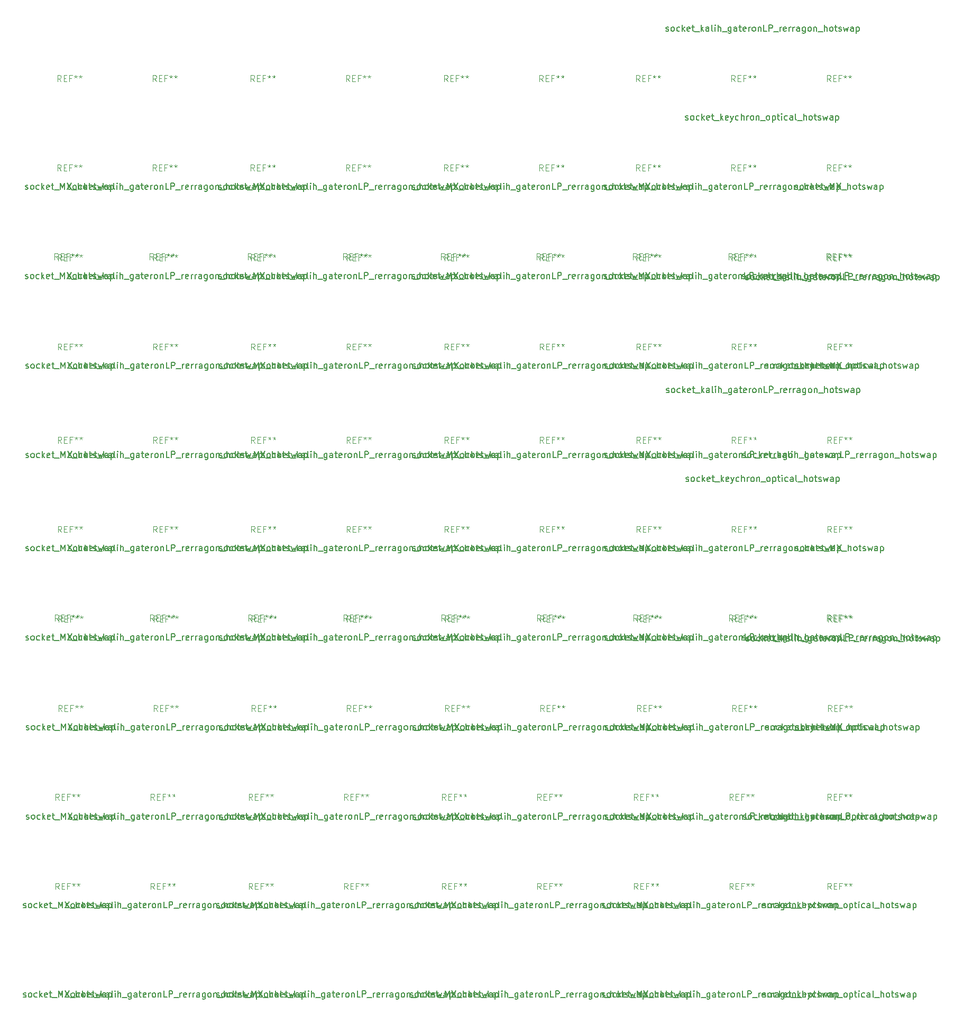
<source format=gbr>
%TF.GenerationSoftware,KiCad,Pcbnew,7.0.2*%
%TF.CreationDate,2023-05-08T22:29:03+02:00*%
%TF.ProjectId,verasity_PCB,76657261-7369-4747-995f-5043422e6b69,rev?*%
%TF.SameCoordinates,Original*%
%TF.FileFunction,Legend,Top*%
%TF.FilePolarity,Positive*%
%FSLAX46Y46*%
G04 Gerber Fmt 4.6, Leading zero omitted, Abs format (unit mm)*
G04 Created by KiCad (PCBNEW 7.0.2) date 2023-05-08 22:29:03*
%MOMM*%
%LPD*%
G01*
G04 APERTURE LIST*
%ADD10C,0.100000*%
%ADD11C,0.150000*%
G04 APERTURE END LIST*
D10*
X147990416Y-42750744D02*
X147657083Y-42274553D01*
X147418988Y-42750744D02*
X147418988Y-41750744D01*
X147418988Y-41750744D02*
X147799940Y-41750744D01*
X147799940Y-41750744D02*
X147895178Y-41798363D01*
X147895178Y-41798363D02*
X147942797Y-41845982D01*
X147942797Y-41845982D02*
X147990416Y-41941220D01*
X147990416Y-41941220D02*
X147990416Y-42084077D01*
X147990416Y-42084077D02*
X147942797Y-42179315D01*
X147942797Y-42179315D02*
X147895178Y-42226934D01*
X147895178Y-42226934D02*
X147799940Y-42274553D01*
X147799940Y-42274553D02*
X147418988Y-42274553D01*
X148418988Y-42226934D02*
X148752321Y-42226934D01*
X148895178Y-42750744D02*
X148418988Y-42750744D01*
X148418988Y-42750744D02*
X148418988Y-41750744D01*
X148418988Y-41750744D02*
X148895178Y-41750744D01*
X149657083Y-42226934D02*
X149323750Y-42226934D01*
X149323750Y-42750744D02*
X149323750Y-41750744D01*
X149323750Y-41750744D02*
X149799940Y-41750744D01*
X150323750Y-41750744D02*
X150323750Y-41988839D01*
X150085655Y-41893601D02*
X150323750Y-41988839D01*
X150323750Y-41988839D02*
X150561845Y-41893601D01*
X150180893Y-42179315D02*
X150323750Y-41988839D01*
X150323750Y-41988839D02*
X150466607Y-42179315D01*
X151085655Y-41750744D02*
X151085655Y-41988839D01*
X150847560Y-41893601D02*
X151085655Y-41988839D01*
X151085655Y-41988839D02*
X151323750Y-41893601D01*
X150942798Y-42179315D02*
X151085655Y-41988839D01*
X151085655Y-41988839D02*
X151228512Y-42179315D01*
X86296666Y-42750744D02*
X85963333Y-42274553D01*
X85725238Y-42750744D02*
X85725238Y-41750744D01*
X85725238Y-41750744D02*
X86106190Y-41750744D01*
X86106190Y-41750744D02*
X86201428Y-41798363D01*
X86201428Y-41798363D02*
X86249047Y-41845982D01*
X86249047Y-41845982D02*
X86296666Y-41941220D01*
X86296666Y-41941220D02*
X86296666Y-42084077D01*
X86296666Y-42084077D02*
X86249047Y-42179315D01*
X86249047Y-42179315D02*
X86201428Y-42226934D01*
X86201428Y-42226934D02*
X86106190Y-42274553D01*
X86106190Y-42274553D02*
X85725238Y-42274553D01*
X86725238Y-42226934D02*
X87058571Y-42226934D01*
X87201428Y-42750744D02*
X86725238Y-42750744D01*
X86725238Y-42750744D02*
X86725238Y-41750744D01*
X86725238Y-41750744D02*
X87201428Y-41750744D01*
X87963333Y-42226934D02*
X87630000Y-42226934D01*
X87630000Y-42750744D02*
X87630000Y-41750744D01*
X87630000Y-41750744D02*
X88106190Y-41750744D01*
X88630000Y-41750744D02*
X88630000Y-41988839D01*
X88391905Y-41893601D02*
X88630000Y-41988839D01*
X88630000Y-41988839D02*
X88868095Y-41893601D01*
X88487143Y-42179315D02*
X88630000Y-41988839D01*
X88630000Y-41988839D02*
X88772857Y-42179315D01*
X89391905Y-41750744D02*
X89391905Y-41988839D01*
X89153810Y-41893601D02*
X89391905Y-41988839D01*
X89391905Y-41988839D02*
X89630000Y-41893601D01*
X89249048Y-42179315D02*
X89391905Y-41988839D01*
X89391905Y-41988839D02*
X89534762Y-42179315D01*
D11*
X150100056Y11960625D02*
X150195294Y11913005D01*
X150195294Y11913005D02*
X150385770Y11913005D01*
X150385770Y11913005D02*
X150481008Y11960625D01*
X150481008Y11960625D02*
X150528627Y12055863D01*
X150528627Y12055863D02*
X150528627Y12103482D01*
X150528627Y12103482D02*
X150481008Y12198720D01*
X150481008Y12198720D02*
X150385770Y12246339D01*
X150385770Y12246339D02*
X150242913Y12246339D01*
X150242913Y12246339D02*
X150147675Y12293958D01*
X150147675Y12293958D02*
X150100056Y12389196D01*
X150100056Y12389196D02*
X150100056Y12436815D01*
X150100056Y12436815D02*
X150147675Y12532053D01*
X150147675Y12532053D02*
X150242913Y12579672D01*
X150242913Y12579672D02*
X150385770Y12579672D01*
X150385770Y12579672D02*
X150481008Y12532053D01*
X151100056Y11913005D02*
X151004818Y11960625D01*
X151004818Y11960625D02*
X150957199Y12008244D01*
X150957199Y12008244D02*
X150909580Y12103482D01*
X150909580Y12103482D02*
X150909580Y12389196D01*
X150909580Y12389196D02*
X150957199Y12484434D01*
X150957199Y12484434D02*
X151004818Y12532053D01*
X151004818Y12532053D02*
X151100056Y12579672D01*
X151100056Y12579672D02*
X151242913Y12579672D01*
X151242913Y12579672D02*
X151338151Y12532053D01*
X151338151Y12532053D02*
X151385770Y12484434D01*
X151385770Y12484434D02*
X151433389Y12389196D01*
X151433389Y12389196D02*
X151433389Y12103482D01*
X151433389Y12103482D02*
X151385770Y12008244D01*
X151385770Y12008244D02*
X151338151Y11960625D01*
X151338151Y11960625D02*
X151242913Y11913005D01*
X151242913Y11913005D02*
X151100056Y11913005D01*
X152290532Y11960625D02*
X152195294Y11913005D01*
X152195294Y11913005D02*
X152004818Y11913005D01*
X152004818Y11913005D02*
X151909580Y11960625D01*
X151909580Y11960625D02*
X151861961Y12008244D01*
X151861961Y12008244D02*
X151814342Y12103482D01*
X151814342Y12103482D02*
X151814342Y12389196D01*
X151814342Y12389196D02*
X151861961Y12484434D01*
X151861961Y12484434D02*
X151909580Y12532053D01*
X151909580Y12532053D02*
X152004818Y12579672D01*
X152004818Y12579672D02*
X152195294Y12579672D01*
X152195294Y12579672D02*
X152290532Y12532053D01*
X152719104Y11913005D02*
X152719104Y12913005D01*
X152814342Y12293958D02*
X153100056Y11913005D01*
X153100056Y12579672D02*
X152719104Y12198720D01*
X153909580Y11960625D02*
X153814342Y11913005D01*
X153814342Y11913005D02*
X153623866Y11913005D01*
X153623866Y11913005D02*
X153528628Y11960625D01*
X153528628Y11960625D02*
X153481009Y12055863D01*
X153481009Y12055863D02*
X153481009Y12436815D01*
X153481009Y12436815D02*
X153528628Y12532053D01*
X153528628Y12532053D02*
X153623866Y12579672D01*
X153623866Y12579672D02*
X153814342Y12579672D01*
X153814342Y12579672D02*
X153909580Y12532053D01*
X153909580Y12532053D02*
X153957199Y12436815D01*
X153957199Y12436815D02*
X153957199Y12341577D01*
X153957199Y12341577D02*
X153481009Y12246339D01*
X154242914Y12579672D02*
X154623866Y12579672D01*
X154385771Y12913005D02*
X154385771Y12055863D01*
X154385771Y12055863D02*
X154433390Y11960625D01*
X154433390Y11960625D02*
X154528628Y11913005D01*
X154528628Y11913005D02*
X154623866Y11913005D01*
X154719105Y11817767D02*
X155481009Y11817767D01*
X155719105Y11913005D02*
X155719105Y12913005D01*
X155814343Y12293958D02*
X156100057Y11913005D01*
X156100057Y12579672D02*
X155719105Y12198720D01*
X156957200Y11913005D02*
X156957200Y12436815D01*
X156957200Y12436815D02*
X156909581Y12532053D01*
X156909581Y12532053D02*
X156814343Y12579672D01*
X156814343Y12579672D02*
X156623867Y12579672D01*
X156623867Y12579672D02*
X156528629Y12532053D01*
X156957200Y11960625D02*
X156861962Y11913005D01*
X156861962Y11913005D02*
X156623867Y11913005D01*
X156623867Y11913005D02*
X156528629Y11960625D01*
X156528629Y11960625D02*
X156481010Y12055863D01*
X156481010Y12055863D02*
X156481010Y12151101D01*
X156481010Y12151101D02*
X156528629Y12246339D01*
X156528629Y12246339D02*
X156623867Y12293958D01*
X156623867Y12293958D02*
X156861962Y12293958D01*
X156861962Y12293958D02*
X156957200Y12341577D01*
X157576248Y11913005D02*
X157481010Y11960625D01*
X157481010Y11960625D02*
X157433391Y12055863D01*
X157433391Y12055863D02*
X157433391Y12913005D01*
X157957201Y11913005D02*
X157957201Y12579672D01*
X157957201Y12913005D02*
X157909582Y12865386D01*
X157909582Y12865386D02*
X157957201Y12817767D01*
X157957201Y12817767D02*
X158004820Y12865386D01*
X158004820Y12865386D02*
X157957201Y12913005D01*
X157957201Y12913005D02*
X157957201Y12817767D01*
X158433391Y11913005D02*
X158433391Y12913005D01*
X158861962Y11913005D02*
X158861962Y12436815D01*
X158861962Y12436815D02*
X158814343Y12532053D01*
X158814343Y12532053D02*
X158719105Y12579672D01*
X158719105Y12579672D02*
X158576248Y12579672D01*
X158576248Y12579672D02*
X158481010Y12532053D01*
X158481010Y12532053D02*
X158433391Y12484434D01*
X159100058Y11817767D02*
X159861962Y11817767D01*
X160528629Y12579672D02*
X160528629Y11770148D01*
X160528629Y11770148D02*
X160481010Y11674910D01*
X160481010Y11674910D02*
X160433391Y11627291D01*
X160433391Y11627291D02*
X160338153Y11579672D01*
X160338153Y11579672D02*
X160195296Y11579672D01*
X160195296Y11579672D02*
X160100058Y11627291D01*
X160528629Y11960625D02*
X160433391Y11913005D01*
X160433391Y11913005D02*
X160242915Y11913005D01*
X160242915Y11913005D02*
X160147677Y11960625D01*
X160147677Y11960625D02*
X160100058Y12008244D01*
X160100058Y12008244D02*
X160052439Y12103482D01*
X160052439Y12103482D02*
X160052439Y12389196D01*
X160052439Y12389196D02*
X160100058Y12484434D01*
X160100058Y12484434D02*
X160147677Y12532053D01*
X160147677Y12532053D02*
X160242915Y12579672D01*
X160242915Y12579672D02*
X160433391Y12579672D01*
X160433391Y12579672D02*
X160528629Y12532053D01*
X161433391Y11913005D02*
X161433391Y12436815D01*
X161433391Y12436815D02*
X161385772Y12532053D01*
X161385772Y12532053D02*
X161290534Y12579672D01*
X161290534Y12579672D02*
X161100058Y12579672D01*
X161100058Y12579672D02*
X161004820Y12532053D01*
X161433391Y11960625D02*
X161338153Y11913005D01*
X161338153Y11913005D02*
X161100058Y11913005D01*
X161100058Y11913005D02*
X161004820Y11960625D01*
X161004820Y11960625D02*
X160957201Y12055863D01*
X160957201Y12055863D02*
X160957201Y12151101D01*
X160957201Y12151101D02*
X161004820Y12246339D01*
X161004820Y12246339D02*
X161100058Y12293958D01*
X161100058Y12293958D02*
X161338153Y12293958D01*
X161338153Y12293958D02*
X161433391Y12341577D01*
X161766725Y12579672D02*
X162147677Y12579672D01*
X161909582Y12913005D02*
X161909582Y12055863D01*
X161909582Y12055863D02*
X161957201Y11960625D01*
X161957201Y11960625D02*
X162052439Y11913005D01*
X162052439Y11913005D02*
X162147677Y11913005D01*
X162861963Y11960625D02*
X162766725Y11913005D01*
X162766725Y11913005D02*
X162576249Y11913005D01*
X162576249Y11913005D02*
X162481011Y11960625D01*
X162481011Y11960625D02*
X162433392Y12055863D01*
X162433392Y12055863D02*
X162433392Y12436815D01*
X162433392Y12436815D02*
X162481011Y12532053D01*
X162481011Y12532053D02*
X162576249Y12579672D01*
X162576249Y12579672D02*
X162766725Y12579672D01*
X162766725Y12579672D02*
X162861963Y12532053D01*
X162861963Y12532053D02*
X162909582Y12436815D01*
X162909582Y12436815D02*
X162909582Y12341577D01*
X162909582Y12341577D02*
X162433392Y12246339D01*
X163338154Y11913005D02*
X163338154Y12579672D01*
X163338154Y12389196D02*
X163385773Y12484434D01*
X163385773Y12484434D02*
X163433392Y12532053D01*
X163433392Y12532053D02*
X163528630Y12579672D01*
X163528630Y12579672D02*
X163623868Y12579672D01*
X164100059Y11913005D02*
X164004821Y11960625D01*
X164004821Y11960625D02*
X163957202Y12008244D01*
X163957202Y12008244D02*
X163909583Y12103482D01*
X163909583Y12103482D02*
X163909583Y12389196D01*
X163909583Y12389196D02*
X163957202Y12484434D01*
X163957202Y12484434D02*
X164004821Y12532053D01*
X164004821Y12532053D02*
X164100059Y12579672D01*
X164100059Y12579672D02*
X164242916Y12579672D01*
X164242916Y12579672D02*
X164338154Y12532053D01*
X164338154Y12532053D02*
X164385773Y12484434D01*
X164385773Y12484434D02*
X164433392Y12389196D01*
X164433392Y12389196D02*
X164433392Y12103482D01*
X164433392Y12103482D02*
X164385773Y12008244D01*
X164385773Y12008244D02*
X164338154Y11960625D01*
X164338154Y11960625D02*
X164242916Y11913005D01*
X164242916Y11913005D02*
X164100059Y11913005D01*
X164861964Y12579672D02*
X164861964Y11913005D01*
X164861964Y12484434D02*
X164909583Y12532053D01*
X164909583Y12532053D02*
X165004821Y12579672D01*
X165004821Y12579672D02*
X165147678Y12579672D01*
X165147678Y12579672D02*
X165242916Y12532053D01*
X165242916Y12532053D02*
X165290535Y12436815D01*
X165290535Y12436815D02*
X165290535Y11913005D01*
X166242916Y11913005D02*
X165766726Y11913005D01*
X165766726Y11913005D02*
X165766726Y12913005D01*
X166576250Y11913005D02*
X166576250Y12913005D01*
X166576250Y12913005D02*
X166957202Y12913005D01*
X166957202Y12913005D02*
X167052440Y12865386D01*
X167052440Y12865386D02*
X167100059Y12817767D01*
X167100059Y12817767D02*
X167147678Y12722529D01*
X167147678Y12722529D02*
X167147678Y12579672D01*
X167147678Y12579672D02*
X167100059Y12484434D01*
X167100059Y12484434D02*
X167052440Y12436815D01*
X167052440Y12436815D02*
X166957202Y12389196D01*
X166957202Y12389196D02*
X166576250Y12389196D01*
X167338155Y11817767D02*
X168100059Y11817767D01*
X168338155Y11913005D02*
X168338155Y12579672D01*
X168338155Y12389196D02*
X168385774Y12484434D01*
X168385774Y12484434D02*
X168433393Y12532053D01*
X168433393Y12532053D02*
X168528631Y12579672D01*
X168528631Y12579672D02*
X168623869Y12579672D01*
X169338155Y11960625D02*
X169242917Y11913005D01*
X169242917Y11913005D02*
X169052441Y11913005D01*
X169052441Y11913005D02*
X168957203Y11960625D01*
X168957203Y11960625D02*
X168909584Y12055863D01*
X168909584Y12055863D02*
X168909584Y12436815D01*
X168909584Y12436815D02*
X168957203Y12532053D01*
X168957203Y12532053D02*
X169052441Y12579672D01*
X169052441Y12579672D02*
X169242917Y12579672D01*
X169242917Y12579672D02*
X169338155Y12532053D01*
X169338155Y12532053D02*
X169385774Y12436815D01*
X169385774Y12436815D02*
X169385774Y12341577D01*
X169385774Y12341577D02*
X168909584Y12246339D01*
X169814346Y11913005D02*
X169814346Y12579672D01*
X169814346Y12389196D02*
X169861965Y12484434D01*
X169861965Y12484434D02*
X169909584Y12532053D01*
X169909584Y12532053D02*
X170004822Y12579672D01*
X170004822Y12579672D02*
X170100060Y12579672D01*
X170433394Y11913005D02*
X170433394Y12579672D01*
X170433394Y12389196D02*
X170481013Y12484434D01*
X170481013Y12484434D02*
X170528632Y12532053D01*
X170528632Y12532053D02*
X170623870Y12579672D01*
X170623870Y12579672D02*
X170719108Y12579672D01*
X171481013Y11913005D02*
X171481013Y12436815D01*
X171481013Y12436815D02*
X171433394Y12532053D01*
X171433394Y12532053D02*
X171338156Y12579672D01*
X171338156Y12579672D02*
X171147680Y12579672D01*
X171147680Y12579672D02*
X171052442Y12532053D01*
X171481013Y11960625D02*
X171385775Y11913005D01*
X171385775Y11913005D02*
X171147680Y11913005D01*
X171147680Y11913005D02*
X171052442Y11960625D01*
X171052442Y11960625D02*
X171004823Y12055863D01*
X171004823Y12055863D02*
X171004823Y12151101D01*
X171004823Y12151101D02*
X171052442Y12246339D01*
X171052442Y12246339D02*
X171147680Y12293958D01*
X171147680Y12293958D02*
X171385775Y12293958D01*
X171385775Y12293958D02*
X171481013Y12341577D01*
X172385775Y12579672D02*
X172385775Y11770148D01*
X172385775Y11770148D02*
X172338156Y11674910D01*
X172338156Y11674910D02*
X172290537Y11627291D01*
X172290537Y11627291D02*
X172195299Y11579672D01*
X172195299Y11579672D02*
X172052442Y11579672D01*
X172052442Y11579672D02*
X171957204Y11627291D01*
X172385775Y11960625D02*
X172290537Y11913005D01*
X172290537Y11913005D02*
X172100061Y11913005D01*
X172100061Y11913005D02*
X172004823Y11960625D01*
X172004823Y11960625D02*
X171957204Y12008244D01*
X171957204Y12008244D02*
X171909585Y12103482D01*
X171909585Y12103482D02*
X171909585Y12389196D01*
X171909585Y12389196D02*
X171957204Y12484434D01*
X171957204Y12484434D02*
X172004823Y12532053D01*
X172004823Y12532053D02*
X172100061Y12579672D01*
X172100061Y12579672D02*
X172290537Y12579672D01*
X172290537Y12579672D02*
X172385775Y12532053D01*
X173004823Y11913005D02*
X172909585Y11960625D01*
X172909585Y11960625D02*
X172861966Y12008244D01*
X172861966Y12008244D02*
X172814347Y12103482D01*
X172814347Y12103482D02*
X172814347Y12389196D01*
X172814347Y12389196D02*
X172861966Y12484434D01*
X172861966Y12484434D02*
X172909585Y12532053D01*
X172909585Y12532053D02*
X173004823Y12579672D01*
X173004823Y12579672D02*
X173147680Y12579672D01*
X173147680Y12579672D02*
X173242918Y12532053D01*
X173242918Y12532053D02*
X173290537Y12484434D01*
X173290537Y12484434D02*
X173338156Y12389196D01*
X173338156Y12389196D02*
X173338156Y12103482D01*
X173338156Y12103482D02*
X173290537Y12008244D01*
X173290537Y12008244D02*
X173242918Y11960625D01*
X173242918Y11960625D02*
X173147680Y11913005D01*
X173147680Y11913005D02*
X173004823Y11913005D01*
X173766728Y12579672D02*
X173766728Y11913005D01*
X173766728Y12484434D02*
X173814347Y12532053D01*
X173814347Y12532053D02*
X173909585Y12579672D01*
X173909585Y12579672D02*
X174052442Y12579672D01*
X174052442Y12579672D02*
X174147680Y12532053D01*
X174147680Y12532053D02*
X174195299Y12436815D01*
X174195299Y12436815D02*
X174195299Y11913005D01*
X174433395Y11817767D02*
X175195299Y11817767D01*
X175433395Y11913005D02*
X175433395Y12913005D01*
X175861966Y11913005D02*
X175861966Y12436815D01*
X175861966Y12436815D02*
X175814347Y12532053D01*
X175814347Y12532053D02*
X175719109Y12579672D01*
X175719109Y12579672D02*
X175576252Y12579672D01*
X175576252Y12579672D02*
X175481014Y12532053D01*
X175481014Y12532053D02*
X175433395Y12484434D01*
X176481014Y11913005D02*
X176385776Y11960625D01*
X176385776Y11960625D02*
X176338157Y12008244D01*
X176338157Y12008244D02*
X176290538Y12103482D01*
X176290538Y12103482D02*
X176290538Y12389196D01*
X176290538Y12389196D02*
X176338157Y12484434D01*
X176338157Y12484434D02*
X176385776Y12532053D01*
X176385776Y12532053D02*
X176481014Y12579672D01*
X176481014Y12579672D02*
X176623871Y12579672D01*
X176623871Y12579672D02*
X176719109Y12532053D01*
X176719109Y12532053D02*
X176766728Y12484434D01*
X176766728Y12484434D02*
X176814347Y12389196D01*
X176814347Y12389196D02*
X176814347Y12103482D01*
X176814347Y12103482D02*
X176766728Y12008244D01*
X176766728Y12008244D02*
X176719109Y11960625D01*
X176719109Y11960625D02*
X176623871Y11913005D01*
X176623871Y11913005D02*
X176481014Y11913005D01*
X177100062Y12579672D02*
X177481014Y12579672D01*
X177242919Y12913005D02*
X177242919Y12055863D01*
X177242919Y12055863D02*
X177290538Y11960625D01*
X177290538Y11960625D02*
X177385776Y11913005D01*
X177385776Y11913005D02*
X177481014Y11913005D01*
X177766729Y11960625D02*
X177861967Y11913005D01*
X177861967Y11913005D02*
X178052443Y11913005D01*
X178052443Y11913005D02*
X178147681Y11960625D01*
X178147681Y11960625D02*
X178195300Y12055863D01*
X178195300Y12055863D02*
X178195300Y12103482D01*
X178195300Y12103482D02*
X178147681Y12198720D01*
X178147681Y12198720D02*
X178052443Y12246339D01*
X178052443Y12246339D02*
X177909586Y12246339D01*
X177909586Y12246339D02*
X177814348Y12293958D01*
X177814348Y12293958D02*
X177766729Y12389196D01*
X177766729Y12389196D02*
X177766729Y12436815D01*
X177766729Y12436815D02*
X177814348Y12532053D01*
X177814348Y12532053D02*
X177909586Y12579672D01*
X177909586Y12579672D02*
X178052443Y12579672D01*
X178052443Y12579672D02*
X178147681Y12532053D01*
X178528634Y12579672D02*
X178719110Y11913005D01*
X178719110Y11913005D02*
X178909586Y12389196D01*
X178909586Y12389196D02*
X179100062Y11913005D01*
X179100062Y11913005D02*
X179290538Y12579672D01*
X180100062Y11913005D02*
X180100062Y12436815D01*
X180100062Y12436815D02*
X180052443Y12532053D01*
X180052443Y12532053D02*
X179957205Y12579672D01*
X179957205Y12579672D02*
X179766729Y12579672D01*
X179766729Y12579672D02*
X179671491Y12532053D01*
X180100062Y11960625D02*
X180004824Y11913005D01*
X180004824Y11913005D02*
X179766729Y11913005D01*
X179766729Y11913005D02*
X179671491Y11960625D01*
X179671491Y11960625D02*
X179623872Y12055863D01*
X179623872Y12055863D02*
X179623872Y12151101D01*
X179623872Y12151101D02*
X179671491Y12246339D01*
X179671491Y12246339D02*
X179766729Y12293958D01*
X179766729Y12293958D02*
X180004824Y12293958D01*
X180004824Y12293958D02*
X180100062Y12341577D01*
X180576253Y12579672D02*
X180576253Y11579672D01*
X180576253Y12532053D02*
X180671491Y12579672D01*
X180671491Y12579672D02*
X180861967Y12579672D01*
X180861967Y12579672D02*
X180957205Y12532053D01*
X180957205Y12532053D02*
X181004824Y12484434D01*
X181004824Y12484434D02*
X181052443Y12389196D01*
X181052443Y12389196D02*
X181052443Y12103482D01*
X181052443Y12103482D02*
X181004824Y12008244D01*
X181004824Y12008244D02*
X180957205Y11960625D01*
X180957205Y11960625D02*
X180861967Y11913005D01*
X180861967Y11913005D02*
X180671491Y11913005D01*
X180671491Y11913005D02*
X180576253Y11960625D01*
X153234968Y-2247500D02*
X153330206Y-2295119D01*
X153330206Y-2295119D02*
X153520682Y-2295119D01*
X153520682Y-2295119D02*
X153615920Y-2247500D01*
X153615920Y-2247500D02*
X153663539Y-2152261D01*
X153663539Y-2152261D02*
X153663539Y-2104642D01*
X153663539Y-2104642D02*
X153615920Y-2009404D01*
X153615920Y-2009404D02*
X153520682Y-1961785D01*
X153520682Y-1961785D02*
X153377825Y-1961785D01*
X153377825Y-1961785D02*
X153282587Y-1914166D01*
X153282587Y-1914166D02*
X153234968Y-1818928D01*
X153234968Y-1818928D02*
X153234968Y-1771309D01*
X153234968Y-1771309D02*
X153282587Y-1676071D01*
X153282587Y-1676071D02*
X153377825Y-1628452D01*
X153377825Y-1628452D02*
X153520682Y-1628452D01*
X153520682Y-1628452D02*
X153615920Y-1676071D01*
X154234968Y-2295119D02*
X154139730Y-2247500D01*
X154139730Y-2247500D02*
X154092111Y-2199880D01*
X154092111Y-2199880D02*
X154044492Y-2104642D01*
X154044492Y-2104642D02*
X154044492Y-1818928D01*
X154044492Y-1818928D02*
X154092111Y-1723690D01*
X154092111Y-1723690D02*
X154139730Y-1676071D01*
X154139730Y-1676071D02*
X154234968Y-1628452D01*
X154234968Y-1628452D02*
X154377825Y-1628452D01*
X154377825Y-1628452D02*
X154473063Y-1676071D01*
X154473063Y-1676071D02*
X154520682Y-1723690D01*
X154520682Y-1723690D02*
X154568301Y-1818928D01*
X154568301Y-1818928D02*
X154568301Y-2104642D01*
X154568301Y-2104642D02*
X154520682Y-2199880D01*
X154520682Y-2199880D02*
X154473063Y-2247500D01*
X154473063Y-2247500D02*
X154377825Y-2295119D01*
X154377825Y-2295119D02*
X154234968Y-2295119D01*
X155425444Y-2247500D02*
X155330206Y-2295119D01*
X155330206Y-2295119D02*
X155139730Y-2295119D01*
X155139730Y-2295119D02*
X155044492Y-2247500D01*
X155044492Y-2247500D02*
X154996873Y-2199880D01*
X154996873Y-2199880D02*
X154949254Y-2104642D01*
X154949254Y-2104642D02*
X154949254Y-1818928D01*
X154949254Y-1818928D02*
X154996873Y-1723690D01*
X154996873Y-1723690D02*
X155044492Y-1676071D01*
X155044492Y-1676071D02*
X155139730Y-1628452D01*
X155139730Y-1628452D02*
X155330206Y-1628452D01*
X155330206Y-1628452D02*
X155425444Y-1676071D01*
X155854016Y-2295119D02*
X155854016Y-1295119D01*
X155949254Y-1914166D02*
X156234968Y-2295119D01*
X156234968Y-1628452D02*
X155854016Y-2009404D01*
X157044492Y-2247500D02*
X156949254Y-2295119D01*
X156949254Y-2295119D02*
X156758778Y-2295119D01*
X156758778Y-2295119D02*
X156663540Y-2247500D01*
X156663540Y-2247500D02*
X156615921Y-2152261D01*
X156615921Y-2152261D02*
X156615921Y-1771309D01*
X156615921Y-1771309D02*
X156663540Y-1676071D01*
X156663540Y-1676071D02*
X156758778Y-1628452D01*
X156758778Y-1628452D02*
X156949254Y-1628452D01*
X156949254Y-1628452D02*
X157044492Y-1676071D01*
X157044492Y-1676071D02*
X157092111Y-1771309D01*
X157092111Y-1771309D02*
X157092111Y-1866547D01*
X157092111Y-1866547D02*
X156615921Y-1961785D01*
X157377826Y-1628452D02*
X157758778Y-1628452D01*
X157520683Y-1295119D02*
X157520683Y-2152261D01*
X157520683Y-2152261D02*
X157568302Y-2247500D01*
X157568302Y-2247500D02*
X157663540Y-2295119D01*
X157663540Y-2295119D02*
X157758778Y-2295119D01*
X157854017Y-2390357D02*
X158615921Y-2390357D01*
X158854017Y-2295119D02*
X158854017Y-1295119D01*
X158949255Y-1914166D02*
X159234969Y-2295119D01*
X159234969Y-1628452D02*
X158854017Y-2009404D01*
X160044493Y-2247500D02*
X159949255Y-2295119D01*
X159949255Y-2295119D02*
X159758779Y-2295119D01*
X159758779Y-2295119D02*
X159663541Y-2247500D01*
X159663541Y-2247500D02*
X159615922Y-2152261D01*
X159615922Y-2152261D02*
X159615922Y-1771309D01*
X159615922Y-1771309D02*
X159663541Y-1676071D01*
X159663541Y-1676071D02*
X159758779Y-1628452D01*
X159758779Y-1628452D02*
X159949255Y-1628452D01*
X159949255Y-1628452D02*
X160044493Y-1676071D01*
X160044493Y-1676071D02*
X160092112Y-1771309D01*
X160092112Y-1771309D02*
X160092112Y-1866547D01*
X160092112Y-1866547D02*
X159615922Y-1961785D01*
X160425446Y-1628452D02*
X160663541Y-2295119D01*
X160901636Y-1628452D02*
X160663541Y-2295119D01*
X160663541Y-2295119D02*
X160568303Y-2533214D01*
X160568303Y-2533214D02*
X160520684Y-2580833D01*
X160520684Y-2580833D02*
X160425446Y-2628452D01*
X161711160Y-2247500D02*
X161615922Y-2295119D01*
X161615922Y-2295119D02*
X161425446Y-2295119D01*
X161425446Y-2295119D02*
X161330208Y-2247500D01*
X161330208Y-2247500D02*
X161282589Y-2199880D01*
X161282589Y-2199880D02*
X161234970Y-2104642D01*
X161234970Y-2104642D02*
X161234970Y-1818928D01*
X161234970Y-1818928D02*
X161282589Y-1723690D01*
X161282589Y-1723690D02*
X161330208Y-1676071D01*
X161330208Y-1676071D02*
X161425446Y-1628452D01*
X161425446Y-1628452D02*
X161615922Y-1628452D01*
X161615922Y-1628452D02*
X161711160Y-1676071D01*
X162139732Y-2295119D02*
X162139732Y-1295119D01*
X162568303Y-2295119D02*
X162568303Y-1771309D01*
X162568303Y-1771309D02*
X162520684Y-1676071D01*
X162520684Y-1676071D02*
X162425446Y-1628452D01*
X162425446Y-1628452D02*
X162282589Y-1628452D01*
X162282589Y-1628452D02*
X162187351Y-1676071D01*
X162187351Y-1676071D02*
X162139732Y-1723690D01*
X163044494Y-2295119D02*
X163044494Y-1628452D01*
X163044494Y-1818928D02*
X163092113Y-1723690D01*
X163092113Y-1723690D02*
X163139732Y-1676071D01*
X163139732Y-1676071D02*
X163234970Y-1628452D01*
X163234970Y-1628452D02*
X163330208Y-1628452D01*
X163806399Y-2295119D02*
X163711161Y-2247500D01*
X163711161Y-2247500D02*
X163663542Y-2199880D01*
X163663542Y-2199880D02*
X163615923Y-2104642D01*
X163615923Y-2104642D02*
X163615923Y-1818928D01*
X163615923Y-1818928D02*
X163663542Y-1723690D01*
X163663542Y-1723690D02*
X163711161Y-1676071D01*
X163711161Y-1676071D02*
X163806399Y-1628452D01*
X163806399Y-1628452D02*
X163949256Y-1628452D01*
X163949256Y-1628452D02*
X164044494Y-1676071D01*
X164044494Y-1676071D02*
X164092113Y-1723690D01*
X164092113Y-1723690D02*
X164139732Y-1818928D01*
X164139732Y-1818928D02*
X164139732Y-2104642D01*
X164139732Y-2104642D02*
X164092113Y-2199880D01*
X164092113Y-2199880D02*
X164044494Y-2247500D01*
X164044494Y-2247500D02*
X163949256Y-2295119D01*
X163949256Y-2295119D02*
X163806399Y-2295119D01*
X164568304Y-1628452D02*
X164568304Y-2295119D01*
X164568304Y-1723690D02*
X164615923Y-1676071D01*
X164615923Y-1676071D02*
X164711161Y-1628452D01*
X164711161Y-1628452D02*
X164854018Y-1628452D01*
X164854018Y-1628452D02*
X164949256Y-1676071D01*
X164949256Y-1676071D02*
X164996875Y-1771309D01*
X164996875Y-1771309D02*
X164996875Y-2295119D01*
X165234971Y-2390357D02*
X165996875Y-2390357D01*
X166377828Y-2295119D02*
X166282590Y-2247500D01*
X166282590Y-2247500D02*
X166234971Y-2199880D01*
X166234971Y-2199880D02*
X166187352Y-2104642D01*
X166187352Y-2104642D02*
X166187352Y-1818928D01*
X166187352Y-1818928D02*
X166234971Y-1723690D01*
X166234971Y-1723690D02*
X166282590Y-1676071D01*
X166282590Y-1676071D02*
X166377828Y-1628452D01*
X166377828Y-1628452D02*
X166520685Y-1628452D01*
X166520685Y-1628452D02*
X166615923Y-1676071D01*
X166615923Y-1676071D02*
X166663542Y-1723690D01*
X166663542Y-1723690D02*
X166711161Y-1818928D01*
X166711161Y-1818928D02*
X166711161Y-2104642D01*
X166711161Y-2104642D02*
X166663542Y-2199880D01*
X166663542Y-2199880D02*
X166615923Y-2247500D01*
X166615923Y-2247500D02*
X166520685Y-2295119D01*
X166520685Y-2295119D02*
X166377828Y-2295119D01*
X167139733Y-1628452D02*
X167139733Y-2628452D01*
X167139733Y-1676071D02*
X167234971Y-1628452D01*
X167234971Y-1628452D02*
X167425447Y-1628452D01*
X167425447Y-1628452D02*
X167520685Y-1676071D01*
X167520685Y-1676071D02*
X167568304Y-1723690D01*
X167568304Y-1723690D02*
X167615923Y-1818928D01*
X167615923Y-1818928D02*
X167615923Y-2104642D01*
X167615923Y-2104642D02*
X167568304Y-2199880D01*
X167568304Y-2199880D02*
X167520685Y-2247500D01*
X167520685Y-2247500D02*
X167425447Y-2295119D01*
X167425447Y-2295119D02*
X167234971Y-2295119D01*
X167234971Y-2295119D02*
X167139733Y-2247500D01*
X167901638Y-1628452D02*
X168282590Y-1628452D01*
X168044495Y-1295119D02*
X168044495Y-2152261D01*
X168044495Y-2152261D02*
X168092114Y-2247500D01*
X168092114Y-2247500D02*
X168187352Y-2295119D01*
X168187352Y-2295119D02*
X168282590Y-2295119D01*
X168615924Y-2295119D02*
X168615924Y-1628452D01*
X168615924Y-1295119D02*
X168568305Y-1342738D01*
X168568305Y-1342738D02*
X168615924Y-1390357D01*
X168615924Y-1390357D02*
X168663543Y-1342738D01*
X168663543Y-1342738D02*
X168615924Y-1295119D01*
X168615924Y-1295119D02*
X168615924Y-1390357D01*
X169520685Y-2247500D02*
X169425447Y-2295119D01*
X169425447Y-2295119D02*
X169234971Y-2295119D01*
X169234971Y-2295119D02*
X169139733Y-2247500D01*
X169139733Y-2247500D02*
X169092114Y-2199880D01*
X169092114Y-2199880D02*
X169044495Y-2104642D01*
X169044495Y-2104642D02*
X169044495Y-1818928D01*
X169044495Y-1818928D02*
X169092114Y-1723690D01*
X169092114Y-1723690D02*
X169139733Y-1676071D01*
X169139733Y-1676071D02*
X169234971Y-1628452D01*
X169234971Y-1628452D02*
X169425447Y-1628452D01*
X169425447Y-1628452D02*
X169520685Y-1676071D01*
X170377828Y-2295119D02*
X170377828Y-1771309D01*
X170377828Y-1771309D02*
X170330209Y-1676071D01*
X170330209Y-1676071D02*
X170234971Y-1628452D01*
X170234971Y-1628452D02*
X170044495Y-1628452D01*
X170044495Y-1628452D02*
X169949257Y-1676071D01*
X170377828Y-2247500D02*
X170282590Y-2295119D01*
X170282590Y-2295119D02*
X170044495Y-2295119D01*
X170044495Y-2295119D02*
X169949257Y-2247500D01*
X169949257Y-2247500D02*
X169901638Y-2152261D01*
X169901638Y-2152261D02*
X169901638Y-2057023D01*
X169901638Y-2057023D02*
X169949257Y-1961785D01*
X169949257Y-1961785D02*
X170044495Y-1914166D01*
X170044495Y-1914166D02*
X170282590Y-1914166D01*
X170282590Y-1914166D02*
X170377828Y-1866547D01*
X170996876Y-2295119D02*
X170901638Y-2247500D01*
X170901638Y-2247500D02*
X170854019Y-2152261D01*
X170854019Y-2152261D02*
X170854019Y-1295119D01*
X171139734Y-2390357D02*
X171901638Y-2390357D01*
X172139734Y-2295119D02*
X172139734Y-1295119D01*
X172568305Y-2295119D02*
X172568305Y-1771309D01*
X172568305Y-1771309D02*
X172520686Y-1676071D01*
X172520686Y-1676071D02*
X172425448Y-1628452D01*
X172425448Y-1628452D02*
X172282591Y-1628452D01*
X172282591Y-1628452D02*
X172187353Y-1676071D01*
X172187353Y-1676071D02*
X172139734Y-1723690D01*
X173187353Y-2295119D02*
X173092115Y-2247500D01*
X173092115Y-2247500D02*
X173044496Y-2199880D01*
X173044496Y-2199880D02*
X172996877Y-2104642D01*
X172996877Y-2104642D02*
X172996877Y-1818928D01*
X172996877Y-1818928D02*
X173044496Y-1723690D01*
X173044496Y-1723690D02*
X173092115Y-1676071D01*
X173092115Y-1676071D02*
X173187353Y-1628452D01*
X173187353Y-1628452D02*
X173330210Y-1628452D01*
X173330210Y-1628452D02*
X173425448Y-1676071D01*
X173425448Y-1676071D02*
X173473067Y-1723690D01*
X173473067Y-1723690D02*
X173520686Y-1818928D01*
X173520686Y-1818928D02*
X173520686Y-2104642D01*
X173520686Y-2104642D02*
X173473067Y-2199880D01*
X173473067Y-2199880D02*
X173425448Y-2247500D01*
X173425448Y-2247500D02*
X173330210Y-2295119D01*
X173330210Y-2295119D02*
X173187353Y-2295119D01*
X173806401Y-1628452D02*
X174187353Y-1628452D01*
X173949258Y-1295119D02*
X173949258Y-2152261D01*
X173949258Y-2152261D02*
X173996877Y-2247500D01*
X173996877Y-2247500D02*
X174092115Y-2295119D01*
X174092115Y-2295119D02*
X174187353Y-2295119D01*
X174473068Y-2247500D02*
X174568306Y-2295119D01*
X174568306Y-2295119D02*
X174758782Y-2295119D01*
X174758782Y-2295119D02*
X174854020Y-2247500D01*
X174854020Y-2247500D02*
X174901639Y-2152261D01*
X174901639Y-2152261D02*
X174901639Y-2104642D01*
X174901639Y-2104642D02*
X174854020Y-2009404D01*
X174854020Y-2009404D02*
X174758782Y-1961785D01*
X174758782Y-1961785D02*
X174615925Y-1961785D01*
X174615925Y-1961785D02*
X174520687Y-1914166D01*
X174520687Y-1914166D02*
X174473068Y-1818928D01*
X174473068Y-1818928D02*
X174473068Y-1771309D01*
X174473068Y-1771309D02*
X174520687Y-1676071D01*
X174520687Y-1676071D02*
X174615925Y-1628452D01*
X174615925Y-1628452D02*
X174758782Y-1628452D01*
X174758782Y-1628452D02*
X174854020Y-1676071D01*
X175234973Y-1628452D02*
X175425449Y-2295119D01*
X175425449Y-2295119D02*
X175615925Y-1818928D01*
X175615925Y-1818928D02*
X175806401Y-2295119D01*
X175806401Y-2295119D02*
X175996877Y-1628452D01*
X176806401Y-2295119D02*
X176806401Y-1771309D01*
X176806401Y-1771309D02*
X176758782Y-1676071D01*
X176758782Y-1676071D02*
X176663544Y-1628452D01*
X176663544Y-1628452D02*
X176473068Y-1628452D01*
X176473068Y-1628452D02*
X176377830Y-1676071D01*
X176806401Y-2247500D02*
X176711163Y-2295119D01*
X176711163Y-2295119D02*
X176473068Y-2295119D01*
X176473068Y-2295119D02*
X176377830Y-2247500D01*
X176377830Y-2247500D02*
X176330211Y-2152261D01*
X176330211Y-2152261D02*
X176330211Y-2057023D01*
X176330211Y-2057023D02*
X176377830Y-1961785D01*
X176377830Y-1961785D02*
X176473068Y-1914166D01*
X176473068Y-1914166D02*
X176711163Y-1914166D01*
X176711163Y-1914166D02*
X176806401Y-1866547D01*
X177282592Y-1628452D02*
X177282592Y-2628452D01*
X177282592Y-1676071D02*
X177377830Y-1628452D01*
X177377830Y-1628452D02*
X177568306Y-1628452D01*
X177568306Y-1628452D02*
X177663544Y-1676071D01*
X177663544Y-1676071D02*
X177711163Y-1723690D01*
X177711163Y-1723690D02*
X177758782Y-1818928D01*
X177758782Y-1818928D02*
X177758782Y-2104642D01*
X177758782Y-2104642D02*
X177711163Y-2199880D01*
X177711163Y-2199880D02*
X177663544Y-2247500D01*
X177663544Y-2247500D02*
X177568306Y-2295119D01*
X177568306Y-2295119D02*
X177377830Y-2295119D01*
X177377830Y-2295119D02*
X177282592Y-2247500D01*
D10*
X70957916Y15113630D02*
X70624583Y15589821D01*
X70386488Y15113630D02*
X70386488Y16113630D01*
X70386488Y16113630D02*
X70767440Y16113630D01*
X70767440Y16113630D02*
X70862678Y16066011D01*
X70862678Y16066011D02*
X70910297Y16018392D01*
X70910297Y16018392D02*
X70957916Y15923154D01*
X70957916Y15923154D02*
X70957916Y15780297D01*
X70957916Y15780297D02*
X70910297Y15685059D01*
X70910297Y15685059D02*
X70862678Y15637440D01*
X70862678Y15637440D02*
X70767440Y15589821D01*
X70767440Y15589821D02*
X70386488Y15589821D01*
X71386488Y15637440D02*
X71719821Y15637440D01*
X71862678Y15113630D02*
X71386488Y15113630D01*
X71386488Y15113630D02*
X71386488Y16113630D01*
X71386488Y16113630D02*
X71862678Y16113630D01*
X72624583Y15637440D02*
X72291250Y15637440D01*
X72291250Y15113630D02*
X72291250Y16113630D01*
X72291250Y16113630D02*
X72767440Y16113630D01*
X73291250Y16113630D02*
X73291250Y15875535D01*
X73053155Y15970773D02*
X73291250Y15875535D01*
X73291250Y15875535D02*
X73529345Y15970773D01*
X73148393Y15685059D02*
X73291250Y15875535D01*
X73291250Y15875535D02*
X73434107Y15685059D01*
X74053155Y16113630D02*
X74053155Y15875535D01*
X73815060Y15970773D02*
X74053155Y15875535D01*
X74053155Y15875535D02*
X74291250Y15970773D01*
X73910298Y15685059D02*
X74053155Y15875535D01*
X74053155Y15875535D02*
X74196012Y15685059D01*
X71037291Y-42750744D02*
X70703958Y-42274553D01*
X70465863Y-42750744D02*
X70465863Y-41750744D01*
X70465863Y-41750744D02*
X70846815Y-41750744D01*
X70846815Y-41750744D02*
X70942053Y-41798363D01*
X70942053Y-41798363D02*
X70989672Y-41845982D01*
X70989672Y-41845982D02*
X71037291Y-41941220D01*
X71037291Y-41941220D02*
X71037291Y-42084077D01*
X71037291Y-42084077D02*
X70989672Y-42179315D01*
X70989672Y-42179315D02*
X70942053Y-42226934D01*
X70942053Y-42226934D02*
X70846815Y-42274553D01*
X70846815Y-42274553D02*
X70465863Y-42274553D01*
X71465863Y-42226934D02*
X71799196Y-42226934D01*
X71942053Y-42750744D02*
X71465863Y-42750744D01*
X71465863Y-42750744D02*
X71465863Y-41750744D01*
X71465863Y-41750744D02*
X71942053Y-41750744D01*
X72703958Y-42226934D02*
X72370625Y-42226934D01*
X72370625Y-42750744D02*
X72370625Y-41750744D01*
X72370625Y-41750744D02*
X72846815Y-41750744D01*
X73370625Y-41750744D02*
X73370625Y-41988839D01*
X73132530Y-41893601D02*
X73370625Y-41988839D01*
X73370625Y-41988839D02*
X73608720Y-41893601D01*
X73227768Y-42179315D02*
X73370625Y-41988839D01*
X73370625Y-41988839D02*
X73513482Y-42179315D01*
X74132530Y-41750744D02*
X74132530Y-41988839D01*
X73894435Y-41893601D02*
X74132530Y-41988839D01*
X74132530Y-41988839D02*
X74370625Y-41893601D01*
X73989673Y-42179315D02*
X74132530Y-41988839D01*
X74132530Y-41988839D02*
X74275387Y-42179315D01*
X101914166Y15113630D02*
X101580833Y15589821D01*
X101342738Y15113630D02*
X101342738Y16113630D01*
X101342738Y16113630D02*
X101723690Y16113630D01*
X101723690Y16113630D02*
X101818928Y16066011D01*
X101818928Y16066011D02*
X101866547Y16018392D01*
X101866547Y16018392D02*
X101914166Y15923154D01*
X101914166Y15923154D02*
X101914166Y15780297D01*
X101914166Y15780297D02*
X101866547Y15685059D01*
X101866547Y15685059D02*
X101818928Y15637440D01*
X101818928Y15637440D02*
X101723690Y15589821D01*
X101723690Y15589821D02*
X101342738Y15589821D01*
X102342738Y15637440D02*
X102676071Y15637440D01*
X102818928Y15113630D02*
X102342738Y15113630D01*
X102342738Y15113630D02*
X102342738Y16113630D01*
X102342738Y16113630D02*
X102818928Y16113630D01*
X103580833Y15637440D02*
X103247500Y15637440D01*
X103247500Y15113630D02*
X103247500Y16113630D01*
X103247500Y16113630D02*
X103723690Y16113630D01*
X104247500Y16113630D02*
X104247500Y15875535D01*
X104009405Y15970773D02*
X104247500Y15875535D01*
X104247500Y15875535D02*
X104485595Y15970773D01*
X104104643Y15685059D02*
X104247500Y15875535D01*
X104247500Y15875535D02*
X104390357Y15685059D01*
X105009405Y16113630D02*
X105009405Y15875535D01*
X104771310Y15970773D02*
X105009405Y15875535D01*
X105009405Y15875535D02*
X105247500Y15970773D01*
X104866548Y15685059D02*
X105009405Y15875535D01*
X105009405Y15875535D02*
X105152262Y15685059D01*
X55261041Y15113630D02*
X54927708Y15589821D01*
X54689613Y15113630D02*
X54689613Y16113630D01*
X54689613Y16113630D02*
X55070565Y16113630D01*
X55070565Y16113630D02*
X55165803Y16066011D01*
X55165803Y16066011D02*
X55213422Y16018392D01*
X55213422Y16018392D02*
X55261041Y15923154D01*
X55261041Y15923154D02*
X55261041Y15780297D01*
X55261041Y15780297D02*
X55213422Y15685059D01*
X55213422Y15685059D02*
X55165803Y15637440D01*
X55165803Y15637440D02*
X55070565Y15589821D01*
X55070565Y15589821D02*
X54689613Y15589821D01*
X55689613Y15637440D02*
X56022946Y15637440D01*
X56165803Y15113630D02*
X55689613Y15113630D01*
X55689613Y15113630D02*
X55689613Y16113630D01*
X55689613Y16113630D02*
X56165803Y16113630D01*
X56927708Y15637440D02*
X56594375Y15637440D01*
X56594375Y15113630D02*
X56594375Y16113630D01*
X56594375Y16113630D02*
X57070565Y16113630D01*
X57594375Y16113630D02*
X57594375Y15875535D01*
X57356280Y15970773D02*
X57594375Y15875535D01*
X57594375Y15875535D02*
X57832470Y15970773D01*
X57451518Y15685059D02*
X57594375Y15875535D01*
X57594375Y15875535D02*
X57737232Y15685059D01*
X58356280Y16113630D02*
X58356280Y15875535D01*
X58118185Y15970773D02*
X58356280Y15875535D01*
X58356280Y15875535D02*
X58594375Y15970773D01*
X58213423Y15685059D02*
X58356280Y15875535D01*
X58356280Y15875535D02*
X58499137Y15685059D01*
X132651666Y15113630D02*
X132318333Y15589821D01*
X132080238Y15113630D02*
X132080238Y16113630D01*
X132080238Y16113630D02*
X132461190Y16113630D01*
X132461190Y16113630D02*
X132556428Y16066011D01*
X132556428Y16066011D02*
X132604047Y16018392D01*
X132604047Y16018392D02*
X132651666Y15923154D01*
X132651666Y15923154D02*
X132651666Y15780297D01*
X132651666Y15780297D02*
X132604047Y15685059D01*
X132604047Y15685059D02*
X132556428Y15637440D01*
X132556428Y15637440D02*
X132461190Y15589821D01*
X132461190Y15589821D02*
X132080238Y15589821D01*
X133080238Y15637440D02*
X133413571Y15637440D01*
X133556428Y15113630D02*
X133080238Y15113630D01*
X133080238Y15113630D02*
X133080238Y16113630D01*
X133080238Y16113630D02*
X133556428Y16113630D01*
X134318333Y15637440D02*
X133985000Y15637440D01*
X133985000Y15113630D02*
X133985000Y16113630D01*
X133985000Y16113630D02*
X134461190Y16113630D01*
X134985000Y16113630D02*
X134985000Y15875535D01*
X134746905Y15970773D02*
X134985000Y15875535D01*
X134985000Y15875535D02*
X135223095Y15970773D01*
X134842143Y15685059D02*
X134985000Y15875535D01*
X134985000Y15875535D02*
X135127857Y15685059D01*
X135746905Y16113630D02*
X135746905Y15875535D01*
X135508810Y15970773D02*
X135746905Y15875535D01*
X135746905Y15875535D02*
X135985000Y15970773D01*
X135604048Y15685059D02*
X135746905Y15875535D01*
X135746905Y15875535D02*
X135889762Y15685059D01*
D11*
X137400056Y-6136875D02*
X137495294Y-6184494D01*
X137495294Y-6184494D02*
X137685770Y-6184494D01*
X137685770Y-6184494D02*
X137781008Y-6136875D01*
X137781008Y-6136875D02*
X137828627Y-6041636D01*
X137828627Y-6041636D02*
X137828627Y-5994017D01*
X137828627Y-5994017D02*
X137781008Y-5898779D01*
X137781008Y-5898779D02*
X137685770Y-5851160D01*
X137685770Y-5851160D02*
X137542913Y-5851160D01*
X137542913Y-5851160D02*
X137447675Y-5803541D01*
X137447675Y-5803541D02*
X137400056Y-5708303D01*
X137400056Y-5708303D02*
X137400056Y-5660684D01*
X137400056Y-5660684D02*
X137447675Y-5565446D01*
X137447675Y-5565446D02*
X137542913Y-5517827D01*
X137542913Y-5517827D02*
X137685770Y-5517827D01*
X137685770Y-5517827D02*
X137781008Y-5565446D01*
X138400056Y-6184494D02*
X138304818Y-6136875D01*
X138304818Y-6136875D02*
X138257199Y-6089255D01*
X138257199Y-6089255D02*
X138209580Y-5994017D01*
X138209580Y-5994017D02*
X138209580Y-5708303D01*
X138209580Y-5708303D02*
X138257199Y-5613065D01*
X138257199Y-5613065D02*
X138304818Y-5565446D01*
X138304818Y-5565446D02*
X138400056Y-5517827D01*
X138400056Y-5517827D02*
X138542913Y-5517827D01*
X138542913Y-5517827D02*
X138638151Y-5565446D01*
X138638151Y-5565446D02*
X138685770Y-5613065D01*
X138685770Y-5613065D02*
X138733389Y-5708303D01*
X138733389Y-5708303D02*
X138733389Y-5994017D01*
X138733389Y-5994017D02*
X138685770Y-6089255D01*
X138685770Y-6089255D02*
X138638151Y-6136875D01*
X138638151Y-6136875D02*
X138542913Y-6184494D01*
X138542913Y-6184494D02*
X138400056Y-6184494D01*
X139590532Y-6136875D02*
X139495294Y-6184494D01*
X139495294Y-6184494D02*
X139304818Y-6184494D01*
X139304818Y-6184494D02*
X139209580Y-6136875D01*
X139209580Y-6136875D02*
X139161961Y-6089255D01*
X139161961Y-6089255D02*
X139114342Y-5994017D01*
X139114342Y-5994017D02*
X139114342Y-5708303D01*
X139114342Y-5708303D02*
X139161961Y-5613065D01*
X139161961Y-5613065D02*
X139209580Y-5565446D01*
X139209580Y-5565446D02*
X139304818Y-5517827D01*
X139304818Y-5517827D02*
X139495294Y-5517827D01*
X139495294Y-5517827D02*
X139590532Y-5565446D01*
X140019104Y-6184494D02*
X140019104Y-5184494D01*
X140114342Y-5803541D02*
X140400056Y-6184494D01*
X140400056Y-5517827D02*
X140019104Y-5898779D01*
X141209580Y-6136875D02*
X141114342Y-6184494D01*
X141114342Y-6184494D02*
X140923866Y-6184494D01*
X140923866Y-6184494D02*
X140828628Y-6136875D01*
X140828628Y-6136875D02*
X140781009Y-6041636D01*
X140781009Y-6041636D02*
X140781009Y-5660684D01*
X140781009Y-5660684D02*
X140828628Y-5565446D01*
X140828628Y-5565446D02*
X140923866Y-5517827D01*
X140923866Y-5517827D02*
X141114342Y-5517827D01*
X141114342Y-5517827D02*
X141209580Y-5565446D01*
X141209580Y-5565446D02*
X141257199Y-5660684D01*
X141257199Y-5660684D02*
X141257199Y-5755922D01*
X141257199Y-5755922D02*
X140781009Y-5851160D01*
X141542914Y-5517827D02*
X141923866Y-5517827D01*
X141685771Y-5184494D02*
X141685771Y-6041636D01*
X141685771Y-6041636D02*
X141733390Y-6136875D01*
X141733390Y-6136875D02*
X141828628Y-6184494D01*
X141828628Y-6184494D02*
X141923866Y-6184494D01*
X142019105Y-6279732D02*
X142781009Y-6279732D01*
X143019105Y-6184494D02*
X143019105Y-5184494D01*
X143114343Y-5803541D02*
X143400057Y-6184494D01*
X143400057Y-5517827D02*
X143019105Y-5898779D01*
X144257200Y-6184494D02*
X144257200Y-5660684D01*
X144257200Y-5660684D02*
X144209581Y-5565446D01*
X144209581Y-5565446D02*
X144114343Y-5517827D01*
X144114343Y-5517827D02*
X143923867Y-5517827D01*
X143923867Y-5517827D02*
X143828629Y-5565446D01*
X144257200Y-6136875D02*
X144161962Y-6184494D01*
X144161962Y-6184494D02*
X143923867Y-6184494D01*
X143923867Y-6184494D02*
X143828629Y-6136875D01*
X143828629Y-6136875D02*
X143781010Y-6041636D01*
X143781010Y-6041636D02*
X143781010Y-5946398D01*
X143781010Y-5946398D02*
X143828629Y-5851160D01*
X143828629Y-5851160D02*
X143923867Y-5803541D01*
X143923867Y-5803541D02*
X144161962Y-5803541D01*
X144161962Y-5803541D02*
X144257200Y-5755922D01*
X144876248Y-6184494D02*
X144781010Y-6136875D01*
X144781010Y-6136875D02*
X144733391Y-6041636D01*
X144733391Y-6041636D02*
X144733391Y-5184494D01*
X145257201Y-6184494D02*
X145257201Y-5517827D01*
X145257201Y-5184494D02*
X145209582Y-5232113D01*
X145209582Y-5232113D02*
X145257201Y-5279732D01*
X145257201Y-5279732D02*
X145304820Y-5232113D01*
X145304820Y-5232113D02*
X145257201Y-5184494D01*
X145257201Y-5184494D02*
X145257201Y-5279732D01*
X145733391Y-6184494D02*
X145733391Y-5184494D01*
X146161962Y-6184494D02*
X146161962Y-5660684D01*
X146161962Y-5660684D02*
X146114343Y-5565446D01*
X146114343Y-5565446D02*
X146019105Y-5517827D01*
X146019105Y-5517827D02*
X145876248Y-5517827D01*
X145876248Y-5517827D02*
X145781010Y-5565446D01*
X145781010Y-5565446D02*
X145733391Y-5613065D01*
X146400058Y-6279732D02*
X147161962Y-6279732D01*
X147828629Y-5517827D02*
X147828629Y-6327351D01*
X147828629Y-6327351D02*
X147781010Y-6422589D01*
X147781010Y-6422589D02*
X147733391Y-6470208D01*
X147733391Y-6470208D02*
X147638153Y-6517827D01*
X147638153Y-6517827D02*
X147495296Y-6517827D01*
X147495296Y-6517827D02*
X147400058Y-6470208D01*
X147828629Y-6136875D02*
X147733391Y-6184494D01*
X147733391Y-6184494D02*
X147542915Y-6184494D01*
X147542915Y-6184494D02*
X147447677Y-6136875D01*
X147447677Y-6136875D02*
X147400058Y-6089255D01*
X147400058Y-6089255D02*
X147352439Y-5994017D01*
X147352439Y-5994017D02*
X147352439Y-5708303D01*
X147352439Y-5708303D02*
X147400058Y-5613065D01*
X147400058Y-5613065D02*
X147447677Y-5565446D01*
X147447677Y-5565446D02*
X147542915Y-5517827D01*
X147542915Y-5517827D02*
X147733391Y-5517827D01*
X147733391Y-5517827D02*
X147828629Y-5565446D01*
X148733391Y-6184494D02*
X148733391Y-5660684D01*
X148733391Y-5660684D02*
X148685772Y-5565446D01*
X148685772Y-5565446D02*
X148590534Y-5517827D01*
X148590534Y-5517827D02*
X148400058Y-5517827D01*
X148400058Y-5517827D02*
X148304820Y-5565446D01*
X148733391Y-6136875D02*
X148638153Y-6184494D01*
X148638153Y-6184494D02*
X148400058Y-6184494D01*
X148400058Y-6184494D02*
X148304820Y-6136875D01*
X148304820Y-6136875D02*
X148257201Y-6041636D01*
X148257201Y-6041636D02*
X148257201Y-5946398D01*
X148257201Y-5946398D02*
X148304820Y-5851160D01*
X148304820Y-5851160D02*
X148400058Y-5803541D01*
X148400058Y-5803541D02*
X148638153Y-5803541D01*
X148638153Y-5803541D02*
X148733391Y-5755922D01*
X149066725Y-5517827D02*
X149447677Y-5517827D01*
X149209582Y-5184494D02*
X149209582Y-6041636D01*
X149209582Y-6041636D02*
X149257201Y-6136875D01*
X149257201Y-6136875D02*
X149352439Y-6184494D01*
X149352439Y-6184494D02*
X149447677Y-6184494D01*
X150161963Y-6136875D02*
X150066725Y-6184494D01*
X150066725Y-6184494D02*
X149876249Y-6184494D01*
X149876249Y-6184494D02*
X149781011Y-6136875D01*
X149781011Y-6136875D02*
X149733392Y-6041636D01*
X149733392Y-6041636D02*
X149733392Y-5660684D01*
X149733392Y-5660684D02*
X149781011Y-5565446D01*
X149781011Y-5565446D02*
X149876249Y-5517827D01*
X149876249Y-5517827D02*
X150066725Y-5517827D01*
X150066725Y-5517827D02*
X150161963Y-5565446D01*
X150161963Y-5565446D02*
X150209582Y-5660684D01*
X150209582Y-5660684D02*
X150209582Y-5755922D01*
X150209582Y-5755922D02*
X149733392Y-5851160D01*
X150638154Y-6184494D02*
X150638154Y-5517827D01*
X150638154Y-5708303D02*
X150685773Y-5613065D01*
X150685773Y-5613065D02*
X150733392Y-5565446D01*
X150733392Y-5565446D02*
X150828630Y-5517827D01*
X150828630Y-5517827D02*
X150923868Y-5517827D01*
X151400059Y-6184494D02*
X151304821Y-6136875D01*
X151304821Y-6136875D02*
X151257202Y-6089255D01*
X151257202Y-6089255D02*
X151209583Y-5994017D01*
X151209583Y-5994017D02*
X151209583Y-5708303D01*
X151209583Y-5708303D02*
X151257202Y-5613065D01*
X151257202Y-5613065D02*
X151304821Y-5565446D01*
X151304821Y-5565446D02*
X151400059Y-5517827D01*
X151400059Y-5517827D02*
X151542916Y-5517827D01*
X151542916Y-5517827D02*
X151638154Y-5565446D01*
X151638154Y-5565446D02*
X151685773Y-5613065D01*
X151685773Y-5613065D02*
X151733392Y-5708303D01*
X151733392Y-5708303D02*
X151733392Y-5994017D01*
X151733392Y-5994017D02*
X151685773Y-6089255D01*
X151685773Y-6089255D02*
X151638154Y-6136875D01*
X151638154Y-6136875D02*
X151542916Y-6184494D01*
X151542916Y-6184494D02*
X151400059Y-6184494D01*
X152161964Y-5517827D02*
X152161964Y-6184494D01*
X152161964Y-5613065D02*
X152209583Y-5565446D01*
X152209583Y-5565446D02*
X152304821Y-5517827D01*
X152304821Y-5517827D02*
X152447678Y-5517827D01*
X152447678Y-5517827D02*
X152542916Y-5565446D01*
X152542916Y-5565446D02*
X152590535Y-5660684D01*
X152590535Y-5660684D02*
X152590535Y-6184494D01*
X153542916Y-6184494D02*
X153066726Y-6184494D01*
X153066726Y-6184494D02*
X153066726Y-5184494D01*
X153876250Y-6184494D02*
X153876250Y-5184494D01*
X153876250Y-5184494D02*
X154257202Y-5184494D01*
X154257202Y-5184494D02*
X154352440Y-5232113D01*
X154352440Y-5232113D02*
X154400059Y-5279732D01*
X154400059Y-5279732D02*
X154447678Y-5374970D01*
X154447678Y-5374970D02*
X154447678Y-5517827D01*
X154447678Y-5517827D02*
X154400059Y-5613065D01*
X154400059Y-5613065D02*
X154352440Y-5660684D01*
X154352440Y-5660684D02*
X154257202Y-5708303D01*
X154257202Y-5708303D02*
X153876250Y-5708303D01*
X154638155Y-6279732D02*
X155400059Y-6279732D01*
X155638155Y-6184494D02*
X155638155Y-5517827D01*
X155638155Y-5708303D02*
X155685774Y-5613065D01*
X155685774Y-5613065D02*
X155733393Y-5565446D01*
X155733393Y-5565446D02*
X155828631Y-5517827D01*
X155828631Y-5517827D02*
X155923869Y-5517827D01*
X156638155Y-6136875D02*
X156542917Y-6184494D01*
X156542917Y-6184494D02*
X156352441Y-6184494D01*
X156352441Y-6184494D02*
X156257203Y-6136875D01*
X156257203Y-6136875D02*
X156209584Y-6041636D01*
X156209584Y-6041636D02*
X156209584Y-5660684D01*
X156209584Y-5660684D02*
X156257203Y-5565446D01*
X156257203Y-5565446D02*
X156352441Y-5517827D01*
X156352441Y-5517827D02*
X156542917Y-5517827D01*
X156542917Y-5517827D02*
X156638155Y-5565446D01*
X156638155Y-5565446D02*
X156685774Y-5660684D01*
X156685774Y-5660684D02*
X156685774Y-5755922D01*
X156685774Y-5755922D02*
X156209584Y-5851160D01*
X157114346Y-6184494D02*
X157114346Y-5517827D01*
X157114346Y-5708303D02*
X157161965Y-5613065D01*
X157161965Y-5613065D02*
X157209584Y-5565446D01*
X157209584Y-5565446D02*
X157304822Y-5517827D01*
X157304822Y-5517827D02*
X157400060Y-5517827D01*
X157733394Y-6184494D02*
X157733394Y-5517827D01*
X157733394Y-5708303D02*
X157781013Y-5613065D01*
X157781013Y-5613065D02*
X157828632Y-5565446D01*
X157828632Y-5565446D02*
X157923870Y-5517827D01*
X157923870Y-5517827D02*
X158019108Y-5517827D01*
X158781013Y-6184494D02*
X158781013Y-5660684D01*
X158781013Y-5660684D02*
X158733394Y-5565446D01*
X158733394Y-5565446D02*
X158638156Y-5517827D01*
X158638156Y-5517827D02*
X158447680Y-5517827D01*
X158447680Y-5517827D02*
X158352442Y-5565446D01*
X158781013Y-6136875D02*
X158685775Y-6184494D01*
X158685775Y-6184494D02*
X158447680Y-6184494D01*
X158447680Y-6184494D02*
X158352442Y-6136875D01*
X158352442Y-6136875D02*
X158304823Y-6041636D01*
X158304823Y-6041636D02*
X158304823Y-5946398D01*
X158304823Y-5946398D02*
X158352442Y-5851160D01*
X158352442Y-5851160D02*
X158447680Y-5803541D01*
X158447680Y-5803541D02*
X158685775Y-5803541D01*
X158685775Y-5803541D02*
X158781013Y-5755922D01*
X159685775Y-5517827D02*
X159685775Y-6327351D01*
X159685775Y-6327351D02*
X159638156Y-6422589D01*
X159638156Y-6422589D02*
X159590537Y-6470208D01*
X159590537Y-6470208D02*
X159495299Y-6517827D01*
X159495299Y-6517827D02*
X159352442Y-6517827D01*
X159352442Y-6517827D02*
X159257204Y-6470208D01*
X159685775Y-6136875D02*
X159590537Y-6184494D01*
X159590537Y-6184494D02*
X159400061Y-6184494D01*
X159400061Y-6184494D02*
X159304823Y-6136875D01*
X159304823Y-6136875D02*
X159257204Y-6089255D01*
X159257204Y-6089255D02*
X159209585Y-5994017D01*
X159209585Y-5994017D02*
X159209585Y-5708303D01*
X159209585Y-5708303D02*
X159257204Y-5613065D01*
X159257204Y-5613065D02*
X159304823Y-5565446D01*
X159304823Y-5565446D02*
X159400061Y-5517827D01*
X159400061Y-5517827D02*
X159590537Y-5517827D01*
X159590537Y-5517827D02*
X159685775Y-5565446D01*
X160304823Y-6184494D02*
X160209585Y-6136875D01*
X160209585Y-6136875D02*
X160161966Y-6089255D01*
X160161966Y-6089255D02*
X160114347Y-5994017D01*
X160114347Y-5994017D02*
X160114347Y-5708303D01*
X160114347Y-5708303D02*
X160161966Y-5613065D01*
X160161966Y-5613065D02*
X160209585Y-5565446D01*
X160209585Y-5565446D02*
X160304823Y-5517827D01*
X160304823Y-5517827D02*
X160447680Y-5517827D01*
X160447680Y-5517827D02*
X160542918Y-5565446D01*
X160542918Y-5565446D02*
X160590537Y-5613065D01*
X160590537Y-5613065D02*
X160638156Y-5708303D01*
X160638156Y-5708303D02*
X160638156Y-5994017D01*
X160638156Y-5994017D02*
X160590537Y-6089255D01*
X160590537Y-6089255D02*
X160542918Y-6136875D01*
X160542918Y-6136875D02*
X160447680Y-6184494D01*
X160447680Y-6184494D02*
X160304823Y-6184494D01*
X161066728Y-5517827D02*
X161066728Y-6184494D01*
X161066728Y-5613065D02*
X161114347Y-5565446D01*
X161114347Y-5565446D02*
X161209585Y-5517827D01*
X161209585Y-5517827D02*
X161352442Y-5517827D01*
X161352442Y-5517827D02*
X161447680Y-5565446D01*
X161447680Y-5565446D02*
X161495299Y-5660684D01*
X161495299Y-5660684D02*
X161495299Y-6184494D01*
X161733395Y-6279732D02*
X162495299Y-6279732D01*
X162733395Y-6184494D02*
X162733395Y-5184494D01*
X163161966Y-6184494D02*
X163161966Y-5660684D01*
X163161966Y-5660684D02*
X163114347Y-5565446D01*
X163114347Y-5565446D02*
X163019109Y-5517827D01*
X163019109Y-5517827D02*
X162876252Y-5517827D01*
X162876252Y-5517827D02*
X162781014Y-5565446D01*
X162781014Y-5565446D02*
X162733395Y-5613065D01*
X163781014Y-6184494D02*
X163685776Y-6136875D01*
X163685776Y-6136875D02*
X163638157Y-6089255D01*
X163638157Y-6089255D02*
X163590538Y-5994017D01*
X163590538Y-5994017D02*
X163590538Y-5708303D01*
X163590538Y-5708303D02*
X163638157Y-5613065D01*
X163638157Y-5613065D02*
X163685776Y-5565446D01*
X163685776Y-5565446D02*
X163781014Y-5517827D01*
X163781014Y-5517827D02*
X163923871Y-5517827D01*
X163923871Y-5517827D02*
X164019109Y-5565446D01*
X164019109Y-5565446D02*
X164066728Y-5613065D01*
X164066728Y-5613065D02*
X164114347Y-5708303D01*
X164114347Y-5708303D02*
X164114347Y-5994017D01*
X164114347Y-5994017D02*
X164066728Y-6089255D01*
X164066728Y-6089255D02*
X164019109Y-6136875D01*
X164019109Y-6136875D02*
X163923871Y-6184494D01*
X163923871Y-6184494D02*
X163781014Y-6184494D01*
X164400062Y-5517827D02*
X164781014Y-5517827D01*
X164542919Y-5184494D02*
X164542919Y-6041636D01*
X164542919Y-6041636D02*
X164590538Y-6136875D01*
X164590538Y-6136875D02*
X164685776Y-6184494D01*
X164685776Y-6184494D02*
X164781014Y-6184494D01*
X165066729Y-6136875D02*
X165161967Y-6184494D01*
X165161967Y-6184494D02*
X165352443Y-6184494D01*
X165352443Y-6184494D02*
X165447681Y-6136875D01*
X165447681Y-6136875D02*
X165495300Y-6041636D01*
X165495300Y-6041636D02*
X165495300Y-5994017D01*
X165495300Y-5994017D02*
X165447681Y-5898779D01*
X165447681Y-5898779D02*
X165352443Y-5851160D01*
X165352443Y-5851160D02*
X165209586Y-5851160D01*
X165209586Y-5851160D02*
X165114348Y-5803541D01*
X165114348Y-5803541D02*
X165066729Y-5708303D01*
X165066729Y-5708303D02*
X165066729Y-5660684D01*
X165066729Y-5660684D02*
X165114348Y-5565446D01*
X165114348Y-5565446D02*
X165209586Y-5517827D01*
X165209586Y-5517827D02*
X165352443Y-5517827D01*
X165352443Y-5517827D02*
X165447681Y-5565446D01*
X165828634Y-5517827D02*
X166019110Y-6184494D01*
X166019110Y-6184494D02*
X166209586Y-5708303D01*
X166209586Y-5708303D02*
X166400062Y-6184494D01*
X166400062Y-6184494D02*
X166590538Y-5517827D01*
X167400062Y-6184494D02*
X167400062Y-5660684D01*
X167400062Y-5660684D02*
X167352443Y-5565446D01*
X167352443Y-5565446D02*
X167257205Y-5517827D01*
X167257205Y-5517827D02*
X167066729Y-5517827D01*
X167066729Y-5517827D02*
X166971491Y-5565446D01*
X167400062Y-6136875D02*
X167304824Y-6184494D01*
X167304824Y-6184494D02*
X167066729Y-6184494D01*
X167066729Y-6184494D02*
X166971491Y-6136875D01*
X166971491Y-6136875D02*
X166923872Y-6041636D01*
X166923872Y-6041636D02*
X166923872Y-5946398D01*
X166923872Y-5946398D02*
X166971491Y-5851160D01*
X166971491Y-5851160D02*
X167066729Y-5803541D01*
X167066729Y-5803541D02*
X167304824Y-5803541D01*
X167304824Y-5803541D02*
X167400062Y-5755922D01*
X167876253Y-5517827D02*
X167876253Y-6517827D01*
X167876253Y-5565446D02*
X167971491Y-5517827D01*
X167971491Y-5517827D02*
X168161967Y-5517827D01*
X168161967Y-5517827D02*
X168257205Y-5565446D01*
X168257205Y-5565446D02*
X168304824Y-5613065D01*
X168304824Y-5613065D02*
X168352443Y-5708303D01*
X168352443Y-5708303D02*
X168352443Y-5994017D01*
X168352443Y-5994017D02*
X168304824Y-6089255D01*
X168304824Y-6089255D02*
X168257205Y-6136875D01*
X168257205Y-6136875D02*
X168161967Y-6184494D01*
X168161967Y-6184494D02*
X167971491Y-6184494D01*
X167971491Y-6184494D02*
X167876253Y-6136875D01*
D10*
X117173541Y15113630D02*
X116840208Y15589821D01*
X116602113Y15113630D02*
X116602113Y16113630D01*
X116602113Y16113630D02*
X116983065Y16113630D01*
X116983065Y16113630D02*
X117078303Y16066011D01*
X117078303Y16066011D02*
X117125922Y16018392D01*
X117125922Y16018392D02*
X117173541Y15923154D01*
X117173541Y15923154D02*
X117173541Y15780297D01*
X117173541Y15780297D02*
X117125922Y15685059D01*
X117125922Y15685059D02*
X117078303Y15637440D01*
X117078303Y15637440D02*
X116983065Y15589821D01*
X116983065Y15589821D02*
X116602113Y15589821D01*
X117602113Y15637440D02*
X117935446Y15637440D01*
X118078303Y15113630D02*
X117602113Y15113630D01*
X117602113Y15113630D02*
X117602113Y16113630D01*
X117602113Y16113630D02*
X118078303Y16113630D01*
X118840208Y15637440D02*
X118506875Y15637440D01*
X118506875Y15113630D02*
X118506875Y16113630D01*
X118506875Y16113630D02*
X118983065Y16113630D01*
X119506875Y16113630D02*
X119506875Y15875535D01*
X119268780Y15970773D02*
X119506875Y15875535D01*
X119506875Y15875535D02*
X119744970Y15970773D01*
X119364018Y15685059D02*
X119506875Y15875535D01*
X119506875Y15875535D02*
X119649732Y15685059D01*
X120268780Y16113630D02*
X120268780Y15875535D01*
X120030685Y15970773D02*
X120268780Y15875535D01*
X120268780Y15875535D02*
X120506875Y15970773D01*
X120125923Y15685059D02*
X120268780Y15875535D01*
X120268780Y15875535D02*
X120411637Y15685059D01*
X147911041Y15113630D02*
X147577708Y15589821D01*
X147339613Y15113630D02*
X147339613Y16113630D01*
X147339613Y16113630D02*
X147720565Y16113630D01*
X147720565Y16113630D02*
X147815803Y16066011D01*
X147815803Y16066011D02*
X147863422Y16018392D01*
X147863422Y16018392D02*
X147911041Y15923154D01*
X147911041Y15923154D02*
X147911041Y15780297D01*
X147911041Y15780297D02*
X147863422Y15685059D01*
X147863422Y15685059D02*
X147815803Y15637440D01*
X147815803Y15637440D02*
X147720565Y15589821D01*
X147720565Y15589821D02*
X147339613Y15589821D01*
X148339613Y15637440D02*
X148672946Y15637440D01*
X148815803Y15113630D02*
X148339613Y15113630D01*
X148339613Y15113630D02*
X148339613Y16113630D01*
X148339613Y16113630D02*
X148815803Y16113630D01*
X149577708Y15637440D02*
X149244375Y15637440D01*
X149244375Y15113630D02*
X149244375Y16113630D01*
X149244375Y16113630D02*
X149720565Y16113630D01*
X150244375Y16113630D02*
X150244375Y15875535D01*
X150006280Y15970773D02*
X150244375Y15875535D01*
X150244375Y15875535D02*
X150482470Y15970773D01*
X150101518Y15685059D02*
X150244375Y15875535D01*
X150244375Y15875535D02*
X150387232Y15685059D01*
X151006280Y16113630D02*
X151006280Y15875535D01*
X150768185Y15970773D02*
X151006280Y15875535D01*
X151006280Y15875535D02*
X151244375Y15970773D01*
X150863423Y15685059D02*
X151006280Y15875535D01*
X151006280Y15875535D02*
X151149137Y15685059D01*
D11*
X153314343Y-60111875D02*
X153409581Y-60159494D01*
X153409581Y-60159494D02*
X153600057Y-60159494D01*
X153600057Y-60159494D02*
X153695295Y-60111875D01*
X153695295Y-60111875D02*
X153742914Y-60016636D01*
X153742914Y-60016636D02*
X153742914Y-59969017D01*
X153742914Y-59969017D02*
X153695295Y-59873779D01*
X153695295Y-59873779D02*
X153600057Y-59826160D01*
X153600057Y-59826160D02*
X153457200Y-59826160D01*
X153457200Y-59826160D02*
X153361962Y-59778541D01*
X153361962Y-59778541D02*
X153314343Y-59683303D01*
X153314343Y-59683303D02*
X153314343Y-59635684D01*
X153314343Y-59635684D02*
X153361962Y-59540446D01*
X153361962Y-59540446D02*
X153457200Y-59492827D01*
X153457200Y-59492827D02*
X153600057Y-59492827D01*
X153600057Y-59492827D02*
X153695295Y-59540446D01*
X154314343Y-60159494D02*
X154219105Y-60111875D01*
X154219105Y-60111875D02*
X154171486Y-60064255D01*
X154171486Y-60064255D02*
X154123867Y-59969017D01*
X154123867Y-59969017D02*
X154123867Y-59683303D01*
X154123867Y-59683303D02*
X154171486Y-59588065D01*
X154171486Y-59588065D02*
X154219105Y-59540446D01*
X154219105Y-59540446D02*
X154314343Y-59492827D01*
X154314343Y-59492827D02*
X154457200Y-59492827D01*
X154457200Y-59492827D02*
X154552438Y-59540446D01*
X154552438Y-59540446D02*
X154600057Y-59588065D01*
X154600057Y-59588065D02*
X154647676Y-59683303D01*
X154647676Y-59683303D02*
X154647676Y-59969017D01*
X154647676Y-59969017D02*
X154600057Y-60064255D01*
X154600057Y-60064255D02*
X154552438Y-60111875D01*
X154552438Y-60111875D02*
X154457200Y-60159494D01*
X154457200Y-60159494D02*
X154314343Y-60159494D01*
X155504819Y-60111875D02*
X155409581Y-60159494D01*
X155409581Y-60159494D02*
X155219105Y-60159494D01*
X155219105Y-60159494D02*
X155123867Y-60111875D01*
X155123867Y-60111875D02*
X155076248Y-60064255D01*
X155076248Y-60064255D02*
X155028629Y-59969017D01*
X155028629Y-59969017D02*
X155028629Y-59683303D01*
X155028629Y-59683303D02*
X155076248Y-59588065D01*
X155076248Y-59588065D02*
X155123867Y-59540446D01*
X155123867Y-59540446D02*
X155219105Y-59492827D01*
X155219105Y-59492827D02*
X155409581Y-59492827D01*
X155409581Y-59492827D02*
X155504819Y-59540446D01*
X155933391Y-60159494D02*
X155933391Y-59159494D01*
X156028629Y-59778541D02*
X156314343Y-60159494D01*
X156314343Y-59492827D02*
X155933391Y-59873779D01*
X157123867Y-60111875D02*
X157028629Y-60159494D01*
X157028629Y-60159494D02*
X156838153Y-60159494D01*
X156838153Y-60159494D02*
X156742915Y-60111875D01*
X156742915Y-60111875D02*
X156695296Y-60016636D01*
X156695296Y-60016636D02*
X156695296Y-59635684D01*
X156695296Y-59635684D02*
X156742915Y-59540446D01*
X156742915Y-59540446D02*
X156838153Y-59492827D01*
X156838153Y-59492827D02*
X157028629Y-59492827D01*
X157028629Y-59492827D02*
X157123867Y-59540446D01*
X157123867Y-59540446D02*
X157171486Y-59635684D01*
X157171486Y-59635684D02*
X157171486Y-59730922D01*
X157171486Y-59730922D02*
X156695296Y-59826160D01*
X157457201Y-59492827D02*
X157838153Y-59492827D01*
X157600058Y-59159494D02*
X157600058Y-60016636D01*
X157600058Y-60016636D02*
X157647677Y-60111875D01*
X157647677Y-60111875D02*
X157742915Y-60159494D01*
X157742915Y-60159494D02*
X157838153Y-60159494D01*
X157933392Y-60254732D02*
X158695296Y-60254732D01*
X158933392Y-60159494D02*
X158933392Y-59159494D01*
X159028630Y-59778541D02*
X159314344Y-60159494D01*
X159314344Y-59492827D02*
X158933392Y-59873779D01*
X160123868Y-60111875D02*
X160028630Y-60159494D01*
X160028630Y-60159494D02*
X159838154Y-60159494D01*
X159838154Y-60159494D02*
X159742916Y-60111875D01*
X159742916Y-60111875D02*
X159695297Y-60016636D01*
X159695297Y-60016636D02*
X159695297Y-59635684D01*
X159695297Y-59635684D02*
X159742916Y-59540446D01*
X159742916Y-59540446D02*
X159838154Y-59492827D01*
X159838154Y-59492827D02*
X160028630Y-59492827D01*
X160028630Y-59492827D02*
X160123868Y-59540446D01*
X160123868Y-59540446D02*
X160171487Y-59635684D01*
X160171487Y-59635684D02*
X160171487Y-59730922D01*
X160171487Y-59730922D02*
X159695297Y-59826160D01*
X160504821Y-59492827D02*
X160742916Y-60159494D01*
X160981011Y-59492827D02*
X160742916Y-60159494D01*
X160742916Y-60159494D02*
X160647678Y-60397589D01*
X160647678Y-60397589D02*
X160600059Y-60445208D01*
X160600059Y-60445208D02*
X160504821Y-60492827D01*
X161790535Y-60111875D02*
X161695297Y-60159494D01*
X161695297Y-60159494D02*
X161504821Y-60159494D01*
X161504821Y-60159494D02*
X161409583Y-60111875D01*
X161409583Y-60111875D02*
X161361964Y-60064255D01*
X161361964Y-60064255D02*
X161314345Y-59969017D01*
X161314345Y-59969017D02*
X161314345Y-59683303D01*
X161314345Y-59683303D02*
X161361964Y-59588065D01*
X161361964Y-59588065D02*
X161409583Y-59540446D01*
X161409583Y-59540446D02*
X161504821Y-59492827D01*
X161504821Y-59492827D02*
X161695297Y-59492827D01*
X161695297Y-59492827D02*
X161790535Y-59540446D01*
X162219107Y-60159494D02*
X162219107Y-59159494D01*
X162647678Y-60159494D02*
X162647678Y-59635684D01*
X162647678Y-59635684D02*
X162600059Y-59540446D01*
X162600059Y-59540446D02*
X162504821Y-59492827D01*
X162504821Y-59492827D02*
X162361964Y-59492827D01*
X162361964Y-59492827D02*
X162266726Y-59540446D01*
X162266726Y-59540446D02*
X162219107Y-59588065D01*
X163123869Y-60159494D02*
X163123869Y-59492827D01*
X163123869Y-59683303D02*
X163171488Y-59588065D01*
X163171488Y-59588065D02*
X163219107Y-59540446D01*
X163219107Y-59540446D02*
X163314345Y-59492827D01*
X163314345Y-59492827D02*
X163409583Y-59492827D01*
X163885774Y-60159494D02*
X163790536Y-60111875D01*
X163790536Y-60111875D02*
X163742917Y-60064255D01*
X163742917Y-60064255D02*
X163695298Y-59969017D01*
X163695298Y-59969017D02*
X163695298Y-59683303D01*
X163695298Y-59683303D02*
X163742917Y-59588065D01*
X163742917Y-59588065D02*
X163790536Y-59540446D01*
X163790536Y-59540446D02*
X163885774Y-59492827D01*
X163885774Y-59492827D02*
X164028631Y-59492827D01*
X164028631Y-59492827D02*
X164123869Y-59540446D01*
X164123869Y-59540446D02*
X164171488Y-59588065D01*
X164171488Y-59588065D02*
X164219107Y-59683303D01*
X164219107Y-59683303D02*
X164219107Y-59969017D01*
X164219107Y-59969017D02*
X164171488Y-60064255D01*
X164171488Y-60064255D02*
X164123869Y-60111875D01*
X164123869Y-60111875D02*
X164028631Y-60159494D01*
X164028631Y-60159494D02*
X163885774Y-60159494D01*
X164647679Y-59492827D02*
X164647679Y-60159494D01*
X164647679Y-59588065D02*
X164695298Y-59540446D01*
X164695298Y-59540446D02*
X164790536Y-59492827D01*
X164790536Y-59492827D02*
X164933393Y-59492827D01*
X164933393Y-59492827D02*
X165028631Y-59540446D01*
X165028631Y-59540446D02*
X165076250Y-59635684D01*
X165076250Y-59635684D02*
X165076250Y-60159494D01*
X165314346Y-60254732D02*
X166076250Y-60254732D01*
X166457203Y-60159494D02*
X166361965Y-60111875D01*
X166361965Y-60111875D02*
X166314346Y-60064255D01*
X166314346Y-60064255D02*
X166266727Y-59969017D01*
X166266727Y-59969017D02*
X166266727Y-59683303D01*
X166266727Y-59683303D02*
X166314346Y-59588065D01*
X166314346Y-59588065D02*
X166361965Y-59540446D01*
X166361965Y-59540446D02*
X166457203Y-59492827D01*
X166457203Y-59492827D02*
X166600060Y-59492827D01*
X166600060Y-59492827D02*
X166695298Y-59540446D01*
X166695298Y-59540446D02*
X166742917Y-59588065D01*
X166742917Y-59588065D02*
X166790536Y-59683303D01*
X166790536Y-59683303D02*
X166790536Y-59969017D01*
X166790536Y-59969017D02*
X166742917Y-60064255D01*
X166742917Y-60064255D02*
X166695298Y-60111875D01*
X166695298Y-60111875D02*
X166600060Y-60159494D01*
X166600060Y-60159494D02*
X166457203Y-60159494D01*
X167219108Y-59492827D02*
X167219108Y-60492827D01*
X167219108Y-59540446D02*
X167314346Y-59492827D01*
X167314346Y-59492827D02*
X167504822Y-59492827D01*
X167504822Y-59492827D02*
X167600060Y-59540446D01*
X167600060Y-59540446D02*
X167647679Y-59588065D01*
X167647679Y-59588065D02*
X167695298Y-59683303D01*
X167695298Y-59683303D02*
X167695298Y-59969017D01*
X167695298Y-59969017D02*
X167647679Y-60064255D01*
X167647679Y-60064255D02*
X167600060Y-60111875D01*
X167600060Y-60111875D02*
X167504822Y-60159494D01*
X167504822Y-60159494D02*
X167314346Y-60159494D01*
X167314346Y-60159494D02*
X167219108Y-60111875D01*
X167981013Y-59492827D02*
X168361965Y-59492827D01*
X168123870Y-59159494D02*
X168123870Y-60016636D01*
X168123870Y-60016636D02*
X168171489Y-60111875D01*
X168171489Y-60111875D02*
X168266727Y-60159494D01*
X168266727Y-60159494D02*
X168361965Y-60159494D01*
X168695299Y-60159494D02*
X168695299Y-59492827D01*
X168695299Y-59159494D02*
X168647680Y-59207113D01*
X168647680Y-59207113D02*
X168695299Y-59254732D01*
X168695299Y-59254732D02*
X168742918Y-59207113D01*
X168742918Y-59207113D02*
X168695299Y-59159494D01*
X168695299Y-59159494D02*
X168695299Y-59254732D01*
X169600060Y-60111875D02*
X169504822Y-60159494D01*
X169504822Y-60159494D02*
X169314346Y-60159494D01*
X169314346Y-60159494D02*
X169219108Y-60111875D01*
X169219108Y-60111875D02*
X169171489Y-60064255D01*
X169171489Y-60064255D02*
X169123870Y-59969017D01*
X169123870Y-59969017D02*
X169123870Y-59683303D01*
X169123870Y-59683303D02*
X169171489Y-59588065D01*
X169171489Y-59588065D02*
X169219108Y-59540446D01*
X169219108Y-59540446D02*
X169314346Y-59492827D01*
X169314346Y-59492827D02*
X169504822Y-59492827D01*
X169504822Y-59492827D02*
X169600060Y-59540446D01*
X170457203Y-60159494D02*
X170457203Y-59635684D01*
X170457203Y-59635684D02*
X170409584Y-59540446D01*
X170409584Y-59540446D02*
X170314346Y-59492827D01*
X170314346Y-59492827D02*
X170123870Y-59492827D01*
X170123870Y-59492827D02*
X170028632Y-59540446D01*
X170457203Y-60111875D02*
X170361965Y-60159494D01*
X170361965Y-60159494D02*
X170123870Y-60159494D01*
X170123870Y-60159494D02*
X170028632Y-60111875D01*
X170028632Y-60111875D02*
X169981013Y-60016636D01*
X169981013Y-60016636D02*
X169981013Y-59921398D01*
X169981013Y-59921398D02*
X170028632Y-59826160D01*
X170028632Y-59826160D02*
X170123870Y-59778541D01*
X170123870Y-59778541D02*
X170361965Y-59778541D01*
X170361965Y-59778541D02*
X170457203Y-59730922D01*
X171076251Y-60159494D02*
X170981013Y-60111875D01*
X170981013Y-60111875D02*
X170933394Y-60016636D01*
X170933394Y-60016636D02*
X170933394Y-59159494D01*
X171219109Y-60254732D02*
X171981013Y-60254732D01*
X172219109Y-60159494D02*
X172219109Y-59159494D01*
X172647680Y-60159494D02*
X172647680Y-59635684D01*
X172647680Y-59635684D02*
X172600061Y-59540446D01*
X172600061Y-59540446D02*
X172504823Y-59492827D01*
X172504823Y-59492827D02*
X172361966Y-59492827D01*
X172361966Y-59492827D02*
X172266728Y-59540446D01*
X172266728Y-59540446D02*
X172219109Y-59588065D01*
X173266728Y-60159494D02*
X173171490Y-60111875D01*
X173171490Y-60111875D02*
X173123871Y-60064255D01*
X173123871Y-60064255D02*
X173076252Y-59969017D01*
X173076252Y-59969017D02*
X173076252Y-59683303D01*
X173076252Y-59683303D02*
X173123871Y-59588065D01*
X173123871Y-59588065D02*
X173171490Y-59540446D01*
X173171490Y-59540446D02*
X173266728Y-59492827D01*
X173266728Y-59492827D02*
X173409585Y-59492827D01*
X173409585Y-59492827D02*
X173504823Y-59540446D01*
X173504823Y-59540446D02*
X173552442Y-59588065D01*
X173552442Y-59588065D02*
X173600061Y-59683303D01*
X173600061Y-59683303D02*
X173600061Y-59969017D01*
X173600061Y-59969017D02*
X173552442Y-60064255D01*
X173552442Y-60064255D02*
X173504823Y-60111875D01*
X173504823Y-60111875D02*
X173409585Y-60159494D01*
X173409585Y-60159494D02*
X173266728Y-60159494D01*
X173885776Y-59492827D02*
X174266728Y-59492827D01*
X174028633Y-59159494D02*
X174028633Y-60016636D01*
X174028633Y-60016636D02*
X174076252Y-60111875D01*
X174076252Y-60111875D02*
X174171490Y-60159494D01*
X174171490Y-60159494D02*
X174266728Y-60159494D01*
X174552443Y-60111875D02*
X174647681Y-60159494D01*
X174647681Y-60159494D02*
X174838157Y-60159494D01*
X174838157Y-60159494D02*
X174933395Y-60111875D01*
X174933395Y-60111875D02*
X174981014Y-60016636D01*
X174981014Y-60016636D02*
X174981014Y-59969017D01*
X174981014Y-59969017D02*
X174933395Y-59873779D01*
X174933395Y-59873779D02*
X174838157Y-59826160D01*
X174838157Y-59826160D02*
X174695300Y-59826160D01*
X174695300Y-59826160D02*
X174600062Y-59778541D01*
X174600062Y-59778541D02*
X174552443Y-59683303D01*
X174552443Y-59683303D02*
X174552443Y-59635684D01*
X174552443Y-59635684D02*
X174600062Y-59540446D01*
X174600062Y-59540446D02*
X174695300Y-59492827D01*
X174695300Y-59492827D02*
X174838157Y-59492827D01*
X174838157Y-59492827D02*
X174933395Y-59540446D01*
X175314348Y-59492827D02*
X175504824Y-60159494D01*
X175504824Y-60159494D02*
X175695300Y-59683303D01*
X175695300Y-59683303D02*
X175885776Y-60159494D01*
X175885776Y-60159494D02*
X176076252Y-59492827D01*
X176885776Y-60159494D02*
X176885776Y-59635684D01*
X176885776Y-59635684D02*
X176838157Y-59540446D01*
X176838157Y-59540446D02*
X176742919Y-59492827D01*
X176742919Y-59492827D02*
X176552443Y-59492827D01*
X176552443Y-59492827D02*
X176457205Y-59540446D01*
X176885776Y-60111875D02*
X176790538Y-60159494D01*
X176790538Y-60159494D02*
X176552443Y-60159494D01*
X176552443Y-60159494D02*
X176457205Y-60111875D01*
X176457205Y-60111875D02*
X176409586Y-60016636D01*
X176409586Y-60016636D02*
X176409586Y-59921398D01*
X176409586Y-59921398D02*
X176457205Y-59826160D01*
X176457205Y-59826160D02*
X176552443Y-59778541D01*
X176552443Y-59778541D02*
X176790538Y-59778541D01*
X176790538Y-59778541D02*
X176885776Y-59730922D01*
X177361967Y-59492827D02*
X177361967Y-60492827D01*
X177361967Y-59540446D02*
X177457205Y-59492827D01*
X177457205Y-59492827D02*
X177647681Y-59492827D01*
X177647681Y-59492827D02*
X177742919Y-59540446D01*
X177742919Y-59540446D02*
X177790538Y-59588065D01*
X177790538Y-59588065D02*
X177838157Y-59683303D01*
X177838157Y-59683303D02*
X177838157Y-59969017D01*
X177838157Y-59969017D02*
X177790538Y-60064255D01*
X177790538Y-60064255D02*
X177742919Y-60111875D01*
X177742919Y-60111875D02*
X177647681Y-60159494D01*
X177647681Y-60159494D02*
X177457205Y-60159494D01*
X177457205Y-60159494D02*
X177361967Y-60111875D01*
D10*
X163687291Y-42750744D02*
X163353958Y-42274553D01*
X163115863Y-42750744D02*
X163115863Y-41750744D01*
X163115863Y-41750744D02*
X163496815Y-41750744D01*
X163496815Y-41750744D02*
X163592053Y-41798363D01*
X163592053Y-41798363D02*
X163639672Y-41845982D01*
X163639672Y-41845982D02*
X163687291Y-41941220D01*
X163687291Y-41941220D02*
X163687291Y-42084077D01*
X163687291Y-42084077D02*
X163639672Y-42179315D01*
X163639672Y-42179315D02*
X163592053Y-42226934D01*
X163592053Y-42226934D02*
X163496815Y-42274553D01*
X163496815Y-42274553D02*
X163115863Y-42274553D01*
X164115863Y-42226934D02*
X164449196Y-42226934D01*
X164592053Y-42750744D02*
X164115863Y-42750744D01*
X164115863Y-42750744D02*
X164115863Y-41750744D01*
X164115863Y-41750744D02*
X164592053Y-41750744D01*
X165353958Y-42226934D02*
X165020625Y-42226934D01*
X165020625Y-42750744D02*
X165020625Y-41750744D01*
X165020625Y-41750744D02*
X165496815Y-41750744D01*
X166020625Y-41750744D02*
X166020625Y-41988839D01*
X165782530Y-41893601D02*
X166020625Y-41988839D01*
X166020625Y-41988839D02*
X166258720Y-41893601D01*
X165877768Y-42179315D02*
X166020625Y-41988839D01*
X166020625Y-41988839D02*
X166163482Y-42179315D01*
X166782530Y-41750744D02*
X166782530Y-41988839D01*
X166544435Y-41893601D02*
X166782530Y-41988839D01*
X166782530Y-41988839D02*
X167020625Y-41893601D01*
X166639673Y-42179315D02*
X166782530Y-41988839D01*
X166782530Y-41988839D02*
X166925387Y-42179315D01*
X101993541Y-42750744D02*
X101660208Y-42274553D01*
X101422113Y-42750744D02*
X101422113Y-41750744D01*
X101422113Y-41750744D02*
X101803065Y-41750744D01*
X101803065Y-41750744D02*
X101898303Y-41798363D01*
X101898303Y-41798363D02*
X101945922Y-41845982D01*
X101945922Y-41845982D02*
X101993541Y-41941220D01*
X101993541Y-41941220D02*
X101993541Y-42084077D01*
X101993541Y-42084077D02*
X101945922Y-42179315D01*
X101945922Y-42179315D02*
X101898303Y-42226934D01*
X101898303Y-42226934D02*
X101803065Y-42274553D01*
X101803065Y-42274553D02*
X101422113Y-42274553D01*
X102422113Y-42226934D02*
X102755446Y-42226934D01*
X102898303Y-42750744D02*
X102422113Y-42750744D01*
X102422113Y-42750744D02*
X102422113Y-41750744D01*
X102422113Y-41750744D02*
X102898303Y-41750744D01*
X103660208Y-42226934D02*
X103326875Y-42226934D01*
X103326875Y-42750744D02*
X103326875Y-41750744D01*
X103326875Y-41750744D02*
X103803065Y-41750744D01*
X104326875Y-41750744D02*
X104326875Y-41988839D01*
X104088780Y-41893601D02*
X104326875Y-41988839D01*
X104326875Y-41988839D02*
X104564970Y-41893601D01*
X104184018Y-42179315D02*
X104326875Y-41988839D01*
X104326875Y-41988839D02*
X104469732Y-42179315D01*
X105088780Y-41750744D02*
X105088780Y-41988839D01*
X104850685Y-41893601D02*
X105088780Y-41988839D01*
X105088780Y-41988839D02*
X105326875Y-41893601D01*
X104945923Y-42179315D02*
X105088780Y-41988839D01*
X105088780Y-41988839D02*
X105231637Y-42179315D01*
D11*
X150179431Y-45903750D02*
X150274669Y-45951369D01*
X150274669Y-45951369D02*
X150465145Y-45951369D01*
X150465145Y-45951369D02*
X150560383Y-45903750D01*
X150560383Y-45903750D02*
X150608002Y-45808511D01*
X150608002Y-45808511D02*
X150608002Y-45760892D01*
X150608002Y-45760892D02*
X150560383Y-45665654D01*
X150560383Y-45665654D02*
X150465145Y-45618035D01*
X150465145Y-45618035D02*
X150322288Y-45618035D01*
X150322288Y-45618035D02*
X150227050Y-45570416D01*
X150227050Y-45570416D02*
X150179431Y-45475178D01*
X150179431Y-45475178D02*
X150179431Y-45427559D01*
X150179431Y-45427559D02*
X150227050Y-45332321D01*
X150227050Y-45332321D02*
X150322288Y-45284702D01*
X150322288Y-45284702D02*
X150465145Y-45284702D01*
X150465145Y-45284702D02*
X150560383Y-45332321D01*
X151179431Y-45951369D02*
X151084193Y-45903750D01*
X151084193Y-45903750D02*
X151036574Y-45856130D01*
X151036574Y-45856130D02*
X150988955Y-45760892D01*
X150988955Y-45760892D02*
X150988955Y-45475178D01*
X150988955Y-45475178D02*
X151036574Y-45379940D01*
X151036574Y-45379940D02*
X151084193Y-45332321D01*
X151084193Y-45332321D02*
X151179431Y-45284702D01*
X151179431Y-45284702D02*
X151322288Y-45284702D01*
X151322288Y-45284702D02*
X151417526Y-45332321D01*
X151417526Y-45332321D02*
X151465145Y-45379940D01*
X151465145Y-45379940D02*
X151512764Y-45475178D01*
X151512764Y-45475178D02*
X151512764Y-45760892D01*
X151512764Y-45760892D02*
X151465145Y-45856130D01*
X151465145Y-45856130D02*
X151417526Y-45903750D01*
X151417526Y-45903750D02*
X151322288Y-45951369D01*
X151322288Y-45951369D02*
X151179431Y-45951369D01*
X152369907Y-45903750D02*
X152274669Y-45951369D01*
X152274669Y-45951369D02*
X152084193Y-45951369D01*
X152084193Y-45951369D02*
X151988955Y-45903750D01*
X151988955Y-45903750D02*
X151941336Y-45856130D01*
X151941336Y-45856130D02*
X151893717Y-45760892D01*
X151893717Y-45760892D02*
X151893717Y-45475178D01*
X151893717Y-45475178D02*
X151941336Y-45379940D01*
X151941336Y-45379940D02*
X151988955Y-45332321D01*
X151988955Y-45332321D02*
X152084193Y-45284702D01*
X152084193Y-45284702D02*
X152274669Y-45284702D01*
X152274669Y-45284702D02*
X152369907Y-45332321D01*
X152798479Y-45951369D02*
X152798479Y-44951369D01*
X152893717Y-45570416D02*
X153179431Y-45951369D01*
X153179431Y-45284702D02*
X152798479Y-45665654D01*
X153988955Y-45903750D02*
X153893717Y-45951369D01*
X153893717Y-45951369D02*
X153703241Y-45951369D01*
X153703241Y-45951369D02*
X153608003Y-45903750D01*
X153608003Y-45903750D02*
X153560384Y-45808511D01*
X153560384Y-45808511D02*
X153560384Y-45427559D01*
X153560384Y-45427559D02*
X153608003Y-45332321D01*
X153608003Y-45332321D02*
X153703241Y-45284702D01*
X153703241Y-45284702D02*
X153893717Y-45284702D01*
X153893717Y-45284702D02*
X153988955Y-45332321D01*
X153988955Y-45332321D02*
X154036574Y-45427559D01*
X154036574Y-45427559D02*
X154036574Y-45522797D01*
X154036574Y-45522797D02*
X153560384Y-45618035D01*
X154322289Y-45284702D02*
X154703241Y-45284702D01*
X154465146Y-44951369D02*
X154465146Y-45808511D01*
X154465146Y-45808511D02*
X154512765Y-45903750D01*
X154512765Y-45903750D02*
X154608003Y-45951369D01*
X154608003Y-45951369D02*
X154703241Y-45951369D01*
X154798480Y-46046607D02*
X155560384Y-46046607D01*
X155798480Y-45951369D02*
X155798480Y-44951369D01*
X155893718Y-45570416D02*
X156179432Y-45951369D01*
X156179432Y-45284702D02*
X155798480Y-45665654D01*
X157036575Y-45951369D02*
X157036575Y-45427559D01*
X157036575Y-45427559D02*
X156988956Y-45332321D01*
X156988956Y-45332321D02*
X156893718Y-45284702D01*
X156893718Y-45284702D02*
X156703242Y-45284702D01*
X156703242Y-45284702D02*
X156608004Y-45332321D01*
X157036575Y-45903750D02*
X156941337Y-45951369D01*
X156941337Y-45951369D02*
X156703242Y-45951369D01*
X156703242Y-45951369D02*
X156608004Y-45903750D01*
X156608004Y-45903750D02*
X156560385Y-45808511D01*
X156560385Y-45808511D02*
X156560385Y-45713273D01*
X156560385Y-45713273D02*
X156608004Y-45618035D01*
X156608004Y-45618035D02*
X156703242Y-45570416D01*
X156703242Y-45570416D02*
X156941337Y-45570416D01*
X156941337Y-45570416D02*
X157036575Y-45522797D01*
X157655623Y-45951369D02*
X157560385Y-45903750D01*
X157560385Y-45903750D02*
X157512766Y-45808511D01*
X157512766Y-45808511D02*
X157512766Y-44951369D01*
X158036576Y-45951369D02*
X158036576Y-45284702D01*
X158036576Y-44951369D02*
X157988957Y-44998988D01*
X157988957Y-44998988D02*
X158036576Y-45046607D01*
X158036576Y-45046607D02*
X158084195Y-44998988D01*
X158084195Y-44998988D02*
X158036576Y-44951369D01*
X158036576Y-44951369D02*
X158036576Y-45046607D01*
X158512766Y-45951369D02*
X158512766Y-44951369D01*
X158941337Y-45951369D02*
X158941337Y-45427559D01*
X158941337Y-45427559D02*
X158893718Y-45332321D01*
X158893718Y-45332321D02*
X158798480Y-45284702D01*
X158798480Y-45284702D02*
X158655623Y-45284702D01*
X158655623Y-45284702D02*
X158560385Y-45332321D01*
X158560385Y-45332321D02*
X158512766Y-45379940D01*
X159179433Y-46046607D02*
X159941337Y-46046607D01*
X160608004Y-45284702D02*
X160608004Y-46094226D01*
X160608004Y-46094226D02*
X160560385Y-46189464D01*
X160560385Y-46189464D02*
X160512766Y-46237083D01*
X160512766Y-46237083D02*
X160417528Y-46284702D01*
X160417528Y-46284702D02*
X160274671Y-46284702D01*
X160274671Y-46284702D02*
X160179433Y-46237083D01*
X160608004Y-45903750D02*
X160512766Y-45951369D01*
X160512766Y-45951369D02*
X160322290Y-45951369D01*
X160322290Y-45951369D02*
X160227052Y-45903750D01*
X160227052Y-45903750D02*
X160179433Y-45856130D01*
X160179433Y-45856130D02*
X160131814Y-45760892D01*
X160131814Y-45760892D02*
X160131814Y-45475178D01*
X160131814Y-45475178D02*
X160179433Y-45379940D01*
X160179433Y-45379940D02*
X160227052Y-45332321D01*
X160227052Y-45332321D02*
X160322290Y-45284702D01*
X160322290Y-45284702D02*
X160512766Y-45284702D01*
X160512766Y-45284702D02*
X160608004Y-45332321D01*
X161512766Y-45951369D02*
X161512766Y-45427559D01*
X161512766Y-45427559D02*
X161465147Y-45332321D01*
X161465147Y-45332321D02*
X161369909Y-45284702D01*
X161369909Y-45284702D02*
X161179433Y-45284702D01*
X161179433Y-45284702D02*
X161084195Y-45332321D01*
X161512766Y-45903750D02*
X161417528Y-45951369D01*
X161417528Y-45951369D02*
X161179433Y-45951369D01*
X161179433Y-45951369D02*
X161084195Y-45903750D01*
X161084195Y-45903750D02*
X161036576Y-45808511D01*
X161036576Y-45808511D02*
X161036576Y-45713273D01*
X161036576Y-45713273D02*
X161084195Y-45618035D01*
X161084195Y-45618035D02*
X161179433Y-45570416D01*
X161179433Y-45570416D02*
X161417528Y-45570416D01*
X161417528Y-45570416D02*
X161512766Y-45522797D01*
X161846100Y-45284702D02*
X162227052Y-45284702D01*
X161988957Y-44951369D02*
X161988957Y-45808511D01*
X161988957Y-45808511D02*
X162036576Y-45903750D01*
X162036576Y-45903750D02*
X162131814Y-45951369D01*
X162131814Y-45951369D02*
X162227052Y-45951369D01*
X162941338Y-45903750D02*
X162846100Y-45951369D01*
X162846100Y-45951369D02*
X162655624Y-45951369D01*
X162655624Y-45951369D02*
X162560386Y-45903750D01*
X162560386Y-45903750D02*
X162512767Y-45808511D01*
X162512767Y-45808511D02*
X162512767Y-45427559D01*
X162512767Y-45427559D02*
X162560386Y-45332321D01*
X162560386Y-45332321D02*
X162655624Y-45284702D01*
X162655624Y-45284702D02*
X162846100Y-45284702D01*
X162846100Y-45284702D02*
X162941338Y-45332321D01*
X162941338Y-45332321D02*
X162988957Y-45427559D01*
X162988957Y-45427559D02*
X162988957Y-45522797D01*
X162988957Y-45522797D02*
X162512767Y-45618035D01*
X163417529Y-45951369D02*
X163417529Y-45284702D01*
X163417529Y-45475178D02*
X163465148Y-45379940D01*
X163465148Y-45379940D02*
X163512767Y-45332321D01*
X163512767Y-45332321D02*
X163608005Y-45284702D01*
X163608005Y-45284702D02*
X163703243Y-45284702D01*
X164179434Y-45951369D02*
X164084196Y-45903750D01*
X164084196Y-45903750D02*
X164036577Y-45856130D01*
X164036577Y-45856130D02*
X163988958Y-45760892D01*
X163988958Y-45760892D02*
X163988958Y-45475178D01*
X163988958Y-45475178D02*
X164036577Y-45379940D01*
X164036577Y-45379940D02*
X164084196Y-45332321D01*
X164084196Y-45332321D02*
X164179434Y-45284702D01*
X164179434Y-45284702D02*
X164322291Y-45284702D01*
X164322291Y-45284702D02*
X164417529Y-45332321D01*
X164417529Y-45332321D02*
X164465148Y-45379940D01*
X164465148Y-45379940D02*
X164512767Y-45475178D01*
X164512767Y-45475178D02*
X164512767Y-45760892D01*
X164512767Y-45760892D02*
X164465148Y-45856130D01*
X164465148Y-45856130D02*
X164417529Y-45903750D01*
X164417529Y-45903750D02*
X164322291Y-45951369D01*
X164322291Y-45951369D02*
X164179434Y-45951369D01*
X164941339Y-45284702D02*
X164941339Y-45951369D01*
X164941339Y-45379940D02*
X164988958Y-45332321D01*
X164988958Y-45332321D02*
X165084196Y-45284702D01*
X165084196Y-45284702D02*
X165227053Y-45284702D01*
X165227053Y-45284702D02*
X165322291Y-45332321D01*
X165322291Y-45332321D02*
X165369910Y-45427559D01*
X165369910Y-45427559D02*
X165369910Y-45951369D01*
X166322291Y-45951369D02*
X165846101Y-45951369D01*
X165846101Y-45951369D02*
X165846101Y-44951369D01*
X166655625Y-45951369D02*
X166655625Y-44951369D01*
X166655625Y-44951369D02*
X167036577Y-44951369D01*
X167036577Y-44951369D02*
X167131815Y-44998988D01*
X167131815Y-44998988D02*
X167179434Y-45046607D01*
X167179434Y-45046607D02*
X167227053Y-45141845D01*
X167227053Y-45141845D02*
X167227053Y-45284702D01*
X167227053Y-45284702D02*
X167179434Y-45379940D01*
X167179434Y-45379940D02*
X167131815Y-45427559D01*
X167131815Y-45427559D02*
X167036577Y-45475178D01*
X167036577Y-45475178D02*
X166655625Y-45475178D01*
X167417530Y-46046607D02*
X168179434Y-46046607D01*
X168417530Y-45951369D02*
X168417530Y-45284702D01*
X168417530Y-45475178D02*
X168465149Y-45379940D01*
X168465149Y-45379940D02*
X168512768Y-45332321D01*
X168512768Y-45332321D02*
X168608006Y-45284702D01*
X168608006Y-45284702D02*
X168703244Y-45284702D01*
X169417530Y-45903750D02*
X169322292Y-45951369D01*
X169322292Y-45951369D02*
X169131816Y-45951369D01*
X169131816Y-45951369D02*
X169036578Y-45903750D01*
X169036578Y-45903750D02*
X168988959Y-45808511D01*
X168988959Y-45808511D02*
X168988959Y-45427559D01*
X168988959Y-45427559D02*
X169036578Y-45332321D01*
X169036578Y-45332321D02*
X169131816Y-45284702D01*
X169131816Y-45284702D02*
X169322292Y-45284702D01*
X169322292Y-45284702D02*
X169417530Y-45332321D01*
X169417530Y-45332321D02*
X169465149Y-45427559D01*
X169465149Y-45427559D02*
X169465149Y-45522797D01*
X169465149Y-45522797D02*
X168988959Y-45618035D01*
X169893721Y-45951369D02*
X169893721Y-45284702D01*
X169893721Y-45475178D02*
X169941340Y-45379940D01*
X169941340Y-45379940D02*
X169988959Y-45332321D01*
X169988959Y-45332321D02*
X170084197Y-45284702D01*
X170084197Y-45284702D02*
X170179435Y-45284702D01*
X170512769Y-45951369D02*
X170512769Y-45284702D01*
X170512769Y-45475178D02*
X170560388Y-45379940D01*
X170560388Y-45379940D02*
X170608007Y-45332321D01*
X170608007Y-45332321D02*
X170703245Y-45284702D01*
X170703245Y-45284702D02*
X170798483Y-45284702D01*
X171560388Y-45951369D02*
X171560388Y-45427559D01*
X171560388Y-45427559D02*
X171512769Y-45332321D01*
X171512769Y-45332321D02*
X171417531Y-45284702D01*
X171417531Y-45284702D02*
X171227055Y-45284702D01*
X171227055Y-45284702D02*
X171131817Y-45332321D01*
X171560388Y-45903750D02*
X171465150Y-45951369D01*
X171465150Y-45951369D02*
X171227055Y-45951369D01*
X171227055Y-45951369D02*
X171131817Y-45903750D01*
X171131817Y-45903750D02*
X171084198Y-45808511D01*
X171084198Y-45808511D02*
X171084198Y-45713273D01*
X171084198Y-45713273D02*
X171131817Y-45618035D01*
X171131817Y-45618035D02*
X171227055Y-45570416D01*
X171227055Y-45570416D02*
X171465150Y-45570416D01*
X171465150Y-45570416D02*
X171560388Y-45522797D01*
X172465150Y-45284702D02*
X172465150Y-46094226D01*
X172465150Y-46094226D02*
X172417531Y-46189464D01*
X172417531Y-46189464D02*
X172369912Y-46237083D01*
X172369912Y-46237083D02*
X172274674Y-46284702D01*
X172274674Y-46284702D02*
X172131817Y-46284702D01*
X172131817Y-46284702D02*
X172036579Y-46237083D01*
X172465150Y-45903750D02*
X172369912Y-45951369D01*
X172369912Y-45951369D02*
X172179436Y-45951369D01*
X172179436Y-45951369D02*
X172084198Y-45903750D01*
X172084198Y-45903750D02*
X172036579Y-45856130D01*
X172036579Y-45856130D02*
X171988960Y-45760892D01*
X171988960Y-45760892D02*
X171988960Y-45475178D01*
X171988960Y-45475178D02*
X172036579Y-45379940D01*
X172036579Y-45379940D02*
X172084198Y-45332321D01*
X172084198Y-45332321D02*
X172179436Y-45284702D01*
X172179436Y-45284702D02*
X172369912Y-45284702D01*
X172369912Y-45284702D02*
X172465150Y-45332321D01*
X173084198Y-45951369D02*
X172988960Y-45903750D01*
X172988960Y-45903750D02*
X172941341Y-45856130D01*
X172941341Y-45856130D02*
X172893722Y-45760892D01*
X172893722Y-45760892D02*
X172893722Y-45475178D01*
X172893722Y-45475178D02*
X172941341Y-45379940D01*
X172941341Y-45379940D02*
X172988960Y-45332321D01*
X172988960Y-45332321D02*
X173084198Y-45284702D01*
X173084198Y-45284702D02*
X173227055Y-45284702D01*
X173227055Y-45284702D02*
X173322293Y-45332321D01*
X173322293Y-45332321D02*
X173369912Y-45379940D01*
X173369912Y-45379940D02*
X173417531Y-45475178D01*
X173417531Y-45475178D02*
X173417531Y-45760892D01*
X173417531Y-45760892D02*
X173369912Y-45856130D01*
X173369912Y-45856130D02*
X173322293Y-45903750D01*
X173322293Y-45903750D02*
X173227055Y-45951369D01*
X173227055Y-45951369D02*
X173084198Y-45951369D01*
X173846103Y-45284702D02*
X173846103Y-45951369D01*
X173846103Y-45379940D02*
X173893722Y-45332321D01*
X173893722Y-45332321D02*
X173988960Y-45284702D01*
X173988960Y-45284702D02*
X174131817Y-45284702D01*
X174131817Y-45284702D02*
X174227055Y-45332321D01*
X174227055Y-45332321D02*
X174274674Y-45427559D01*
X174274674Y-45427559D02*
X174274674Y-45951369D01*
X174512770Y-46046607D02*
X175274674Y-46046607D01*
X175512770Y-45951369D02*
X175512770Y-44951369D01*
X175941341Y-45951369D02*
X175941341Y-45427559D01*
X175941341Y-45427559D02*
X175893722Y-45332321D01*
X175893722Y-45332321D02*
X175798484Y-45284702D01*
X175798484Y-45284702D02*
X175655627Y-45284702D01*
X175655627Y-45284702D02*
X175560389Y-45332321D01*
X175560389Y-45332321D02*
X175512770Y-45379940D01*
X176560389Y-45951369D02*
X176465151Y-45903750D01*
X176465151Y-45903750D02*
X176417532Y-45856130D01*
X176417532Y-45856130D02*
X176369913Y-45760892D01*
X176369913Y-45760892D02*
X176369913Y-45475178D01*
X176369913Y-45475178D02*
X176417532Y-45379940D01*
X176417532Y-45379940D02*
X176465151Y-45332321D01*
X176465151Y-45332321D02*
X176560389Y-45284702D01*
X176560389Y-45284702D02*
X176703246Y-45284702D01*
X176703246Y-45284702D02*
X176798484Y-45332321D01*
X176798484Y-45332321D02*
X176846103Y-45379940D01*
X176846103Y-45379940D02*
X176893722Y-45475178D01*
X176893722Y-45475178D02*
X176893722Y-45760892D01*
X176893722Y-45760892D02*
X176846103Y-45856130D01*
X176846103Y-45856130D02*
X176798484Y-45903750D01*
X176798484Y-45903750D02*
X176703246Y-45951369D01*
X176703246Y-45951369D02*
X176560389Y-45951369D01*
X177179437Y-45284702D02*
X177560389Y-45284702D01*
X177322294Y-44951369D02*
X177322294Y-45808511D01*
X177322294Y-45808511D02*
X177369913Y-45903750D01*
X177369913Y-45903750D02*
X177465151Y-45951369D01*
X177465151Y-45951369D02*
X177560389Y-45951369D01*
X177846104Y-45903750D02*
X177941342Y-45951369D01*
X177941342Y-45951369D02*
X178131818Y-45951369D01*
X178131818Y-45951369D02*
X178227056Y-45903750D01*
X178227056Y-45903750D02*
X178274675Y-45808511D01*
X178274675Y-45808511D02*
X178274675Y-45760892D01*
X178274675Y-45760892D02*
X178227056Y-45665654D01*
X178227056Y-45665654D02*
X178131818Y-45618035D01*
X178131818Y-45618035D02*
X177988961Y-45618035D01*
X177988961Y-45618035D02*
X177893723Y-45570416D01*
X177893723Y-45570416D02*
X177846104Y-45475178D01*
X177846104Y-45475178D02*
X177846104Y-45427559D01*
X177846104Y-45427559D02*
X177893723Y-45332321D01*
X177893723Y-45332321D02*
X177988961Y-45284702D01*
X177988961Y-45284702D02*
X178131818Y-45284702D01*
X178131818Y-45284702D02*
X178227056Y-45332321D01*
X178608009Y-45284702D02*
X178798485Y-45951369D01*
X178798485Y-45951369D02*
X178988961Y-45475178D01*
X178988961Y-45475178D02*
X179179437Y-45951369D01*
X179179437Y-45951369D02*
X179369913Y-45284702D01*
X180179437Y-45951369D02*
X180179437Y-45427559D01*
X180179437Y-45427559D02*
X180131818Y-45332321D01*
X180131818Y-45332321D02*
X180036580Y-45284702D01*
X180036580Y-45284702D02*
X179846104Y-45284702D01*
X179846104Y-45284702D02*
X179750866Y-45332321D01*
X180179437Y-45903750D02*
X180084199Y-45951369D01*
X180084199Y-45951369D02*
X179846104Y-45951369D01*
X179846104Y-45951369D02*
X179750866Y-45903750D01*
X179750866Y-45903750D02*
X179703247Y-45808511D01*
X179703247Y-45808511D02*
X179703247Y-45713273D01*
X179703247Y-45713273D02*
X179750866Y-45618035D01*
X179750866Y-45618035D02*
X179846104Y-45570416D01*
X179846104Y-45570416D02*
X180084199Y-45570416D01*
X180084199Y-45570416D02*
X180179437Y-45522797D01*
X180655628Y-45284702D02*
X180655628Y-46284702D01*
X180655628Y-45332321D02*
X180750866Y-45284702D01*
X180750866Y-45284702D02*
X180941342Y-45284702D01*
X180941342Y-45284702D02*
X181036580Y-45332321D01*
X181036580Y-45332321D02*
X181084199Y-45379940D01*
X181084199Y-45379940D02*
X181131818Y-45475178D01*
X181131818Y-45475178D02*
X181131818Y-45760892D01*
X181131818Y-45760892D02*
X181084199Y-45856130D01*
X181084199Y-45856130D02*
X181036580Y-45903750D01*
X181036580Y-45903750D02*
X180941342Y-45951369D01*
X180941342Y-45951369D02*
X180750866Y-45951369D01*
X180750866Y-45951369D02*
X180655628Y-45903750D01*
D10*
X132731041Y-42750744D02*
X132397708Y-42274553D01*
X132159613Y-42750744D02*
X132159613Y-41750744D01*
X132159613Y-41750744D02*
X132540565Y-41750744D01*
X132540565Y-41750744D02*
X132635803Y-41798363D01*
X132635803Y-41798363D02*
X132683422Y-41845982D01*
X132683422Y-41845982D02*
X132731041Y-41941220D01*
X132731041Y-41941220D02*
X132731041Y-42084077D01*
X132731041Y-42084077D02*
X132683422Y-42179315D01*
X132683422Y-42179315D02*
X132635803Y-42226934D01*
X132635803Y-42226934D02*
X132540565Y-42274553D01*
X132540565Y-42274553D02*
X132159613Y-42274553D01*
X133159613Y-42226934D02*
X133492946Y-42226934D01*
X133635803Y-42750744D02*
X133159613Y-42750744D01*
X133159613Y-42750744D02*
X133159613Y-41750744D01*
X133159613Y-41750744D02*
X133635803Y-41750744D01*
X134397708Y-42226934D02*
X134064375Y-42226934D01*
X134064375Y-42750744D02*
X134064375Y-41750744D01*
X134064375Y-41750744D02*
X134540565Y-41750744D01*
X135064375Y-41750744D02*
X135064375Y-41988839D01*
X134826280Y-41893601D02*
X135064375Y-41988839D01*
X135064375Y-41988839D02*
X135302470Y-41893601D01*
X134921518Y-42179315D02*
X135064375Y-41988839D01*
X135064375Y-41988839D02*
X135207232Y-42179315D01*
X135826280Y-41750744D02*
X135826280Y-41988839D01*
X135588185Y-41893601D02*
X135826280Y-41988839D01*
X135826280Y-41988839D02*
X136064375Y-41893601D01*
X135683423Y-42179315D02*
X135826280Y-41988839D01*
X135826280Y-41988839D02*
X135969137Y-42179315D01*
X163607916Y15113630D02*
X163274583Y15589821D01*
X163036488Y15113630D02*
X163036488Y16113630D01*
X163036488Y16113630D02*
X163417440Y16113630D01*
X163417440Y16113630D02*
X163512678Y16066011D01*
X163512678Y16066011D02*
X163560297Y16018392D01*
X163560297Y16018392D02*
X163607916Y15923154D01*
X163607916Y15923154D02*
X163607916Y15780297D01*
X163607916Y15780297D02*
X163560297Y15685059D01*
X163560297Y15685059D02*
X163512678Y15637440D01*
X163512678Y15637440D02*
X163417440Y15589821D01*
X163417440Y15589821D02*
X163036488Y15589821D01*
X164036488Y15637440D02*
X164369821Y15637440D01*
X164512678Y15113630D02*
X164036488Y15113630D01*
X164036488Y15113630D02*
X164036488Y16113630D01*
X164036488Y16113630D02*
X164512678Y16113630D01*
X165274583Y15637440D02*
X164941250Y15637440D01*
X164941250Y15113630D02*
X164941250Y16113630D01*
X164941250Y16113630D02*
X165417440Y16113630D01*
X165941250Y16113630D02*
X165941250Y15875535D01*
X165703155Y15970773D02*
X165941250Y15875535D01*
X165941250Y15875535D02*
X166179345Y15970773D01*
X165798393Y15685059D02*
X165941250Y15875535D01*
X165941250Y15875535D02*
X166084107Y15685059D01*
X166703155Y16113630D02*
X166703155Y15875535D01*
X166465060Y15970773D02*
X166703155Y15875535D01*
X166703155Y15875535D02*
X166941250Y15970773D01*
X166560298Y15685059D02*
X166703155Y15875535D01*
X166703155Y15875535D02*
X166846012Y15685059D01*
D11*
X140534968Y-20345000D02*
X140630206Y-20392619D01*
X140630206Y-20392619D02*
X140820682Y-20392619D01*
X140820682Y-20392619D02*
X140915920Y-20345000D01*
X140915920Y-20345000D02*
X140963539Y-20249761D01*
X140963539Y-20249761D02*
X140963539Y-20202142D01*
X140963539Y-20202142D02*
X140915920Y-20106904D01*
X140915920Y-20106904D02*
X140820682Y-20059285D01*
X140820682Y-20059285D02*
X140677825Y-20059285D01*
X140677825Y-20059285D02*
X140582587Y-20011666D01*
X140582587Y-20011666D02*
X140534968Y-19916428D01*
X140534968Y-19916428D02*
X140534968Y-19868809D01*
X140534968Y-19868809D02*
X140582587Y-19773571D01*
X140582587Y-19773571D02*
X140677825Y-19725952D01*
X140677825Y-19725952D02*
X140820682Y-19725952D01*
X140820682Y-19725952D02*
X140915920Y-19773571D01*
X141534968Y-20392619D02*
X141439730Y-20345000D01*
X141439730Y-20345000D02*
X141392111Y-20297380D01*
X141392111Y-20297380D02*
X141344492Y-20202142D01*
X141344492Y-20202142D02*
X141344492Y-19916428D01*
X141344492Y-19916428D02*
X141392111Y-19821190D01*
X141392111Y-19821190D02*
X141439730Y-19773571D01*
X141439730Y-19773571D02*
X141534968Y-19725952D01*
X141534968Y-19725952D02*
X141677825Y-19725952D01*
X141677825Y-19725952D02*
X141773063Y-19773571D01*
X141773063Y-19773571D02*
X141820682Y-19821190D01*
X141820682Y-19821190D02*
X141868301Y-19916428D01*
X141868301Y-19916428D02*
X141868301Y-20202142D01*
X141868301Y-20202142D02*
X141820682Y-20297380D01*
X141820682Y-20297380D02*
X141773063Y-20345000D01*
X141773063Y-20345000D02*
X141677825Y-20392619D01*
X141677825Y-20392619D02*
X141534968Y-20392619D01*
X142725444Y-20345000D02*
X142630206Y-20392619D01*
X142630206Y-20392619D02*
X142439730Y-20392619D01*
X142439730Y-20392619D02*
X142344492Y-20345000D01*
X142344492Y-20345000D02*
X142296873Y-20297380D01*
X142296873Y-20297380D02*
X142249254Y-20202142D01*
X142249254Y-20202142D02*
X142249254Y-19916428D01*
X142249254Y-19916428D02*
X142296873Y-19821190D01*
X142296873Y-19821190D02*
X142344492Y-19773571D01*
X142344492Y-19773571D02*
X142439730Y-19725952D01*
X142439730Y-19725952D02*
X142630206Y-19725952D01*
X142630206Y-19725952D02*
X142725444Y-19773571D01*
X143154016Y-20392619D02*
X143154016Y-19392619D01*
X143249254Y-20011666D02*
X143534968Y-20392619D01*
X143534968Y-19725952D02*
X143154016Y-20106904D01*
X144344492Y-20345000D02*
X144249254Y-20392619D01*
X144249254Y-20392619D02*
X144058778Y-20392619D01*
X144058778Y-20392619D02*
X143963540Y-20345000D01*
X143963540Y-20345000D02*
X143915921Y-20249761D01*
X143915921Y-20249761D02*
X143915921Y-19868809D01*
X143915921Y-19868809D02*
X143963540Y-19773571D01*
X143963540Y-19773571D02*
X144058778Y-19725952D01*
X144058778Y-19725952D02*
X144249254Y-19725952D01*
X144249254Y-19725952D02*
X144344492Y-19773571D01*
X144344492Y-19773571D02*
X144392111Y-19868809D01*
X144392111Y-19868809D02*
X144392111Y-19964047D01*
X144392111Y-19964047D02*
X143915921Y-20059285D01*
X144677826Y-19725952D02*
X145058778Y-19725952D01*
X144820683Y-19392619D02*
X144820683Y-20249761D01*
X144820683Y-20249761D02*
X144868302Y-20345000D01*
X144868302Y-20345000D02*
X144963540Y-20392619D01*
X144963540Y-20392619D02*
X145058778Y-20392619D01*
X145154017Y-20487857D02*
X145915921Y-20487857D01*
X146154017Y-20392619D02*
X146154017Y-19392619D01*
X146249255Y-20011666D02*
X146534969Y-20392619D01*
X146534969Y-19725952D02*
X146154017Y-20106904D01*
X147344493Y-20345000D02*
X147249255Y-20392619D01*
X147249255Y-20392619D02*
X147058779Y-20392619D01*
X147058779Y-20392619D02*
X146963541Y-20345000D01*
X146963541Y-20345000D02*
X146915922Y-20249761D01*
X146915922Y-20249761D02*
X146915922Y-19868809D01*
X146915922Y-19868809D02*
X146963541Y-19773571D01*
X146963541Y-19773571D02*
X147058779Y-19725952D01*
X147058779Y-19725952D02*
X147249255Y-19725952D01*
X147249255Y-19725952D02*
X147344493Y-19773571D01*
X147344493Y-19773571D02*
X147392112Y-19868809D01*
X147392112Y-19868809D02*
X147392112Y-19964047D01*
X147392112Y-19964047D02*
X146915922Y-20059285D01*
X147725446Y-19725952D02*
X147963541Y-20392619D01*
X148201636Y-19725952D02*
X147963541Y-20392619D01*
X147963541Y-20392619D02*
X147868303Y-20630714D01*
X147868303Y-20630714D02*
X147820684Y-20678333D01*
X147820684Y-20678333D02*
X147725446Y-20725952D01*
X149011160Y-20345000D02*
X148915922Y-20392619D01*
X148915922Y-20392619D02*
X148725446Y-20392619D01*
X148725446Y-20392619D02*
X148630208Y-20345000D01*
X148630208Y-20345000D02*
X148582589Y-20297380D01*
X148582589Y-20297380D02*
X148534970Y-20202142D01*
X148534970Y-20202142D02*
X148534970Y-19916428D01*
X148534970Y-19916428D02*
X148582589Y-19821190D01*
X148582589Y-19821190D02*
X148630208Y-19773571D01*
X148630208Y-19773571D02*
X148725446Y-19725952D01*
X148725446Y-19725952D02*
X148915922Y-19725952D01*
X148915922Y-19725952D02*
X149011160Y-19773571D01*
X149439732Y-20392619D02*
X149439732Y-19392619D01*
X149868303Y-20392619D02*
X149868303Y-19868809D01*
X149868303Y-19868809D02*
X149820684Y-19773571D01*
X149820684Y-19773571D02*
X149725446Y-19725952D01*
X149725446Y-19725952D02*
X149582589Y-19725952D01*
X149582589Y-19725952D02*
X149487351Y-19773571D01*
X149487351Y-19773571D02*
X149439732Y-19821190D01*
X150344494Y-20392619D02*
X150344494Y-19725952D01*
X150344494Y-19916428D02*
X150392113Y-19821190D01*
X150392113Y-19821190D02*
X150439732Y-19773571D01*
X150439732Y-19773571D02*
X150534970Y-19725952D01*
X150534970Y-19725952D02*
X150630208Y-19725952D01*
X151106399Y-20392619D02*
X151011161Y-20345000D01*
X151011161Y-20345000D02*
X150963542Y-20297380D01*
X150963542Y-20297380D02*
X150915923Y-20202142D01*
X150915923Y-20202142D02*
X150915923Y-19916428D01*
X150915923Y-19916428D02*
X150963542Y-19821190D01*
X150963542Y-19821190D02*
X151011161Y-19773571D01*
X151011161Y-19773571D02*
X151106399Y-19725952D01*
X151106399Y-19725952D02*
X151249256Y-19725952D01*
X151249256Y-19725952D02*
X151344494Y-19773571D01*
X151344494Y-19773571D02*
X151392113Y-19821190D01*
X151392113Y-19821190D02*
X151439732Y-19916428D01*
X151439732Y-19916428D02*
X151439732Y-20202142D01*
X151439732Y-20202142D02*
X151392113Y-20297380D01*
X151392113Y-20297380D02*
X151344494Y-20345000D01*
X151344494Y-20345000D02*
X151249256Y-20392619D01*
X151249256Y-20392619D02*
X151106399Y-20392619D01*
X151868304Y-19725952D02*
X151868304Y-20392619D01*
X151868304Y-19821190D02*
X151915923Y-19773571D01*
X151915923Y-19773571D02*
X152011161Y-19725952D01*
X152011161Y-19725952D02*
X152154018Y-19725952D01*
X152154018Y-19725952D02*
X152249256Y-19773571D01*
X152249256Y-19773571D02*
X152296875Y-19868809D01*
X152296875Y-19868809D02*
X152296875Y-20392619D01*
X152534971Y-20487857D02*
X153296875Y-20487857D01*
X153677828Y-20392619D02*
X153582590Y-20345000D01*
X153582590Y-20345000D02*
X153534971Y-20297380D01*
X153534971Y-20297380D02*
X153487352Y-20202142D01*
X153487352Y-20202142D02*
X153487352Y-19916428D01*
X153487352Y-19916428D02*
X153534971Y-19821190D01*
X153534971Y-19821190D02*
X153582590Y-19773571D01*
X153582590Y-19773571D02*
X153677828Y-19725952D01*
X153677828Y-19725952D02*
X153820685Y-19725952D01*
X153820685Y-19725952D02*
X153915923Y-19773571D01*
X153915923Y-19773571D02*
X153963542Y-19821190D01*
X153963542Y-19821190D02*
X154011161Y-19916428D01*
X154011161Y-19916428D02*
X154011161Y-20202142D01*
X154011161Y-20202142D02*
X153963542Y-20297380D01*
X153963542Y-20297380D02*
X153915923Y-20345000D01*
X153915923Y-20345000D02*
X153820685Y-20392619D01*
X153820685Y-20392619D02*
X153677828Y-20392619D01*
X154439733Y-19725952D02*
X154439733Y-20725952D01*
X154439733Y-19773571D02*
X154534971Y-19725952D01*
X154534971Y-19725952D02*
X154725447Y-19725952D01*
X154725447Y-19725952D02*
X154820685Y-19773571D01*
X154820685Y-19773571D02*
X154868304Y-19821190D01*
X154868304Y-19821190D02*
X154915923Y-19916428D01*
X154915923Y-19916428D02*
X154915923Y-20202142D01*
X154915923Y-20202142D02*
X154868304Y-20297380D01*
X154868304Y-20297380D02*
X154820685Y-20345000D01*
X154820685Y-20345000D02*
X154725447Y-20392619D01*
X154725447Y-20392619D02*
X154534971Y-20392619D01*
X154534971Y-20392619D02*
X154439733Y-20345000D01*
X155201638Y-19725952D02*
X155582590Y-19725952D01*
X155344495Y-19392619D02*
X155344495Y-20249761D01*
X155344495Y-20249761D02*
X155392114Y-20345000D01*
X155392114Y-20345000D02*
X155487352Y-20392619D01*
X155487352Y-20392619D02*
X155582590Y-20392619D01*
X155915924Y-20392619D02*
X155915924Y-19725952D01*
X155915924Y-19392619D02*
X155868305Y-19440238D01*
X155868305Y-19440238D02*
X155915924Y-19487857D01*
X155915924Y-19487857D02*
X155963543Y-19440238D01*
X155963543Y-19440238D02*
X155915924Y-19392619D01*
X155915924Y-19392619D02*
X155915924Y-19487857D01*
X156820685Y-20345000D02*
X156725447Y-20392619D01*
X156725447Y-20392619D02*
X156534971Y-20392619D01*
X156534971Y-20392619D02*
X156439733Y-20345000D01*
X156439733Y-20345000D02*
X156392114Y-20297380D01*
X156392114Y-20297380D02*
X156344495Y-20202142D01*
X156344495Y-20202142D02*
X156344495Y-19916428D01*
X156344495Y-19916428D02*
X156392114Y-19821190D01*
X156392114Y-19821190D02*
X156439733Y-19773571D01*
X156439733Y-19773571D02*
X156534971Y-19725952D01*
X156534971Y-19725952D02*
X156725447Y-19725952D01*
X156725447Y-19725952D02*
X156820685Y-19773571D01*
X157677828Y-20392619D02*
X157677828Y-19868809D01*
X157677828Y-19868809D02*
X157630209Y-19773571D01*
X157630209Y-19773571D02*
X157534971Y-19725952D01*
X157534971Y-19725952D02*
X157344495Y-19725952D01*
X157344495Y-19725952D02*
X157249257Y-19773571D01*
X157677828Y-20345000D02*
X157582590Y-20392619D01*
X157582590Y-20392619D02*
X157344495Y-20392619D01*
X157344495Y-20392619D02*
X157249257Y-20345000D01*
X157249257Y-20345000D02*
X157201638Y-20249761D01*
X157201638Y-20249761D02*
X157201638Y-20154523D01*
X157201638Y-20154523D02*
X157249257Y-20059285D01*
X157249257Y-20059285D02*
X157344495Y-20011666D01*
X157344495Y-20011666D02*
X157582590Y-20011666D01*
X157582590Y-20011666D02*
X157677828Y-19964047D01*
X158296876Y-20392619D02*
X158201638Y-20345000D01*
X158201638Y-20345000D02*
X158154019Y-20249761D01*
X158154019Y-20249761D02*
X158154019Y-19392619D01*
X158439734Y-20487857D02*
X159201638Y-20487857D01*
X159439734Y-20392619D02*
X159439734Y-19392619D01*
X159868305Y-20392619D02*
X159868305Y-19868809D01*
X159868305Y-19868809D02*
X159820686Y-19773571D01*
X159820686Y-19773571D02*
X159725448Y-19725952D01*
X159725448Y-19725952D02*
X159582591Y-19725952D01*
X159582591Y-19725952D02*
X159487353Y-19773571D01*
X159487353Y-19773571D02*
X159439734Y-19821190D01*
X160487353Y-20392619D02*
X160392115Y-20345000D01*
X160392115Y-20345000D02*
X160344496Y-20297380D01*
X160344496Y-20297380D02*
X160296877Y-20202142D01*
X160296877Y-20202142D02*
X160296877Y-19916428D01*
X160296877Y-19916428D02*
X160344496Y-19821190D01*
X160344496Y-19821190D02*
X160392115Y-19773571D01*
X160392115Y-19773571D02*
X160487353Y-19725952D01*
X160487353Y-19725952D02*
X160630210Y-19725952D01*
X160630210Y-19725952D02*
X160725448Y-19773571D01*
X160725448Y-19773571D02*
X160773067Y-19821190D01*
X160773067Y-19821190D02*
X160820686Y-19916428D01*
X160820686Y-19916428D02*
X160820686Y-20202142D01*
X160820686Y-20202142D02*
X160773067Y-20297380D01*
X160773067Y-20297380D02*
X160725448Y-20345000D01*
X160725448Y-20345000D02*
X160630210Y-20392619D01*
X160630210Y-20392619D02*
X160487353Y-20392619D01*
X161106401Y-19725952D02*
X161487353Y-19725952D01*
X161249258Y-19392619D02*
X161249258Y-20249761D01*
X161249258Y-20249761D02*
X161296877Y-20345000D01*
X161296877Y-20345000D02*
X161392115Y-20392619D01*
X161392115Y-20392619D02*
X161487353Y-20392619D01*
X161773068Y-20345000D02*
X161868306Y-20392619D01*
X161868306Y-20392619D02*
X162058782Y-20392619D01*
X162058782Y-20392619D02*
X162154020Y-20345000D01*
X162154020Y-20345000D02*
X162201639Y-20249761D01*
X162201639Y-20249761D02*
X162201639Y-20202142D01*
X162201639Y-20202142D02*
X162154020Y-20106904D01*
X162154020Y-20106904D02*
X162058782Y-20059285D01*
X162058782Y-20059285D02*
X161915925Y-20059285D01*
X161915925Y-20059285D02*
X161820687Y-20011666D01*
X161820687Y-20011666D02*
X161773068Y-19916428D01*
X161773068Y-19916428D02*
X161773068Y-19868809D01*
X161773068Y-19868809D02*
X161820687Y-19773571D01*
X161820687Y-19773571D02*
X161915925Y-19725952D01*
X161915925Y-19725952D02*
X162058782Y-19725952D01*
X162058782Y-19725952D02*
X162154020Y-19773571D01*
X162534973Y-19725952D02*
X162725449Y-20392619D01*
X162725449Y-20392619D02*
X162915925Y-19916428D01*
X162915925Y-19916428D02*
X163106401Y-20392619D01*
X163106401Y-20392619D02*
X163296877Y-19725952D01*
X164106401Y-20392619D02*
X164106401Y-19868809D01*
X164106401Y-19868809D02*
X164058782Y-19773571D01*
X164058782Y-19773571D02*
X163963544Y-19725952D01*
X163963544Y-19725952D02*
X163773068Y-19725952D01*
X163773068Y-19725952D02*
X163677830Y-19773571D01*
X164106401Y-20345000D02*
X164011163Y-20392619D01*
X164011163Y-20392619D02*
X163773068Y-20392619D01*
X163773068Y-20392619D02*
X163677830Y-20345000D01*
X163677830Y-20345000D02*
X163630211Y-20249761D01*
X163630211Y-20249761D02*
X163630211Y-20154523D01*
X163630211Y-20154523D02*
X163677830Y-20059285D01*
X163677830Y-20059285D02*
X163773068Y-20011666D01*
X163773068Y-20011666D02*
X164011163Y-20011666D01*
X164011163Y-20011666D02*
X164106401Y-19964047D01*
X164582592Y-19725952D02*
X164582592Y-20725952D01*
X164582592Y-19773571D02*
X164677830Y-19725952D01*
X164677830Y-19725952D02*
X164868306Y-19725952D01*
X164868306Y-19725952D02*
X164963544Y-19773571D01*
X164963544Y-19773571D02*
X165011163Y-19821190D01*
X165011163Y-19821190D02*
X165058782Y-19916428D01*
X165058782Y-19916428D02*
X165058782Y-20202142D01*
X165058782Y-20202142D02*
X165011163Y-20297380D01*
X165011163Y-20297380D02*
X164963544Y-20345000D01*
X164963544Y-20345000D02*
X164868306Y-20392619D01*
X164868306Y-20392619D02*
X164677830Y-20392619D01*
X164677830Y-20392619D02*
X164582592Y-20345000D01*
D10*
X117252916Y-42750744D02*
X116919583Y-42274553D01*
X116681488Y-42750744D02*
X116681488Y-41750744D01*
X116681488Y-41750744D02*
X117062440Y-41750744D01*
X117062440Y-41750744D02*
X117157678Y-41798363D01*
X117157678Y-41798363D02*
X117205297Y-41845982D01*
X117205297Y-41845982D02*
X117252916Y-41941220D01*
X117252916Y-41941220D02*
X117252916Y-42084077D01*
X117252916Y-42084077D02*
X117205297Y-42179315D01*
X117205297Y-42179315D02*
X117157678Y-42226934D01*
X117157678Y-42226934D02*
X117062440Y-42274553D01*
X117062440Y-42274553D02*
X116681488Y-42274553D01*
X117681488Y-42226934D02*
X118014821Y-42226934D01*
X118157678Y-42750744D02*
X117681488Y-42750744D01*
X117681488Y-42750744D02*
X117681488Y-41750744D01*
X117681488Y-41750744D02*
X118157678Y-41750744D01*
X118919583Y-42226934D02*
X118586250Y-42226934D01*
X118586250Y-42750744D02*
X118586250Y-41750744D01*
X118586250Y-41750744D02*
X119062440Y-41750744D01*
X119586250Y-41750744D02*
X119586250Y-41988839D01*
X119348155Y-41893601D02*
X119586250Y-41988839D01*
X119586250Y-41988839D02*
X119824345Y-41893601D01*
X119443393Y-42179315D02*
X119586250Y-41988839D01*
X119586250Y-41988839D02*
X119729107Y-42179315D01*
X120348155Y-41750744D02*
X120348155Y-41988839D01*
X120110060Y-41893601D02*
X120348155Y-41988839D01*
X120348155Y-41988839D02*
X120586250Y-41893601D01*
X120205298Y-42179315D02*
X120348155Y-41988839D01*
X120348155Y-41988839D02*
X120491012Y-42179315D01*
X40081041Y-42750744D02*
X39747708Y-42274553D01*
X39509613Y-42750744D02*
X39509613Y-41750744D01*
X39509613Y-41750744D02*
X39890565Y-41750744D01*
X39890565Y-41750744D02*
X39985803Y-41798363D01*
X39985803Y-41798363D02*
X40033422Y-41845982D01*
X40033422Y-41845982D02*
X40081041Y-41941220D01*
X40081041Y-41941220D02*
X40081041Y-42084077D01*
X40081041Y-42084077D02*
X40033422Y-42179315D01*
X40033422Y-42179315D02*
X39985803Y-42226934D01*
X39985803Y-42226934D02*
X39890565Y-42274553D01*
X39890565Y-42274553D02*
X39509613Y-42274553D01*
X40509613Y-42226934D02*
X40842946Y-42226934D01*
X40985803Y-42750744D02*
X40509613Y-42750744D01*
X40509613Y-42750744D02*
X40509613Y-41750744D01*
X40509613Y-41750744D02*
X40985803Y-41750744D01*
X41747708Y-42226934D02*
X41414375Y-42226934D01*
X41414375Y-42750744D02*
X41414375Y-41750744D01*
X41414375Y-41750744D02*
X41890565Y-41750744D01*
X42414375Y-41750744D02*
X42414375Y-41988839D01*
X42176280Y-41893601D02*
X42414375Y-41988839D01*
X42414375Y-41988839D02*
X42652470Y-41893601D01*
X42271518Y-42179315D02*
X42414375Y-41988839D01*
X42414375Y-41988839D02*
X42557232Y-42179315D01*
X43176280Y-41750744D02*
X43176280Y-41988839D01*
X42938185Y-41893601D02*
X43176280Y-41988839D01*
X43176280Y-41988839D02*
X43414375Y-41893601D01*
X43033423Y-42179315D02*
X43176280Y-41988839D01*
X43176280Y-41988839D02*
X43319137Y-42179315D01*
X86217291Y15113630D02*
X85883958Y15589821D01*
X85645863Y15113630D02*
X85645863Y16113630D01*
X85645863Y16113630D02*
X86026815Y16113630D01*
X86026815Y16113630D02*
X86122053Y16066011D01*
X86122053Y16066011D02*
X86169672Y16018392D01*
X86169672Y16018392D02*
X86217291Y15923154D01*
X86217291Y15923154D02*
X86217291Y15780297D01*
X86217291Y15780297D02*
X86169672Y15685059D01*
X86169672Y15685059D02*
X86122053Y15637440D01*
X86122053Y15637440D02*
X86026815Y15589821D01*
X86026815Y15589821D02*
X85645863Y15589821D01*
X86645863Y15637440D02*
X86979196Y15637440D01*
X87122053Y15113630D02*
X86645863Y15113630D01*
X86645863Y15113630D02*
X86645863Y16113630D01*
X86645863Y16113630D02*
X87122053Y16113630D01*
X87883958Y15637440D02*
X87550625Y15637440D01*
X87550625Y15113630D02*
X87550625Y16113630D01*
X87550625Y16113630D02*
X88026815Y16113630D01*
X88550625Y16113630D02*
X88550625Y15875535D01*
X88312530Y15970773D02*
X88550625Y15875535D01*
X88550625Y15875535D02*
X88788720Y15970773D01*
X88407768Y15685059D02*
X88550625Y15875535D01*
X88550625Y15875535D02*
X88693482Y15685059D01*
X89312530Y16113630D02*
X89312530Y15875535D01*
X89074435Y15970773D02*
X89312530Y15875535D01*
X89312530Y15875535D02*
X89550625Y15970773D01*
X89169673Y15685059D02*
X89312530Y15875535D01*
X89312530Y15875535D02*
X89455387Y15685059D01*
X55340416Y-42750744D02*
X55007083Y-42274553D01*
X54768988Y-42750744D02*
X54768988Y-41750744D01*
X54768988Y-41750744D02*
X55149940Y-41750744D01*
X55149940Y-41750744D02*
X55245178Y-41798363D01*
X55245178Y-41798363D02*
X55292797Y-41845982D01*
X55292797Y-41845982D02*
X55340416Y-41941220D01*
X55340416Y-41941220D02*
X55340416Y-42084077D01*
X55340416Y-42084077D02*
X55292797Y-42179315D01*
X55292797Y-42179315D02*
X55245178Y-42226934D01*
X55245178Y-42226934D02*
X55149940Y-42274553D01*
X55149940Y-42274553D02*
X54768988Y-42274553D01*
X55768988Y-42226934D02*
X56102321Y-42226934D01*
X56245178Y-42750744D02*
X55768988Y-42750744D01*
X55768988Y-42750744D02*
X55768988Y-41750744D01*
X55768988Y-41750744D02*
X56245178Y-41750744D01*
X57007083Y-42226934D02*
X56673750Y-42226934D01*
X56673750Y-42750744D02*
X56673750Y-41750744D01*
X56673750Y-41750744D02*
X57149940Y-41750744D01*
X57673750Y-41750744D02*
X57673750Y-41988839D01*
X57435655Y-41893601D02*
X57673750Y-41988839D01*
X57673750Y-41988839D02*
X57911845Y-41893601D01*
X57530893Y-42179315D02*
X57673750Y-41988839D01*
X57673750Y-41988839D02*
X57816607Y-42179315D01*
X58435655Y-41750744D02*
X58435655Y-41988839D01*
X58197560Y-41893601D02*
X58435655Y-41988839D01*
X58435655Y-41988839D02*
X58673750Y-41893601D01*
X58292798Y-42179315D02*
X58435655Y-41988839D01*
X58435655Y-41988839D02*
X58578512Y-42179315D01*
D11*
X140455593Y37519375D02*
X140550831Y37471755D01*
X140550831Y37471755D02*
X140741307Y37471755D01*
X140741307Y37471755D02*
X140836545Y37519375D01*
X140836545Y37519375D02*
X140884164Y37614613D01*
X140884164Y37614613D02*
X140884164Y37662232D01*
X140884164Y37662232D02*
X140836545Y37757470D01*
X140836545Y37757470D02*
X140741307Y37805089D01*
X140741307Y37805089D02*
X140598450Y37805089D01*
X140598450Y37805089D02*
X140503212Y37852708D01*
X140503212Y37852708D02*
X140455593Y37947946D01*
X140455593Y37947946D02*
X140455593Y37995565D01*
X140455593Y37995565D02*
X140503212Y38090803D01*
X140503212Y38090803D02*
X140598450Y38138422D01*
X140598450Y38138422D02*
X140741307Y38138422D01*
X140741307Y38138422D02*
X140836545Y38090803D01*
X141455593Y37471755D02*
X141360355Y37519375D01*
X141360355Y37519375D02*
X141312736Y37566994D01*
X141312736Y37566994D02*
X141265117Y37662232D01*
X141265117Y37662232D02*
X141265117Y37947946D01*
X141265117Y37947946D02*
X141312736Y38043184D01*
X141312736Y38043184D02*
X141360355Y38090803D01*
X141360355Y38090803D02*
X141455593Y38138422D01*
X141455593Y38138422D02*
X141598450Y38138422D01*
X141598450Y38138422D02*
X141693688Y38090803D01*
X141693688Y38090803D02*
X141741307Y38043184D01*
X141741307Y38043184D02*
X141788926Y37947946D01*
X141788926Y37947946D02*
X141788926Y37662232D01*
X141788926Y37662232D02*
X141741307Y37566994D01*
X141741307Y37566994D02*
X141693688Y37519375D01*
X141693688Y37519375D02*
X141598450Y37471755D01*
X141598450Y37471755D02*
X141455593Y37471755D01*
X142646069Y37519375D02*
X142550831Y37471755D01*
X142550831Y37471755D02*
X142360355Y37471755D01*
X142360355Y37471755D02*
X142265117Y37519375D01*
X142265117Y37519375D02*
X142217498Y37566994D01*
X142217498Y37566994D02*
X142169879Y37662232D01*
X142169879Y37662232D02*
X142169879Y37947946D01*
X142169879Y37947946D02*
X142217498Y38043184D01*
X142217498Y38043184D02*
X142265117Y38090803D01*
X142265117Y38090803D02*
X142360355Y38138422D01*
X142360355Y38138422D02*
X142550831Y38138422D01*
X142550831Y38138422D02*
X142646069Y38090803D01*
X143074641Y37471755D02*
X143074641Y38471755D01*
X143169879Y37852708D02*
X143455593Y37471755D01*
X143455593Y38138422D02*
X143074641Y37757470D01*
X144265117Y37519375D02*
X144169879Y37471755D01*
X144169879Y37471755D02*
X143979403Y37471755D01*
X143979403Y37471755D02*
X143884165Y37519375D01*
X143884165Y37519375D02*
X143836546Y37614613D01*
X143836546Y37614613D02*
X143836546Y37995565D01*
X143836546Y37995565D02*
X143884165Y38090803D01*
X143884165Y38090803D02*
X143979403Y38138422D01*
X143979403Y38138422D02*
X144169879Y38138422D01*
X144169879Y38138422D02*
X144265117Y38090803D01*
X144265117Y38090803D02*
X144312736Y37995565D01*
X144312736Y37995565D02*
X144312736Y37900327D01*
X144312736Y37900327D02*
X143836546Y37805089D01*
X144598451Y38138422D02*
X144979403Y38138422D01*
X144741308Y38471755D02*
X144741308Y37614613D01*
X144741308Y37614613D02*
X144788927Y37519375D01*
X144788927Y37519375D02*
X144884165Y37471755D01*
X144884165Y37471755D02*
X144979403Y37471755D01*
X145074642Y37376517D02*
X145836546Y37376517D01*
X146074642Y37471755D02*
X146074642Y38471755D01*
X146169880Y37852708D02*
X146455594Y37471755D01*
X146455594Y38138422D02*
X146074642Y37757470D01*
X147265118Y37519375D02*
X147169880Y37471755D01*
X147169880Y37471755D02*
X146979404Y37471755D01*
X146979404Y37471755D02*
X146884166Y37519375D01*
X146884166Y37519375D02*
X146836547Y37614613D01*
X146836547Y37614613D02*
X146836547Y37995565D01*
X146836547Y37995565D02*
X146884166Y38090803D01*
X146884166Y38090803D02*
X146979404Y38138422D01*
X146979404Y38138422D02*
X147169880Y38138422D01*
X147169880Y38138422D02*
X147265118Y38090803D01*
X147265118Y38090803D02*
X147312737Y37995565D01*
X147312737Y37995565D02*
X147312737Y37900327D01*
X147312737Y37900327D02*
X146836547Y37805089D01*
X147646071Y38138422D02*
X147884166Y37471755D01*
X148122261Y38138422D02*
X147884166Y37471755D01*
X147884166Y37471755D02*
X147788928Y37233660D01*
X147788928Y37233660D02*
X147741309Y37186041D01*
X147741309Y37186041D02*
X147646071Y37138422D01*
X148931785Y37519375D02*
X148836547Y37471755D01*
X148836547Y37471755D02*
X148646071Y37471755D01*
X148646071Y37471755D02*
X148550833Y37519375D01*
X148550833Y37519375D02*
X148503214Y37566994D01*
X148503214Y37566994D02*
X148455595Y37662232D01*
X148455595Y37662232D02*
X148455595Y37947946D01*
X148455595Y37947946D02*
X148503214Y38043184D01*
X148503214Y38043184D02*
X148550833Y38090803D01*
X148550833Y38090803D02*
X148646071Y38138422D01*
X148646071Y38138422D02*
X148836547Y38138422D01*
X148836547Y38138422D02*
X148931785Y38090803D01*
X149360357Y37471755D02*
X149360357Y38471755D01*
X149788928Y37471755D02*
X149788928Y37995565D01*
X149788928Y37995565D02*
X149741309Y38090803D01*
X149741309Y38090803D02*
X149646071Y38138422D01*
X149646071Y38138422D02*
X149503214Y38138422D01*
X149503214Y38138422D02*
X149407976Y38090803D01*
X149407976Y38090803D02*
X149360357Y38043184D01*
X150265119Y37471755D02*
X150265119Y38138422D01*
X150265119Y37947946D02*
X150312738Y38043184D01*
X150312738Y38043184D02*
X150360357Y38090803D01*
X150360357Y38090803D02*
X150455595Y38138422D01*
X150455595Y38138422D02*
X150550833Y38138422D01*
X151027024Y37471755D02*
X150931786Y37519375D01*
X150931786Y37519375D02*
X150884167Y37566994D01*
X150884167Y37566994D02*
X150836548Y37662232D01*
X150836548Y37662232D02*
X150836548Y37947946D01*
X150836548Y37947946D02*
X150884167Y38043184D01*
X150884167Y38043184D02*
X150931786Y38090803D01*
X150931786Y38090803D02*
X151027024Y38138422D01*
X151027024Y38138422D02*
X151169881Y38138422D01*
X151169881Y38138422D02*
X151265119Y38090803D01*
X151265119Y38090803D02*
X151312738Y38043184D01*
X151312738Y38043184D02*
X151360357Y37947946D01*
X151360357Y37947946D02*
X151360357Y37662232D01*
X151360357Y37662232D02*
X151312738Y37566994D01*
X151312738Y37566994D02*
X151265119Y37519375D01*
X151265119Y37519375D02*
X151169881Y37471755D01*
X151169881Y37471755D02*
X151027024Y37471755D01*
X151788929Y38138422D02*
X151788929Y37471755D01*
X151788929Y38043184D02*
X151836548Y38090803D01*
X151836548Y38090803D02*
X151931786Y38138422D01*
X151931786Y38138422D02*
X152074643Y38138422D01*
X152074643Y38138422D02*
X152169881Y38090803D01*
X152169881Y38090803D02*
X152217500Y37995565D01*
X152217500Y37995565D02*
X152217500Y37471755D01*
X152455596Y37376517D02*
X153217500Y37376517D01*
X153598453Y37471755D02*
X153503215Y37519375D01*
X153503215Y37519375D02*
X153455596Y37566994D01*
X153455596Y37566994D02*
X153407977Y37662232D01*
X153407977Y37662232D02*
X153407977Y37947946D01*
X153407977Y37947946D02*
X153455596Y38043184D01*
X153455596Y38043184D02*
X153503215Y38090803D01*
X153503215Y38090803D02*
X153598453Y38138422D01*
X153598453Y38138422D02*
X153741310Y38138422D01*
X153741310Y38138422D02*
X153836548Y38090803D01*
X153836548Y38090803D02*
X153884167Y38043184D01*
X153884167Y38043184D02*
X153931786Y37947946D01*
X153931786Y37947946D02*
X153931786Y37662232D01*
X153931786Y37662232D02*
X153884167Y37566994D01*
X153884167Y37566994D02*
X153836548Y37519375D01*
X153836548Y37519375D02*
X153741310Y37471755D01*
X153741310Y37471755D02*
X153598453Y37471755D01*
X154360358Y38138422D02*
X154360358Y37138422D01*
X154360358Y38090803D02*
X154455596Y38138422D01*
X154455596Y38138422D02*
X154646072Y38138422D01*
X154646072Y38138422D02*
X154741310Y38090803D01*
X154741310Y38090803D02*
X154788929Y38043184D01*
X154788929Y38043184D02*
X154836548Y37947946D01*
X154836548Y37947946D02*
X154836548Y37662232D01*
X154836548Y37662232D02*
X154788929Y37566994D01*
X154788929Y37566994D02*
X154741310Y37519375D01*
X154741310Y37519375D02*
X154646072Y37471755D01*
X154646072Y37471755D02*
X154455596Y37471755D01*
X154455596Y37471755D02*
X154360358Y37519375D01*
X155122263Y38138422D02*
X155503215Y38138422D01*
X155265120Y38471755D02*
X155265120Y37614613D01*
X155265120Y37614613D02*
X155312739Y37519375D01*
X155312739Y37519375D02*
X155407977Y37471755D01*
X155407977Y37471755D02*
X155503215Y37471755D01*
X155836549Y37471755D02*
X155836549Y38138422D01*
X155836549Y38471755D02*
X155788930Y38424136D01*
X155788930Y38424136D02*
X155836549Y38376517D01*
X155836549Y38376517D02*
X155884168Y38424136D01*
X155884168Y38424136D02*
X155836549Y38471755D01*
X155836549Y38471755D02*
X155836549Y38376517D01*
X156741310Y37519375D02*
X156646072Y37471755D01*
X156646072Y37471755D02*
X156455596Y37471755D01*
X156455596Y37471755D02*
X156360358Y37519375D01*
X156360358Y37519375D02*
X156312739Y37566994D01*
X156312739Y37566994D02*
X156265120Y37662232D01*
X156265120Y37662232D02*
X156265120Y37947946D01*
X156265120Y37947946D02*
X156312739Y38043184D01*
X156312739Y38043184D02*
X156360358Y38090803D01*
X156360358Y38090803D02*
X156455596Y38138422D01*
X156455596Y38138422D02*
X156646072Y38138422D01*
X156646072Y38138422D02*
X156741310Y38090803D01*
X157598453Y37471755D02*
X157598453Y37995565D01*
X157598453Y37995565D02*
X157550834Y38090803D01*
X157550834Y38090803D02*
X157455596Y38138422D01*
X157455596Y38138422D02*
X157265120Y38138422D01*
X157265120Y38138422D02*
X157169882Y38090803D01*
X157598453Y37519375D02*
X157503215Y37471755D01*
X157503215Y37471755D02*
X157265120Y37471755D01*
X157265120Y37471755D02*
X157169882Y37519375D01*
X157169882Y37519375D02*
X157122263Y37614613D01*
X157122263Y37614613D02*
X157122263Y37709851D01*
X157122263Y37709851D02*
X157169882Y37805089D01*
X157169882Y37805089D02*
X157265120Y37852708D01*
X157265120Y37852708D02*
X157503215Y37852708D01*
X157503215Y37852708D02*
X157598453Y37900327D01*
X158217501Y37471755D02*
X158122263Y37519375D01*
X158122263Y37519375D02*
X158074644Y37614613D01*
X158074644Y37614613D02*
X158074644Y38471755D01*
X158360359Y37376517D02*
X159122263Y37376517D01*
X159360359Y37471755D02*
X159360359Y38471755D01*
X159788930Y37471755D02*
X159788930Y37995565D01*
X159788930Y37995565D02*
X159741311Y38090803D01*
X159741311Y38090803D02*
X159646073Y38138422D01*
X159646073Y38138422D02*
X159503216Y38138422D01*
X159503216Y38138422D02*
X159407978Y38090803D01*
X159407978Y38090803D02*
X159360359Y38043184D01*
X160407978Y37471755D02*
X160312740Y37519375D01*
X160312740Y37519375D02*
X160265121Y37566994D01*
X160265121Y37566994D02*
X160217502Y37662232D01*
X160217502Y37662232D02*
X160217502Y37947946D01*
X160217502Y37947946D02*
X160265121Y38043184D01*
X160265121Y38043184D02*
X160312740Y38090803D01*
X160312740Y38090803D02*
X160407978Y38138422D01*
X160407978Y38138422D02*
X160550835Y38138422D01*
X160550835Y38138422D02*
X160646073Y38090803D01*
X160646073Y38090803D02*
X160693692Y38043184D01*
X160693692Y38043184D02*
X160741311Y37947946D01*
X160741311Y37947946D02*
X160741311Y37662232D01*
X160741311Y37662232D02*
X160693692Y37566994D01*
X160693692Y37566994D02*
X160646073Y37519375D01*
X160646073Y37519375D02*
X160550835Y37471755D01*
X160550835Y37471755D02*
X160407978Y37471755D01*
X161027026Y38138422D02*
X161407978Y38138422D01*
X161169883Y38471755D02*
X161169883Y37614613D01*
X161169883Y37614613D02*
X161217502Y37519375D01*
X161217502Y37519375D02*
X161312740Y37471755D01*
X161312740Y37471755D02*
X161407978Y37471755D01*
X161693693Y37519375D02*
X161788931Y37471755D01*
X161788931Y37471755D02*
X161979407Y37471755D01*
X161979407Y37471755D02*
X162074645Y37519375D01*
X162074645Y37519375D02*
X162122264Y37614613D01*
X162122264Y37614613D02*
X162122264Y37662232D01*
X162122264Y37662232D02*
X162074645Y37757470D01*
X162074645Y37757470D02*
X161979407Y37805089D01*
X161979407Y37805089D02*
X161836550Y37805089D01*
X161836550Y37805089D02*
X161741312Y37852708D01*
X161741312Y37852708D02*
X161693693Y37947946D01*
X161693693Y37947946D02*
X161693693Y37995565D01*
X161693693Y37995565D02*
X161741312Y38090803D01*
X161741312Y38090803D02*
X161836550Y38138422D01*
X161836550Y38138422D02*
X161979407Y38138422D01*
X161979407Y38138422D02*
X162074645Y38090803D01*
X162455598Y38138422D02*
X162646074Y37471755D01*
X162646074Y37471755D02*
X162836550Y37947946D01*
X162836550Y37947946D02*
X163027026Y37471755D01*
X163027026Y37471755D02*
X163217502Y38138422D01*
X164027026Y37471755D02*
X164027026Y37995565D01*
X164027026Y37995565D02*
X163979407Y38090803D01*
X163979407Y38090803D02*
X163884169Y38138422D01*
X163884169Y38138422D02*
X163693693Y38138422D01*
X163693693Y38138422D02*
X163598455Y38090803D01*
X164027026Y37519375D02*
X163931788Y37471755D01*
X163931788Y37471755D02*
X163693693Y37471755D01*
X163693693Y37471755D02*
X163598455Y37519375D01*
X163598455Y37519375D02*
X163550836Y37614613D01*
X163550836Y37614613D02*
X163550836Y37709851D01*
X163550836Y37709851D02*
X163598455Y37805089D01*
X163598455Y37805089D02*
X163693693Y37852708D01*
X163693693Y37852708D02*
X163931788Y37852708D01*
X163931788Y37852708D02*
X164027026Y37900327D01*
X164503217Y38138422D02*
X164503217Y37138422D01*
X164503217Y38090803D02*
X164598455Y38138422D01*
X164598455Y38138422D02*
X164788931Y38138422D01*
X164788931Y38138422D02*
X164884169Y38090803D01*
X164884169Y38090803D02*
X164931788Y38043184D01*
X164931788Y38043184D02*
X164979407Y37947946D01*
X164979407Y37947946D02*
X164979407Y37662232D01*
X164979407Y37662232D02*
X164931788Y37566994D01*
X164931788Y37566994D02*
X164884169Y37519375D01*
X164884169Y37519375D02*
X164788931Y37471755D01*
X164788931Y37471755D02*
X164598455Y37471755D01*
X164598455Y37471755D02*
X164503217Y37519375D01*
X137320681Y51727500D02*
X137415919Y51679880D01*
X137415919Y51679880D02*
X137606395Y51679880D01*
X137606395Y51679880D02*
X137701633Y51727500D01*
X137701633Y51727500D02*
X137749252Y51822738D01*
X137749252Y51822738D02*
X137749252Y51870357D01*
X137749252Y51870357D02*
X137701633Y51965595D01*
X137701633Y51965595D02*
X137606395Y52013214D01*
X137606395Y52013214D02*
X137463538Y52013214D01*
X137463538Y52013214D02*
X137368300Y52060833D01*
X137368300Y52060833D02*
X137320681Y52156071D01*
X137320681Y52156071D02*
X137320681Y52203690D01*
X137320681Y52203690D02*
X137368300Y52298928D01*
X137368300Y52298928D02*
X137463538Y52346547D01*
X137463538Y52346547D02*
X137606395Y52346547D01*
X137606395Y52346547D02*
X137701633Y52298928D01*
X138320681Y51679880D02*
X138225443Y51727500D01*
X138225443Y51727500D02*
X138177824Y51775119D01*
X138177824Y51775119D02*
X138130205Y51870357D01*
X138130205Y51870357D02*
X138130205Y52156071D01*
X138130205Y52156071D02*
X138177824Y52251309D01*
X138177824Y52251309D02*
X138225443Y52298928D01*
X138225443Y52298928D02*
X138320681Y52346547D01*
X138320681Y52346547D02*
X138463538Y52346547D01*
X138463538Y52346547D02*
X138558776Y52298928D01*
X138558776Y52298928D02*
X138606395Y52251309D01*
X138606395Y52251309D02*
X138654014Y52156071D01*
X138654014Y52156071D02*
X138654014Y51870357D01*
X138654014Y51870357D02*
X138606395Y51775119D01*
X138606395Y51775119D02*
X138558776Y51727500D01*
X138558776Y51727500D02*
X138463538Y51679880D01*
X138463538Y51679880D02*
X138320681Y51679880D01*
X139511157Y51727500D02*
X139415919Y51679880D01*
X139415919Y51679880D02*
X139225443Y51679880D01*
X139225443Y51679880D02*
X139130205Y51727500D01*
X139130205Y51727500D02*
X139082586Y51775119D01*
X139082586Y51775119D02*
X139034967Y51870357D01*
X139034967Y51870357D02*
X139034967Y52156071D01*
X139034967Y52156071D02*
X139082586Y52251309D01*
X139082586Y52251309D02*
X139130205Y52298928D01*
X139130205Y52298928D02*
X139225443Y52346547D01*
X139225443Y52346547D02*
X139415919Y52346547D01*
X139415919Y52346547D02*
X139511157Y52298928D01*
X139939729Y51679880D02*
X139939729Y52679880D01*
X140034967Y52060833D02*
X140320681Y51679880D01*
X140320681Y52346547D02*
X139939729Y51965595D01*
X141130205Y51727500D02*
X141034967Y51679880D01*
X141034967Y51679880D02*
X140844491Y51679880D01*
X140844491Y51679880D02*
X140749253Y51727500D01*
X140749253Y51727500D02*
X140701634Y51822738D01*
X140701634Y51822738D02*
X140701634Y52203690D01*
X140701634Y52203690D02*
X140749253Y52298928D01*
X140749253Y52298928D02*
X140844491Y52346547D01*
X140844491Y52346547D02*
X141034967Y52346547D01*
X141034967Y52346547D02*
X141130205Y52298928D01*
X141130205Y52298928D02*
X141177824Y52203690D01*
X141177824Y52203690D02*
X141177824Y52108452D01*
X141177824Y52108452D02*
X140701634Y52013214D01*
X141463539Y52346547D02*
X141844491Y52346547D01*
X141606396Y52679880D02*
X141606396Y51822738D01*
X141606396Y51822738D02*
X141654015Y51727500D01*
X141654015Y51727500D02*
X141749253Y51679880D01*
X141749253Y51679880D02*
X141844491Y51679880D01*
X141939730Y51584642D02*
X142701634Y51584642D01*
X142939730Y51679880D02*
X142939730Y52679880D01*
X143034968Y52060833D02*
X143320682Y51679880D01*
X143320682Y52346547D02*
X142939730Y51965595D01*
X144177825Y51679880D02*
X144177825Y52203690D01*
X144177825Y52203690D02*
X144130206Y52298928D01*
X144130206Y52298928D02*
X144034968Y52346547D01*
X144034968Y52346547D02*
X143844492Y52346547D01*
X143844492Y52346547D02*
X143749254Y52298928D01*
X144177825Y51727500D02*
X144082587Y51679880D01*
X144082587Y51679880D02*
X143844492Y51679880D01*
X143844492Y51679880D02*
X143749254Y51727500D01*
X143749254Y51727500D02*
X143701635Y51822738D01*
X143701635Y51822738D02*
X143701635Y51917976D01*
X143701635Y51917976D02*
X143749254Y52013214D01*
X143749254Y52013214D02*
X143844492Y52060833D01*
X143844492Y52060833D02*
X144082587Y52060833D01*
X144082587Y52060833D02*
X144177825Y52108452D01*
X144796873Y51679880D02*
X144701635Y51727500D01*
X144701635Y51727500D02*
X144654016Y51822738D01*
X144654016Y51822738D02*
X144654016Y52679880D01*
X145177826Y51679880D02*
X145177826Y52346547D01*
X145177826Y52679880D02*
X145130207Y52632261D01*
X145130207Y52632261D02*
X145177826Y52584642D01*
X145177826Y52584642D02*
X145225445Y52632261D01*
X145225445Y52632261D02*
X145177826Y52679880D01*
X145177826Y52679880D02*
X145177826Y52584642D01*
X145654016Y51679880D02*
X145654016Y52679880D01*
X146082587Y51679880D02*
X146082587Y52203690D01*
X146082587Y52203690D02*
X146034968Y52298928D01*
X146034968Y52298928D02*
X145939730Y52346547D01*
X145939730Y52346547D02*
X145796873Y52346547D01*
X145796873Y52346547D02*
X145701635Y52298928D01*
X145701635Y52298928D02*
X145654016Y52251309D01*
X146320683Y51584642D02*
X147082587Y51584642D01*
X147749254Y52346547D02*
X147749254Y51537023D01*
X147749254Y51537023D02*
X147701635Y51441785D01*
X147701635Y51441785D02*
X147654016Y51394166D01*
X147654016Y51394166D02*
X147558778Y51346547D01*
X147558778Y51346547D02*
X147415921Y51346547D01*
X147415921Y51346547D02*
X147320683Y51394166D01*
X147749254Y51727500D02*
X147654016Y51679880D01*
X147654016Y51679880D02*
X147463540Y51679880D01*
X147463540Y51679880D02*
X147368302Y51727500D01*
X147368302Y51727500D02*
X147320683Y51775119D01*
X147320683Y51775119D02*
X147273064Y51870357D01*
X147273064Y51870357D02*
X147273064Y52156071D01*
X147273064Y52156071D02*
X147320683Y52251309D01*
X147320683Y52251309D02*
X147368302Y52298928D01*
X147368302Y52298928D02*
X147463540Y52346547D01*
X147463540Y52346547D02*
X147654016Y52346547D01*
X147654016Y52346547D02*
X147749254Y52298928D01*
X148654016Y51679880D02*
X148654016Y52203690D01*
X148654016Y52203690D02*
X148606397Y52298928D01*
X148606397Y52298928D02*
X148511159Y52346547D01*
X148511159Y52346547D02*
X148320683Y52346547D01*
X148320683Y52346547D02*
X148225445Y52298928D01*
X148654016Y51727500D02*
X148558778Y51679880D01*
X148558778Y51679880D02*
X148320683Y51679880D01*
X148320683Y51679880D02*
X148225445Y51727500D01*
X148225445Y51727500D02*
X148177826Y51822738D01*
X148177826Y51822738D02*
X148177826Y51917976D01*
X148177826Y51917976D02*
X148225445Y52013214D01*
X148225445Y52013214D02*
X148320683Y52060833D01*
X148320683Y52060833D02*
X148558778Y52060833D01*
X148558778Y52060833D02*
X148654016Y52108452D01*
X148987350Y52346547D02*
X149368302Y52346547D01*
X149130207Y52679880D02*
X149130207Y51822738D01*
X149130207Y51822738D02*
X149177826Y51727500D01*
X149177826Y51727500D02*
X149273064Y51679880D01*
X149273064Y51679880D02*
X149368302Y51679880D01*
X150082588Y51727500D02*
X149987350Y51679880D01*
X149987350Y51679880D02*
X149796874Y51679880D01*
X149796874Y51679880D02*
X149701636Y51727500D01*
X149701636Y51727500D02*
X149654017Y51822738D01*
X149654017Y51822738D02*
X149654017Y52203690D01*
X149654017Y52203690D02*
X149701636Y52298928D01*
X149701636Y52298928D02*
X149796874Y52346547D01*
X149796874Y52346547D02*
X149987350Y52346547D01*
X149987350Y52346547D02*
X150082588Y52298928D01*
X150082588Y52298928D02*
X150130207Y52203690D01*
X150130207Y52203690D02*
X150130207Y52108452D01*
X150130207Y52108452D02*
X149654017Y52013214D01*
X150558779Y51679880D02*
X150558779Y52346547D01*
X150558779Y52156071D02*
X150606398Y52251309D01*
X150606398Y52251309D02*
X150654017Y52298928D01*
X150654017Y52298928D02*
X150749255Y52346547D01*
X150749255Y52346547D02*
X150844493Y52346547D01*
X151320684Y51679880D02*
X151225446Y51727500D01*
X151225446Y51727500D02*
X151177827Y51775119D01*
X151177827Y51775119D02*
X151130208Y51870357D01*
X151130208Y51870357D02*
X151130208Y52156071D01*
X151130208Y52156071D02*
X151177827Y52251309D01*
X151177827Y52251309D02*
X151225446Y52298928D01*
X151225446Y52298928D02*
X151320684Y52346547D01*
X151320684Y52346547D02*
X151463541Y52346547D01*
X151463541Y52346547D02*
X151558779Y52298928D01*
X151558779Y52298928D02*
X151606398Y52251309D01*
X151606398Y52251309D02*
X151654017Y52156071D01*
X151654017Y52156071D02*
X151654017Y51870357D01*
X151654017Y51870357D02*
X151606398Y51775119D01*
X151606398Y51775119D02*
X151558779Y51727500D01*
X151558779Y51727500D02*
X151463541Y51679880D01*
X151463541Y51679880D02*
X151320684Y51679880D01*
X152082589Y52346547D02*
X152082589Y51679880D01*
X152082589Y52251309D02*
X152130208Y52298928D01*
X152130208Y52298928D02*
X152225446Y52346547D01*
X152225446Y52346547D02*
X152368303Y52346547D01*
X152368303Y52346547D02*
X152463541Y52298928D01*
X152463541Y52298928D02*
X152511160Y52203690D01*
X152511160Y52203690D02*
X152511160Y51679880D01*
X153463541Y51679880D02*
X152987351Y51679880D01*
X152987351Y51679880D02*
X152987351Y52679880D01*
X153796875Y51679880D02*
X153796875Y52679880D01*
X153796875Y52679880D02*
X154177827Y52679880D01*
X154177827Y52679880D02*
X154273065Y52632261D01*
X154273065Y52632261D02*
X154320684Y52584642D01*
X154320684Y52584642D02*
X154368303Y52489404D01*
X154368303Y52489404D02*
X154368303Y52346547D01*
X154368303Y52346547D02*
X154320684Y52251309D01*
X154320684Y52251309D02*
X154273065Y52203690D01*
X154273065Y52203690D02*
X154177827Y52156071D01*
X154177827Y52156071D02*
X153796875Y52156071D01*
X154558780Y51584642D02*
X155320684Y51584642D01*
X155558780Y51679880D02*
X155558780Y52346547D01*
X155558780Y52156071D02*
X155606399Y52251309D01*
X155606399Y52251309D02*
X155654018Y52298928D01*
X155654018Y52298928D02*
X155749256Y52346547D01*
X155749256Y52346547D02*
X155844494Y52346547D01*
X156558780Y51727500D02*
X156463542Y51679880D01*
X156463542Y51679880D02*
X156273066Y51679880D01*
X156273066Y51679880D02*
X156177828Y51727500D01*
X156177828Y51727500D02*
X156130209Y51822738D01*
X156130209Y51822738D02*
X156130209Y52203690D01*
X156130209Y52203690D02*
X156177828Y52298928D01*
X156177828Y52298928D02*
X156273066Y52346547D01*
X156273066Y52346547D02*
X156463542Y52346547D01*
X156463542Y52346547D02*
X156558780Y52298928D01*
X156558780Y52298928D02*
X156606399Y52203690D01*
X156606399Y52203690D02*
X156606399Y52108452D01*
X156606399Y52108452D02*
X156130209Y52013214D01*
X157034971Y51679880D02*
X157034971Y52346547D01*
X157034971Y52156071D02*
X157082590Y52251309D01*
X157082590Y52251309D02*
X157130209Y52298928D01*
X157130209Y52298928D02*
X157225447Y52346547D01*
X157225447Y52346547D02*
X157320685Y52346547D01*
X157654019Y51679880D02*
X157654019Y52346547D01*
X157654019Y52156071D02*
X157701638Y52251309D01*
X157701638Y52251309D02*
X157749257Y52298928D01*
X157749257Y52298928D02*
X157844495Y52346547D01*
X157844495Y52346547D02*
X157939733Y52346547D01*
X158701638Y51679880D02*
X158701638Y52203690D01*
X158701638Y52203690D02*
X158654019Y52298928D01*
X158654019Y52298928D02*
X158558781Y52346547D01*
X158558781Y52346547D02*
X158368305Y52346547D01*
X158368305Y52346547D02*
X158273067Y52298928D01*
X158701638Y51727500D02*
X158606400Y51679880D01*
X158606400Y51679880D02*
X158368305Y51679880D01*
X158368305Y51679880D02*
X158273067Y51727500D01*
X158273067Y51727500D02*
X158225448Y51822738D01*
X158225448Y51822738D02*
X158225448Y51917976D01*
X158225448Y51917976D02*
X158273067Y52013214D01*
X158273067Y52013214D02*
X158368305Y52060833D01*
X158368305Y52060833D02*
X158606400Y52060833D01*
X158606400Y52060833D02*
X158701638Y52108452D01*
X159606400Y52346547D02*
X159606400Y51537023D01*
X159606400Y51537023D02*
X159558781Y51441785D01*
X159558781Y51441785D02*
X159511162Y51394166D01*
X159511162Y51394166D02*
X159415924Y51346547D01*
X159415924Y51346547D02*
X159273067Y51346547D01*
X159273067Y51346547D02*
X159177829Y51394166D01*
X159606400Y51727500D02*
X159511162Y51679880D01*
X159511162Y51679880D02*
X159320686Y51679880D01*
X159320686Y51679880D02*
X159225448Y51727500D01*
X159225448Y51727500D02*
X159177829Y51775119D01*
X159177829Y51775119D02*
X159130210Y51870357D01*
X159130210Y51870357D02*
X159130210Y52156071D01*
X159130210Y52156071D02*
X159177829Y52251309D01*
X159177829Y52251309D02*
X159225448Y52298928D01*
X159225448Y52298928D02*
X159320686Y52346547D01*
X159320686Y52346547D02*
X159511162Y52346547D01*
X159511162Y52346547D02*
X159606400Y52298928D01*
X160225448Y51679880D02*
X160130210Y51727500D01*
X160130210Y51727500D02*
X160082591Y51775119D01*
X160082591Y51775119D02*
X160034972Y51870357D01*
X160034972Y51870357D02*
X160034972Y52156071D01*
X160034972Y52156071D02*
X160082591Y52251309D01*
X160082591Y52251309D02*
X160130210Y52298928D01*
X160130210Y52298928D02*
X160225448Y52346547D01*
X160225448Y52346547D02*
X160368305Y52346547D01*
X160368305Y52346547D02*
X160463543Y52298928D01*
X160463543Y52298928D02*
X160511162Y52251309D01*
X160511162Y52251309D02*
X160558781Y52156071D01*
X160558781Y52156071D02*
X160558781Y51870357D01*
X160558781Y51870357D02*
X160511162Y51775119D01*
X160511162Y51775119D02*
X160463543Y51727500D01*
X160463543Y51727500D02*
X160368305Y51679880D01*
X160368305Y51679880D02*
X160225448Y51679880D01*
X160987353Y52346547D02*
X160987353Y51679880D01*
X160987353Y52251309D02*
X161034972Y52298928D01*
X161034972Y52298928D02*
X161130210Y52346547D01*
X161130210Y52346547D02*
X161273067Y52346547D01*
X161273067Y52346547D02*
X161368305Y52298928D01*
X161368305Y52298928D02*
X161415924Y52203690D01*
X161415924Y52203690D02*
X161415924Y51679880D01*
X161654020Y51584642D02*
X162415924Y51584642D01*
X162654020Y51679880D02*
X162654020Y52679880D01*
X163082591Y51679880D02*
X163082591Y52203690D01*
X163082591Y52203690D02*
X163034972Y52298928D01*
X163034972Y52298928D02*
X162939734Y52346547D01*
X162939734Y52346547D02*
X162796877Y52346547D01*
X162796877Y52346547D02*
X162701639Y52298928D01*
X162701639Y52298928D02*
X162654020Y52251309D01*
X163701639Y51679880D02*
X163606401Y51727500D01*
X163606401Y51727500D02*
X163558782Y51775119D01*
X163558782Y51775119D02*
X163511163Y51870357D01*
X163511163Y51870357D02*
X163511163Y52156071D01*
X163511163Y52156071D02*
X163558782Y52251309D01*
X163558782Y52251309D02*
X163606401Y52298928D01*
X163606401Y52298928D02*
X163701639Y52346547D01*
X163701639Y52346547D02*
X163844496Y52346547D01*
X163844496Y52346547D02*
X163939734Y52298928D01*
X163939734Y52298928D02*
X163987353Y52251309D01*
X163987353Y52251309D02*
X164034972Y52156071D01*
X164034972Y52156071D02*
X164034972Y51870357D01*
X164034972Y51870357D02*
X163987353Y51775119D01*
X163987353Y51775119D02*
X163939734Y51727500D01*
X163939734Y51727500D02*
X163844496Y51679880D01*
X163844496Y51679880D02*
X163701639Y51679880D01*
X164320687Y52346547D02*
X164701639Y52346547D01*
X164463544Y52679880D02*
X164463544Y51822738D01*
X164463544Y51822738D02*
X164511163Y51727500D01*
X164511163Y51727500D02*
X164606401Y51679880D01*
X164606401Y51679880D02*
X164701639Y51679880D01*
X164987354Y51727500D02*
X165082592Y51679880D01*
X165082592Y51679880D02*
X165273068Y51679880D01*
X165273068Y51679880D02*
X165368306Y51727500D01*
X165368306Y51727500D02*
X165415925Y51822738D01*
X165415925Y51822738D02*
X165415925Y51870357D01*
X165415925Y51870357D02*
X165368306Y51965595D01*
X165368306Y51965595D02*
X165273068Y52013214D01*
X165273068Y52013214D02*
X165130211Y52013214D01*
X165130211Y52013214D02*
X165034973Y52060833D01*
X165034973Y52060833D02*
X164987354Y52156071D01*
X164987354Y52156071D02*
X164987354Y52203690D01*
X164987354Y52203690D02*
X165034973Y52298928D01*
X165034973Y52298928D02*
X165130211Y52346547D01*
X165130211Y52346547D02*
X165273068Y52346547D01*
X165273068Y52346547D02*
X165368306Y52298928D01*
X165749259Y52346547D02*
X165939735Y51679880D01*
X165939735Y51679880D02*
X166130211Y52156071D01*
X166130211Y52156071D02*
X166320687Y51679880D01*
X166320687Y51679880D02*
X166511163Y52346547D01*
X167320687Y51679880D02*
X167320687Y52203690D01*
X167320687Y52203690D02*
X167273068Y52298928D01*
X167273068Y52298928D02*
X167177830Y52346547D01*
X167177830Y52346547D02*
X166987354Y52346547D01*
X166987354Y52346547D02*
X166892116Y52298928D01*
X167320687Y51727500D02*
X167225449Y51679880D01*
X167225449Y51679880D02*
X166987354Y51679880D01*
X166987354Y51679880D02*
X166892116Y51727500D01*
X166892116Y51727500D02*
X166844497Y51822738D01*
X166844497Y51822738D02*
X166844497Y51917976D01*
X166844497Y51917976D02*
X166892116Y52013214D01*
X166892116Y52013214D02*
X166987354Y52060833D01*
X166987354Y52060833D02*
X167225449Y52060833D01*
X167225449Y52060833D02*
X167320687Y52108452D01*
X167796878Y52346547D02*
X167796878Y51346547D01*
X167796878Y52298928D02*
X167892116Y52346547D01*
X167892116Y52346547D02*
X168082592Y52346547D01*
X168082592Y52346547D02*
X168177830Y52298928D01*
X168177830Y52298928D02*
X168225449Y52251309D01*
X168225449Y52251309D02*
X168273068Y52156071D01*
X168273068Y52156071D02*
X168273068Y51870357D01*
X168273068Y51870357D02*
X168225449Y51775119D01*
X168225449Y51775119D02*
X168177830Y51727500D01*
X168177830Y51727500D02*
X168082592Y51679880D01*
X168082592Y51679880D02*
X167892116Y51679880D01*
X167892116Y51679880D02*
X167796878Y51727500D01*
D10*
X40001666Y15113630D02*
X39668333Y15589821D01*
X39430238Y15113630D02*
X39430238Y16113630D01*
X39430238Y16113630D02*
X39811190Y16113630D01*
X39811190Y16113630D02*
X39906428Y16066011D01*
X39906428Y16066011D02*
X39954047Y16018392D01*
X39954047Y16018392D02*
X40001666Y15923154D01*
X40001666Y15923154D02*
X40001666Y15780297D01*
X40001666Y15780297D02*
X39954047Y15685059D01*
X39954047Y15685059D02*
X39906428Y15637440D01*
X39906428Y15637440D02*
X39811190Y15589821D01*
X39811190Y15589821D02*
X39430238Y15589821D01*
X40430238Y15637440D02*
X40763571Y15637440D01*
X40906428Y15113630D02*
X40430238Y15113630D01*
X40430238Y15113630D02*
X40430238Y16113630D01*
X40430238Y16113630D02*
X40906428Y16113630D01*
X41668333Y15637440D02*
X41335000Y15637440D01*
X41335000Y15113630D02*
X41335000Y16113630D01*
X41335000Y16113630D02*
X41811190Y16113630D01*
X42335000Y16113630D02*
X42335000Y15875535D01*
X42096905Y15970773D02*
X42335000Y15875535D01*
X42335000Y15875535D02*
X42573095Y15970773D01*
X42192143Y15685059D02*
X42335000Y15875535D01*
X42335000Y15875535D02*
X42477857Y15685059D01*
X43096905Y16113630D02*
X43096905Y15875535D01*
X42858810Y15970773D02*
X43096905Y15875535D01*
X43096905Y15875535D02*
X43335000Y15970773D01*
X42954048Y15685059D02*
X43096905Y15875535D01*
X43096905Y15875535D02*
X43239762Y15685059D01*
D11*
X153314343Y-74399375D02*
X153409581Y-74446994D01*
X153409581Y-74446994D02*
X153600057Y-74446994D01*
X153600057Y-74446994D02*
X153695295Y-74399375D01*
X153695295Y-74399375D02*
X153742914Y-74304136D01*
X153742914Y-74304136D02*
X153742914Y-74256517D01*
X153742914Y-74256517D02*
X153695295Y-74161279D01*
X153695295Y-74161279D02*
X153600057Y-74113660D01*
X153600057Y-74113660D02*
X153457200Y-74113660D01*
X153457200Y-74113660D02*
X153361962Y-74066041D01*
X153361962Y-74066041D02*
X153314343Y-73970803D01*
X153314343Y-73970803D02*
X153314343Y-73923184D01*
X153314343Y-73923184D02*
X153361962Y-73827946D01*
X153361962Y-73827946D02*
X153457200Y-73780327D01*
X153457200Y-73780327D02*
X153600057Y-73780327D01*
X153600057Y-73780327D02*
X153695295Y-73827946D01*
X154314343Y-74446994D02*
X154219105Y-74399375D01*
X154219105Y-74399375D02*
X154171486Y-74351755D01*
X154171486Y-74351755D02*
X154123867Y-74256517D01*
X154123867Y-74256517D02*
X154123867Y-73970803D01*
X154123867Y-73970803D02*
X154171486Y-73875565D01*
X154171486Y-73875565D02*
X154219105Y-73827946D01*
X154219105Y-73827946D02*
X154314343Y-73780327D01*
X154314343Y-73780327D02*
X154457200Y-73780327D01*
X154457200Y-73780327D02*
X154552438Y-73827946D01*
X154552438Y-73827946D02*
X154600057Y-73875565D01*
X154600057Y-73875565D02*
X154647676Y-73970803D01*
X154647676Y-73970803D02*
X154647676Y-74256517D01*
X154647676Y-74256517D02*
X154600057Y-74351755D01*
X154600057Y-74351755D02*
X154552438Y-74399375D01*
X154552438Y-74399375D02*
X154457200Y-74446994D01*
X154457200Y-74446994D02*
X154314343Y-74446994D01*
X155504819Y-74399375D02*
X155409581Y-74446994D01*
X155409581Y-74446994D02*
X155219105Y-74446994D01*
X155219105Y-74446994D02*
X155123867Y-74399375D01*
X155123867Y-74399375D02*
X155076248Y-74351755D01*
X155076248Y-74351755D02*
X155028629Y-74256517D01*
X155028629Y-74256517D02*
X155028629Y-73970803D01*
X155028629Y-73970803D02*
X155076248Y-73875565D01*
X155076248Y-73875565D02*
X155123867Y-73827946D01*
X155123867Y-73827946D02*
X155219105Y-73780327D01*
X155219105Y-73780327D02*
X155409581Y-73780327D01*
X155409581Y-73780327D02*
X155504819Y-73827946D01*
X155933391Y-74446994D02*
X155933391Y-73446994D01*
X156028629Y-74066041D02*
X156314343Y-74446994D01*
X156314343Y-73780327D02*
X155933391Y-74161279D01*
X157123867Y-74399375D02*
X157028629Y-74446994D01*
X157028629Y-74446994D02*
X156838153Y-74446994D01*
X156838153Y-74446994D02*
X156742915Y-74399375D01*
X156742915Y-74399375D02*
X156695296Y-74304136D01*
X156695296Y-74304136D02*
X156695296Y-73923184D01*
X156695296Y-73923184D02*
X156742915Y-73827946D01*
X156742915Y-73827946D02*
X156838153Y-73780327D01*
X156838153Y-73780327D02*
X157028629Y-73780327D01*
X157028629Y-73780327D02*
X157123867Y-73827946D01*
X157123867Y-73827946D02*
X157171486Y-73923184D01*
X157171486Y-73923184D02*
X157171486Y-74018422D01*
X157171486Y-74018422D02*
X156695296Y-74113660D01*
X157457201Y-73780327D02*
X157838153Y-73780327D01*
X157600058Y-73446994D02*
X157600058Y-74304136D01*
X157600058Y-74304136D02*
X157647677Y-74399375D01*
X157647677Y-74399375D02*
X157742915Y-74446994D01*
X157742915Y-74446994D02*
X157838153Y-74446994D01*
X157933392Y-74542232D02*
X158695296Y-74542232D01*
X158933392Y-74446994D02*
X158933392Y-73446994D01*
X159028630Y-74066041D02*
X159314344Y-74446994D01*
X159314344Y-73780327D02*
X158933392Y-74161279D01*
X160123868Y-74399375D02*
X160028630Y-74446994D01*
X160028630Y-74446994D02*
X159838154Y-74446994D01*
X159838154Y-74446994D02*
X159742916Y-74399375D01*
X159742916Y-74399375D02*
X159695297Y-74304136D01*
X159695297Y-74304136D02*
X159695297Y-73923184D01*
X159695297Y-73923184D02*
X159742916Y-73827946D01*
X159742916Y-73827946D02*
X159838154Y-73780327D01*
X159838154Y-73780327D02*
X160028630Y-73780327D01*
X160028630Y-73780327D02*
X160123868Y-73827946D01*
X160123868Y-73827946D02*
X160171487Y-73923184D01*
X160171487Y-73923184D02*
X160171487Y-74018422D01*
X160171487Y-74018422D02*
X159695297Y-74113660D01*
X160504821Y-73780327D02*
X160742916Y-74446994D01*
X160981011Y-73780327D02*
X160742916Y-74446994D01*
X160742916Y-74446994D02*
X160647678Y-74685089D01*
X160647678Y-74685089D02*
X160600059Y-74732708D01*
X160600059Y-74732708D02*
X160504821Y-74780327D01*
X161790535Y-74399375D02*
X161695297Y-74446994D01*
X161695297Y-74446994D02*
X161504821Y-74446994D01*
X161504821Y-74446994D02*
X161409583Y-74399375D01*
X161409583Y-74399375D02*
X161361964Y-74351755D01*
X161361964Y-74351755D02*
X161314345Y-74256517D01*
X161314345Y-74256517D02*
X161314345Y-73970803D01*
X161314345Y-73970803D02*
X161361964Y-73875565D01*
X161361964Y-73875565D02*
X161409583Y-73827946D01*
X161409583Y-73827946D02*
X161504821Y-73780327D01*
X161504821Y-73780327D02*
X161695297Y-73780327D01*
X161695297Y-73780327D02*
X161790535Y-73827946D01*
X162219107Y-74446994D02*
X162219107Y-73446994D01*
X162647678Y-74446994D02*
X162647678Y-73923184D01*
X162647678Y-73923184D02*
X162600059Y-73827946D01*
X162600059Y-73827946D02*
X162504821Y-73780327D01*
X162504821Y-73780327D02*
X162361964Y-73780327D01*
X162361964Y-73780327D02*
X162266726Y-73827946D01*
X162266726Y-73827946D02*
X162219107Y-73875565D01*
X163123869Y-74446994D02*
X163123869Y-73780327D01*
X163123869Y-73970803D02*
X163171488Y-73875565D01*
X163171488Y-73875565D02*
X163219107Y-73827946D01*
X163219107Y-73827946D02*
X163314345Y-73780327D01*
X163314345Y-73780327D02*
X163409583Y-73780327D01*
X163885774Y-74446994D02*
X163790536Y-74399375D01*
X163790536Y-74399375D02*
X163742917Y-74351755D01*
X163742917Y-74351755D02*
X163695298Y-74256517D01*
X163695298Y-74256517D02*
X163695298Y-73970803D01*
X163695298Y-73970803D02*
X163742917Y-73875565D01*
X163742917Y-73875565D02*
X163790536Y-73827946D01*
X163790536Y-73827946D02*
X163885774Y-73780327D01*
X163885774Y-73780327D02*
X164028631Y-73780327D01*
X164028631Y-73780327D02*
X164123869Y-73827946D01*
X164123869Y-73827946D02*
X164171488Y-73875565D01*
X164171488Y-73875565D02*
X164219107Y-73970803D01*
X164219107Y-73970803D02*
X164219107Y-74256517D01*
X164219107Y-74256517D02*
X164171488Y-74351755D01*
X164171488Y-74351755D02*
X164123869Y-74399375D01*
X164123869Y-74399375D02*
X164028631Y-74446994D01*
X164028631Y-74446994D02*
X163885774Y-74446994D01*
X164647679Y-73780327D02*
X164647679Y-74446994D01*
X164647679Y-73875565D02*
X164695298Y-73827946D01*
X164695298Y-73827946D02*
X164790536Y-73780327D01*
X164790536Y-73780327D02*
X164933393Y-73780327D01*
X164933393Y-73780327D02*
X165028631Y-73827946D01*
X165028631Y-73827946D02*
X165076250Y-73923184D01*
X165076250Y-73923184D02*
X165076250Y-74446994D01*
X165314346Y-74542232D02*
X166076250Y-74542232D01*
X166457203Y-74446994D02*
X166361965Y-74399375D01*
X166361965Y-74399375D02*
X166314346Y-74351755D01*
X166314346Y-74351755D02*
X166266727Y-74256517D01*
X166266727Y-74256517D02*
X166266727Y-73970803D01*
X166266727Y-73970803D02*
X166314346Y-73875565D01*
X166314346Y-73875565D02*
X166361965Y-73827946D01*
X166361965Y-73827946D02*
X166457203Y-73780327D01*
X166457203Y-73780327D02*
X166600060Y-73780327D01*
X166600060Y-73780327D02*
X166695298Y-73827946D01*
X166695298Y-73827946D02*
X166742917Y-73875565D01*
X166742917Y-73875565D02*
X166790536Y-73970803D01*
X166790536Y-73970803D02*
X166790536Y-74256517D01*
X166790536Y-74256517D02*
X166742917Y-74351755D01*
X166742917Y-74351755D02*
X166695298Y-74399375D01*
X166695298Y-74399375D02*
X166600060Y-74446994D01*
X166600060Y-74446994D02*
X166457203Y-74446994D01*
X167219108Y-73780327D02*
X167219108Y-74780327D01*
X167219108Y-73827946D02*
X167314346Y-73780327D01*
X167314346Y-73780327D02*
X167504822Y-73780327D01*
X167504822Y-73780327D02*
X167600060Y-73827946D01*
X167600060Y-73827946D02*
X167647679Y-73875565D01*
X167647679Y-73875565D02*
X167695298Y-73970803D01*
X167695298Y-73970803D02*
X167695298Y-74256517D01*
X167695298Y-74256517D02*
X167647679Y-74351755D01*
X167647679Y-74351755D02*
X167600060Y-74399375D01*
X167600060Y-74399375D02*
X167504822Y-74446994D01*
X167504822Y-74446994D02*
X167314346Y-74446994D01*
X167314346Y-74446994D02*
X167219108Y-74399375D01*
X167981013Y-73780327D02*
X168361965Y-73780327D01*
X168123870Y-73446994D02*
X168123870Y-74304136D01*
X168123870Y-74304136D02*
X168171489Y-74399375D01*
X168171489Y-74399375D02*
X168266727Y-74446994D01*
X168266727Y-74446994D02*
X168361965Y-74446994D01*
X168695299Y-74446994D02*
X168695299Y-73780327D01*
X168695299Y-73446994D02*
X168647680Y-73494613D01*
X168647680Y-73494613D02*
X168695299Y-73542232D01*
X168695299Y-73542232D02*
X168742918Y-73494613D01*
X168742918Y-73494613D02*
X168695299Y-73446994D01*
X168695299Y-73446994D02*
X168695299Y-73542232D01*
X169600060Y-74399375D02*
X169504822Y-74446994D01*
X169504822Y-74446994D02*
X169314346Y-74446994D01*
X169314346Y-74446994D02*
X169219108Y-74399375D01*
X169219108Y-74399375D02*
X169171489Y-74351755D01*
X169171489Y-74351755D02*
X169123870Y-74256517D01*
X169123870Y-74256517D02*
X169123870Y-73970803D01*
X169123870Y-73970803D02*
X169171489Y-73875565D01*
X169171489Y-73875565D02*
X169219108Y-73827946D01*
X169219108Y-73827946D02*
X169314346Y-73780327D01*
X169314346Y-73780327D02*
X169504822Y-73780327D01*
X169504822Y-73780327D02*
X169600060Y-73827946D01*
X170457203Y-74446994D02*
X170457203Y-73923184D01*
X170457203Y-73923184D02*
X170409584Y-73827946D01*
X170409584Y-73827946D02*
X170314346Y-73780327D01*
X170314346Y-73780327D02*
X170123870Y-73780327D01*
X170123870Y-73780327D02*
X170028632Y-73827946D01*
X170457203Y-74399375D02*
X170361965Y-74446994D01*
X170361965Y-74446994D02*
X170123870Y-74446994D01*
X170123870Y-74446994D02*
X170028632Y-74399375D01*
X170028632Y-74399375D02*
X169981013Y-74304136D01*
X169981013Y-74304136D02*
X169981013Y-74208898D01*
X169981013Y-74208898D02*
X170028632Y-74113660D01*
X170028632Y-74113660D02*
X170123870Y-74066041D01*
X170123870Y-74066041D02*
X170361965Y-74066041D01*
X170361965Y-74066041D02*
X170457203Y-74018422D01*
X171076251Y-74446994D02*
X170981013Y-74399375D01*
X170981013Y-74399375D02*
X170933394Y-74304136D01*
X170933394Y-74304136D02*
X170933394Y-73446994D01*
X171219109Y-74542232D02*
X171981013Y-74542232D01*
X172219109Y-74446994D02*
X172219109Y-73446994D01*
X172647680Y-74446994D02*
X172647680Y-73923184D01*
X172647680Y-73923184D02*
X172600061Y-73827946D01*
X172600061Y-73827946D02*
X172504823Y-73780327D01*
X172504823Y-73780327D02*
X172361966Y-73780327D01*
X172361966Y-73780327D02*
X172266728Y-73827946D01*
X172266728Y-73827946D02*
X172219109Y-73875565D01*
X173266728Y-74446994D02*
X173171490Y-74399375D01*
X173171490Y-74399375D02*
X173123871Y-74351755D01*
X173123871Y-74351755D02*
X173076252Y-74256517D01*
X173076252Y-74256517D02*
X173076252Y-73970803D01*
X173076252Y-73970803D02*
X173123871Y-73875565D01*
X173123871Y-73875565D02*
X173171490Y-73827946D01*
X173171490Y-73827946D02*
X173266728Y-73780327D01*
X173266728Y-73780327D02*
X173409585Y-73780327D01*
X173409585Y-73780327D02*
X173504823Y-73827946D01*
X173504823Y-73827946D02*
X173552442Y-73875565D01*
X173552442Y-73875565D02*
X173600061Y-73970803D01*
X173600061Y-73970803D02*
X173600061Y-74256517D01*
X173600061Y-74256517D02*
X173552442Y-74351755D01*
X173552442Y-74351755D02*
X173504823Y-74399375D01*
X173504823Y-74399375D02*
X173409585Y-74446994D01*
X173409585Y-74446994D02*
X173266728Y-74446994D01*
X173885776Y-73780327D02*
X174266728Y-73780327D01*
X174028633Y-73446994D02*
X174028633Y-74304136D01*
X174028633Y-74304136D02*
X174076252Y-74399375D01*
X174076252Y-74399375D02*
X174171490Y-74446994D01*
X174171490Y-74446994D02*
X174266728Y-74446994D01*
X174552443Y-74399375D02*
X174647681Y-74446994D01*
X174647681Y-74446994D02*
X174838157Y-74446994D01*
X174838157Y-74446994D02*
X174933395Y-74399375D01*
X174933395Y-74399375D02*
X174981014Y-74304136D01*
X174981014Y-74304136D02*
X174981014Y-74256517D01*
X174981014Y-74256517D02*
X174933395Y-74161279D01*
X174933395Y-74161279D02*
X174838157Y-74113660D01*
X174838157Y-74113660D02*
X174695300Y-74113660D01*
X174695300Y-74113660D02*
X174600062Y-74066041D01*
X174600062Y-74066041D02*
X174552443Y-73970803D01*
X174552443Y-73970803D02*
X174552443Y-73923184D01*
X174552443Y-73923184D02*
X174600062Y-73827946D01*
X174600062Y-73827946D02*
X174695300Y-73780327D01*
X174695300Y-73780327D02*
X174838157Y-73780327D01*
X174838157Y-73780327D02*
X174933395Y-73827946D01*
X175314348Y-73780327D02*
X175504824Y-74446994D01*
X175504824Y-74446994D02*
X175695300Y-73970803D01*
X175695300Y-73970803D02*
X175885776Y-74446994D01*
X175885776Y-74446994D02*
X176076252Y-73780327D01*
X176885776Y-74446994D02*
X176885776Y-73923184D01*
X176885776Y-73923184D02*
X176838157Y-73827946D01*
X176838157Y-73827946D02*
X176742919Y-73780327D01*
X176742919Y-73780327D02*
X176552443Y-73780327D01*
X176552443Y-73780327D02*
X176457205Y-73827946D01*
X176885776Y-74399375D02*
X176790538Y-74446994D01*
X176790538Y-74446994D02*
X176552443Y-74446994D01*
X176552443Y-74446994D02*
X176457205Y-74399375D01*
X176457205Y-74399375D02*
X176409586Y-74304136D01*
X176409586Y-74304136D02*
X176409586Y-74208898D01*
X176409586Y-74208898D02*
X176457205Y-74113660D01*
X176457205Y-74113660D02*
X176552443Y-74066041D01*
X176552443Y-74066041D02*
X176790538Y-74066041D01*
X176790538Y-74066041D02*
X176885776Y-74018422D01*
X177361967Y-73780327D02*
X177361967Y-74780327D01*
X177361967Y-73827946D02*
X177457205Y-73780327D01*
X177457205Y-73780327D02*
X177647681Y-73780327D01*
X177647681Y-73780327D02*
X177742919Y-73827946D01*
X177742919Y-73827946D02*
X177790538Y-73875565D01*
X177790538Y-73875565D02*
X177838157Y-73970803D01*
X177838157Y-73970803D02*
X177838157Y-74256517D01*
X177838157Y-74256517D02*
X177790538Y-74351755D01*
X177790538Y-74351755D02*
X177742919Y-74399375D01*
X177742919Y-74399375D02*
X177647681Y-74446994D01*
X177647681Y-74446994D02*
X177457205Y-74446994D01*
X177457205Y-74446994D02*
X177361967Y-74399375D01*
D10*
%TO.C,REF\u002A\u002A*%
X148546041Y-57196994D02*
X148212708Y-56720803D01*
X147974613Y-57196994D02*
X147974613Y-56196994D01*
X147974613Y-56196994D02*
X148355565Y-56196994D01*
X148355565Y-56196994D02*
X148450803Y-56244613D01*
X148450803Y-56244613D02*
X148498422Y-56292232D01*
X148498422Y-56292232D02*
X148546041Y-56387470D01*
X148546041Y-56387470D02*
X148546041Y-56530327D01*
X148546041Y-56530327D02*
X148498422Y-56625565D01*
X148498422Y-56625565D02*
X148450803Y-56673184D01*
X148450803Y-56673184D02*
X148355565Y-56720803D01*
X148355565Y-56720803D02*
X147974613Y-56720803D01*
X148974613Y-56673184D02*
X149307946Y-56673184D01*
X149450803Y-57196994D02*
X148974613Y-57196994D01*
X148974613Y-57196994D02*
X148974613Y-56196994D01*
X148974613Y-56196994D02*
X149450803Y-56196994D01*
X150212708Y-56673184D02*
X149879375Y-56673184D01*
X149879375Y-57196994D02*
X149879375Y-56196994D01*
X149879375Y-56196994D02*
X150355565Y-56196994D01*
X150879375Y-56196994D02*
X150879375Y-56435089D01*
X150641280Y-56339851D02*
X150879375Y-56435089D01*
X150879375Y-56435089D02*
X151117470Y-56339851D01*
X150736518Y-56625565D02*
X150879375Y-56435089D01*
X150879375Y-56435089D02*
X151022232Y-56625565D01*
X151641280Y-56196994D02*
X151641280Y-56435089D01*
X151403185Y-56339851D02*
X151641280Y-56435089D01*
X151641280Y-56435089D02*
X151879375Y-56339851D01*
X151498423Y-56625565D02*
X151641280Y-56435089D01*
X151641280Y-56435089D02*
X151784137Y-56625565D01*
D11*
X134403181Y-74399375D02*
X134498419Y-74446994D01*
X134498419Y-74446994D02*
X134688895Y-74446994D01*
X134688895Y-74446994D02*
X134784133Y-74399375D01*
X134784133Y-74399375D02*
X134831752Y-74304136D01*
X134831752Y-74304136D02*
X134831752Y-74256517D01*
X134831752Y-74256517D02*
X134784133Y-74161279D01*
X134784133Y-74161279D02*
X134688895Y-74113660D01*
X134688895Y-74113660D02*
X134546038Y-74113660D01*
X134546038Y-74113660D02*
X134450800Y-74066041D01*
X134450800Y-74066041D02*
X134403181Y-73970803D01*
X134403181Y-73970803D02*
X134403181Y-73923184D01*
X134403181Y-73923184D02*
X134450800Y-73827946D01*
X134450800Y-73827946D02*
X134546038Y-73780327D01*
X134546038Y-73780327D02*
X134688895Y-73780327D01*
X134688895Y-73780327D02*
X134784133Y-73827946D01*
X135403181Y-74446994D02*
X135307943Y-74399375D01*
X135307943Y-74399375D02*
X135260324Y-74351755D01*
X135260324Y-74351755D02*
X135212705Y-74256517D01*
X135212705Y-74256517D02*
X135212705Y-73970803D01*
X135212705Y-73970803D02*
X135260324Y-73875565D01*
X135260324Y-73875565D02*
X135307943Y-73827946D01*
X135307943Y-73827946D02*
X135403181Y-73780327D01*
X135403181Y-73780327D02*
X135546038Y-73780327D01*
X135546038Y-73780327D02*
X135641276Y-73827946D01*
X135641276Y-73827946D02*
X135688895Y-73875565D01*
X135688895Y-73875565D02*
X135736514Y-73970803D01*
X135736514Y-73970803D02*
X135736514Y-74256517D01*
X135736514Y-74256517D02*
X135688895Y-74351755D01*
X135688895Y-74351755D02*
X135641276Y-74399375D01*
X135641276Y-74399375D02*
X135546038Y-74446994D01*
X135546038Y-74446994D02*
X135403181Y-74446994D01*
X136593657Y-74399375D02*
X136498419Y-74446994D01*
X136498419Y-74446994D02*
X136307943Y-74446994D01*
X136307943Y-74446994D02*
X136212705Y-74399375D01*
X136212705Y-74399375D02*
X136165086Y-74351755D01*
X136165086Y-74351755D02*
X136117467Y-74256517D01*
X136117467Y-74256517D02*
X136117467Y-73970803D01*
X136117467Y-73970803D02*
X136165086Y-73875565D01*
X136165086Y-73875565D02*
X136212705Y-73827946D01*
X136212705Y-73827946D02*
X136307943Y-73780327D01*
X136307943Y-73780327D02*
X136498419Y-73780327D01*
X136498419Y-73780327D02*
X136593657Y-73827946D01*
X137022229Y-74446994D02*
X137022229Y-73446994D01*
X137117467Y-74066041D02*
X137403181Y-74446994D01*
X137403181Y-73780327D02*
X137022229Y-74161279D01*
X138212705Y-74399375D02*
X138117467Y-74446994D01*
X138117467Y-74446994D02*
X137926991Y-74446994D01*
X137926991Y-74446994D02*
X137831753Y-74399375D01*
X137831753Y-74399375D02*
X137784134Y-74304136D01*
X137784134Y-74304136D02*
X137784134Y-73923184D01*
X137784134Y-73923184D02*
X137831753Y-73827946D01*
X137831753Y-73827946D02*
X137926991Y-73780327D01*
X137926991Y-73780327D02*
X138117467Y-73780327D01*
X138117467Y-73780327D02*
X138212705Y-73827946D01*
X138212705Y-73827946D02*
X138260324Y-73923184D01*
X138260324Y-73923184D02*
X138260324Y-74018422D01*
X138260324Y-74018422D02*
X137784134Y-74113660D01*
X138546039Y-73780327D02*
X138926991Y-73780327D01*
X138688896Y-73446994D02*
X138688896Y-74304136D01*
X138688896Y-74304136D02*
X138736515Y-74399375D01*
X138736515Y-74399375D02*
X138831753Y-74446994D01*
X138831753Y-74446994D02*
X138926991Y-74446994D01*
X139022230Y-74542232D02*
X139784134Y-74542232D01*
X140022230Y-74446994D02*
X140022230Y-73446994D01*
X140117468Y-74066041D02*
X140403182Y-74446994D01*
X140403182Y-73780327D02*
X140022230Y-74161279D01*
X141260325Y-74446994D02*
X141260325Y-73923184D01*
X141260325Y-73923184D02*
X141212706Y-73827946D01*
X141212706Y-73827946D02*
X141117468Y-73780327D01*
X141117468Y-73780327D02*
X140926992Y-73780327D01*
X140926992Y-73780327D02*
X140831754Y-73827946D01*
X141260325Y-74399375D02*
X141165087Y-74446994D01*
X141165087Y-74446994D02*
X140926992Y-74446994D01*
X140926992Y-74446994D02*
X140831754Y-74399375D01*
X140831754Y-74399375D02*
X140784135Y-74304136D01*
X140784135Y-74304136D02*
X140784135Y-74208898D01*
X140784135Y-74208898D02*
X140831754Y-74113660D01*
X140831754Y-74113660D02*
X140926992Y-74066041D01*
X140926992Y-74066041D02*
X141165087Y-74066041D01*
X141165087Y-74066041D02*
X141260325Y-74018422D01*
X141879373Y-74446994D02*
X141784135Y-74399375D01*
X141784135Y-74399375D02*
X141736516Y-74304136D01*
X141736516Y-74304136D02*
X141736516Y-73446994D01*
X142260326Y-74446994D02*
X142260326Y-73780327D01*
X142260326Y-73446994D02*
X142212707Y-73494613D01*
X142212707Y-73494613D02*
X142260326Y-73542232D01*
X142260326Y-73542232D02*
X142307945Y-73494613D01*
X142307945Y-73494613D02*
X142260326Y-73446994D01*
X142260326Y-73446994D02*
X142260326Y-73542232D01*
X142736516Y-74446994D02*
X142736516Y-73446994D01*
X143165087Y-74446994D02*
X143165087Y-73923184D01*
X143165087Y-73923184D02*
X143117468Y-73827946D01*
X143117468Y-73827946D02*
X143022230Y-73780327D01*
X143022230Y-73780327D02*
X142879373Y-73780327D01*
X142879373Y-73780327D02*
X142784135Y-73827946D01*
X142784135Y-73827946D02*
X142736516Y-73875565D01*
X143403183Y-74542232D02*
X144165087Y-74542232D01*
X144831754Y-73780327D02*
X144831754Y-74589851D01*
X144831754Y-74589851D02*
X144784135Y-74685089D01*
X144784135Y-74685089D02*
X144736516Y-74732708D01*
X144736516Y-74732708D02*
X144641278Y-74780327D01*
X144641278Y-74780327D02*
X144498421Y-74780327D01*
X144498421Y-74780327D02*
X144403183Y-74732708D01*
X144831754Y-74399375D02*
X144736516Y-74446994D01*
X144736516Y-74446994D02*
X144546040Y-74446994D01*
X144546040Y-74446994D02*
X144450802Y-74399375D01*
X144450802Y-74399375D02*
X144403183Y-74351755D01*
X144403183Y-74351755D02*
X144355564Y-74256517D01*
X144355564Y-74256517D02*
X144355564Y-73970803D01*
X144355564Y-73970803D02*
X144403183Y-73875565D01*
X144403183Y-73875565D02*
X144450802Y-73827946D01*
X144450802Y-73827946D02*
X144546040Y-73780327D01*
X144546040Y-73780327D02*
X144736516Y-73780327D01*
X144736516Y-73780327D02*
X144831754Y-73827946D01*
X145736516Y-74446994D02*
X145736516Y-73923184D01*
X145736516Y-73923184D02*
X145688897Y-73827946D01*
X145688897Y-73827946D02*
X145593659Y-73780327D01*
X145593659Y-73780327D02*
X145403183Y-73780327D01*
X145403183Y-73780327D02*
X145307945Y-73827946D01*
X145736516Y-74399375D02*
X145641278Y-74446994D01*
X145641278Y-74446994D02*
X145403183Y-74446994D01*
X145403183Y-74446994D02*
X145307945Y-74399375D01*
X145307945Y-74399375D02*
X145260326Y-74304136D01*
X145260326Y-74304136D02*
X145260326Y-74208898D01*
X145260326Y-74208898D02*
X145307945Y-74113660D01*
X145307945Y-74113660D02*
X145403183Y-74066041D01*
X145403183Y-74066041D02*
X145641278Y-74066041D01*
X145641278Y-74066041D02*
X145736516Y-74018422D01*
X146069850Y-73780327D02*
X146450802Y-73780327D01*
X146212707Y-73446994D02*
X146212707Y-74304136D01*
X146212707Y-74304136D02*
X146260326Y-74399375D01*
X146260326Y-74399375D02*
X146355564Y-74446994D01*
X146355564Y-74446994D02*
X146450802Y-74446994D01*
X147165088Y-74399375D02*
X147069850Y-74446994D01*
X147069850Y-74446994D02*
X146879374Y-74446994D01*
X146879374Y-74446994D02*
X146784136Y-74399375D01*
X146784136Y-74399375D02*
X146736517Y-74304136D01*
X146736517Y-74304136D02*
X146736517Y-73923184D01*
X146736517Y-73923184D02*
X146784136Y-73827946D01*
X146784136Y-73827946D02*
X146879374Y-73780327D01*
X146879374Y-73780327D02*
X147069850Y-73780327D01*
X147069850Y-73780327D02*
X147165088Y-73827946D01*
X147165088Y-73827946D02*
X147212707Y-73923184D01*
X147212707Y-73923184D02*
X147212707Y-74018422D01*
X147212707Y-74018422D02*
X146736517Y-74113660D01*
X147641279Y-74446994D02*
X147641279Y-73780327D01*
X147641279Y-73970803D02*
X147688898Y-73875565D01*
X147688898Y-73875565D02*
X147736517Y-73827946D01*
X147736517Y-73827946D02*
X147831755Y-73780327D01*
X147831755Y-73780327D02*
X147926993Y-73780327D01*
X148403184Y-74446994D02*
X148307946Y-74399375D01*
X148307946Y-74399375D02*
X148260327Y-74351755D01*
X148260327Y-74351755D02*
X148212708Y-74256517D01*
X148212708Y-74256517D02*
X148212708Y-73970803D01*
X148212708Y-73970803D02*
X148260327Y-73875565D01*
X148260327Y-73875565D02*
X148307946Y-73827946D01*
X148307946Y-73827946D02*
X148403184Y-73780327D01*
X148403184Y-73780327D02*
X148546041Y-73780327D01*
X148546041Y-73780327D02*
X148641279Y-73827946D01*
X148641279Y-73827946D02*
X148688898Y-73875565D01*
X148688898Y-73875565D02*
X148736517Y-73970803D01*
X148736517Y-73970803D02*
X148736517Y-74256517D01*
X148736517Y-74256517D02*
X148688898Y-74351755D01*
X148688898Y-74351755D02*
X148641279Y-74399375D01*
X148641279Y-74399375D02*
X148546041Y-74446994D01*
X148546041Y-74446994D02*
X148403184Y-74446994D01*
X149165089Y-73780327D02*
X149165089Y-74446994D01*
X149165089Y-73875565D02*
X149212708Y-73827946D01*
X149212708Y-73827946D02*
X149307946Y-73780327D01*
X149307946Y-73780327D02*
X149450803Y-73780327D01*
X149450803Y-73780327D02*
X149546041Y-73827946D01*
X149546041Y-73827946D02*
X149593660Y-73923184D01*
X149593660Y-73923184D02*
X149593660Y-74446994D01*
X150546041Y-74446994D02*
X150069851Y-74446994D01*
X150069851Y-74446994D02*
X150069851Y-73446994D01*
X150879375Y-74446994D02*
X150879375Y-73446994D01*
X150879375Y-73446994D02*
X151260327Y-73446994D01*
X151260327Y-73446994D02*
X151355565Y-73494613D01*
X151355565Y-73494613D02*
X151403184Y-73542232D01*
X151403184Y-73542232D02*
X151450803Y-73637470D01*
X151450803Y-73637470D02*
X151450803Y-73780327D01*
X151450803Y-73780327D02*
X151403184Y-73875565D01*
X151403184Y-73875565D02*
X151355565Y-73923184D01*
X151355565Y-73923184D02*
X151260327Y-73970803D01*
X151260327Y-73970803D02*
X150879375Y-73970803D01*
X151641280Y-74542232D02*
X152403184Y-74542232D01*
X152641280Y-74446994D02*
X152641280Y-73780327D01*
X152641280Y-73970803D02*
X152688899Y-73875565D01*
X152688899Y-73875565D02*
X152736518Y-73827946D01*
X152736518Y-73827946D02*
X152831756Y-73780327D01*
X152831756Y-73780327D02*
X152926994Y-73780327D01*
X153641280Y-74399375D02*
X153546042Y-74446994D01*
X153546042Y-74446994D02*
X153355566Y-74446994D01*
X153355566Y-74446994D02*
X153260328Y-74399375D01*
X153260328Y-74399375D02*
X153212709Y-74304136D01*
X153212709Y-74304136D02*
X153212709Y-73923184D01*
X153212709Y-73923184D02*
X153260328Y-73827946D01*
X153260328Y-73827946D02*
X153355566Y-73780327D01*
X153355566Y-73780327D02*
X153546042Y-73780327D01*
X153546042Y-73780327D02*
X153641280Y-73827946D01*
X153641280Y-73827946D02*
X153688899Y-73923184D01*
X153688899Y-73923184D02*
X153688899Y-74018422D01*
X153688899Y-74018422D02*
X153212709Y-74113660D01*
X154117471Y-74446994D02*
X154117471Y-73780327D01*
X154117471Y-73970803D02*
X154165090Y-73875565D01*
X154165090Y-73875565D02*
X154212709Y-73827946D01*
X154212709Y-73827946D02*
X154307947Y-73780327D01*
X154307947Y-73780327D02*
X154403185Y-73780327D01*
X154736519Y-74446994D02*
X154736519Y-73780327D01*
X154736519Y-73970803D02*
X154784138Y-73875565D01*
X154784138Y-73875565D02*
X154831757Y-73827946D01*
X154831757Y-73827946D02*
X154926995Y-73780327D01*
X154926995Y-73780327D02*
X155022233Y-73780327D01*
X155784138Y-74446994D02*
X155784138Y-73923184D01*
X155784138Y-73923184D02*
X155736519Y-73827946D01*
X155736519Y-73827946D02*
X155641281Y-73780327D01*
X155641281Y-73780327D02*
X155450805Y-73780327D01*
X155450805Y-73780327D02*
X155355567Y-73827946D01*
X155784138Y-74399375D02*
X155688900Y-74446994D01*
X155688900Y-74446994D02*
X155450805Y-74446994D01*
X155450805Y-74446994D02*
X155355567Y-74399375D01*
X155355567Y-74399375D02*
X155307948Y-74304136D01*
X155307948Y-74304136D02*
X155307948Y-74208898D01*
X155307948Y-74208898D02*
X155355567Y-74113660D01*
X155355567Y-74113660D02*
X155450805Y-74066041D01*
X155450805Y-74066041D02*
X155688900Y-74066041D01*
X155688900Y-74066041D02*
X155784138Y-74018422D01*
X156688900Y-73780327D02*
X156688900Y-74589851D01*
X156688900Y-74589851D02*
X156641281Y-74685089D01*
X156641281Y-74685089D02*
X156593662Y-74732708D01*
X156593662Y-74732708D02*
X156498424Y-74780327D01*
X156498424Y-74780327D02*
X156355567Y-74780327D01*
X156355567Y-74780327D02*
X156260329Y-74732708D01*
X156688900Y-74399375D02*
X156593662Y-74446994D01*
X156593662Y-74446994D02*
X156403186Y-74446994D01*
X156403186Y-74446994D02*
X156307948Y-74399375D01*
X156307948Y-74399375D02*
X156260329Y-74351755D01*
X156260329Y-74351755D02*
X156212710Y-74256517D01*
X156212710Y-74256517D02*
X156212710Y-73970803D01*
X156212710Y-73970803D02*
X156260329Y-73875565D01*
X156260329Y-73875565D02*
X156307948Y-73827946D01*
X156307948Y-73827946D02*
X156403186Y-73780327D01*
X156403186Y-73780327D02*
X156593662Y-73780327D01*
X156593662Y-73780327D02*
X156688900Y-73827946D01*
X157307948Y-74446994D02*
X157212710Y-74399375D01*
X157212710Y-74399375D02*
X157165091Y-74351755D01*
X157165091Y-74351755D02*
X157117472Y-74256517D01*
X157117472Y-74256517D02*
X157117472Y-73970803D01*
X157117472Y-73970803D02*
X157165091Y-73875565D01*
X157165091Y-73875565D02*
X157212710Y-73827946D01*
X157212710Y-73827946D02*
X157307948Y-73780327D01*
X157307948Y-73780327D02*
X157450805Y-73780327D01*
X157450805Y-73780327D02*
X157546043Y-73827946D01*
X157546043Y-73827946D02*
X157593662Y-73875565D01*
X157593662Y-73875565D02*
X157641281Y-73970803D01*
X157641281Y-73970803D02*
X157641281Y-74256517D01*
X157641281Y-74256517D02*
X157593662Y-74351755D01*
X157593662Y-74351755D02*
X157546043Y-74399375D01*
X157546043Y-74399375D02*
X157450805Y-74446994D01*
X157450805Y-74446994D02*
X157307948Y-74446994D01*
X158069853Y-73780327D02*
X158069853Y-74446994D01*
X158069853Y-73875565D02*
X158117472Y-73827946D01*
X158117472Y-73827946D02*
X158212710Y-73780327D01*
X158212710Y-73780327D02*
X158355567Y-73780327D01*
X158355567Y-73780327D02*
X158450805Y-73827946D01*
X158450805Y-73827946D02*
X158498424Y-73923184D01*
X158498424Y-73923184D02*
X158498424Y-74446994D01*
X158736520Y-74542232D02*
X159498424Y-74542232D01*
X159736520Y-74446994D02*
X159736520Y-73446994D01*
X160165091Y-74446994D02*
X160165091Y-73923184D01*
X160165091Y-73923184D02*
X160117472Y-73827946D01*
X160117472Y-73827946D02*
X160022234Y-73780327D01*
X160022234Y-73780327D02*
X159879377Y-73780327D01*
X159879377Y-73780327D02*
X159784139Y-73827946D01*
X159784139Y-73827946D02*
X159736520Y-73875565D01*
X160784139Y-74446994D02*
X160688901Y-74399375D01*
X160688901Y-74399375D02*
X160641282Y-74351755D01*
X160641282Y-74351755D02*
X160593663Y-74256517D01*
X160593663Y-74256517D02*
X160593663Y-73970803D01*
X160593663Y-73970803D02*
X160641282Y-73875565D01*
X160641282Y-73875565D02*
X160688901Y-73827946D01*
X160688901Y-73827946D02*
X160784139Y-73780327D01*
X160784139Y-73780327D02*
X160926996Y-73780327D01*
X160926996Y-73780327D02*
X161022234Y-73827946D01*
X161022234Y-73827946D02*
X161069853Y-73875565D01*
X161069853Y-73875565D02*
X161117472Y-73970803D01*
X161117472Y-73970803D02*
X161117472Y-74256517D01*
X161117472Y-74256517D02*
X161069853Y-74351755D01*
X161069853Y-74351755D02*
X161022234Y-74399375D01*
X161022234Y-74399375D02*
X160926996Y-74446994D01*
X160926996Y-74446994D02*
X160784139Y-74446994D01*
X161403187Y-73780327D02*
X161784139Y-73780327D01*
X161546044Y-73446994D02*
X161546044Y-74304136D01*
X161546044Y-74304136D02*
X161593663Y-74399375D01*
X161593663Y-74399375D02*
X161688901Y-74446994D01*
X161688901Y-74446994D02*
X161784139Y-74446994D01*
X162069854Y-74399375D02*
X162165092Y-74446994D01*
X162165092Y-74446994D02*
X162355568Y-74446994D01*
X162355568Y-74446994D02*
X162450806Y-74399375D01*
X162450806Y-74399375D02*
X162498425Y-74304136D01*
X162498425Y-74304136D02*
X162498425Y-74256517D01*
X162498425Y-74256517D02*
X162450806Y-74161279D01*
X162450806Y-74161279D02*
X162355568Y-74113660D01*
X162355568Y-74113660D02*
X162212711Y-74113660D01*
X162212711Y-74113660D02*
X162117473Y-74066041D01*
X162117473Y-74066041D02*
X162069854Y-73970803D01*
X162069854Y-73970803D02*
X162069854Y-73923184D01*
X162069854Y-73923184D02*
X162117473Y-73827946D01*
X162117473Y-73827946D02*
X162212711Y-73780327D01*
X162212711Y-73780327D02*
X162355568Y-73780327D01*
X162355568Y-73780327D02*
X162450806Y-73827946D01*
X162831759Y-73780327D02*
X163022235Y-74446994D01*
X163022235Y-74446994D02*
X163212711Y-73970803D01*
X163212711Y-73970803D02*
X163403187Y-74446994D01*
X163403187Y-74446994D02*
X163593663Y-73780327D01*
X164403187Y-74446994D02*
X164403187Y-73923184D01*
X164403187Y-73923184D02*
X164355568Y-73827946D01*
X164355568Y-73827946D02*
X164260330Y-73780327D01*
X164260330Y-73780327D02*
X164069854Y-73780327D01*
X164069854Y-73780327D02*
X163974616Y-73827946D01*
X164403187Y-74399375D02*
X164307949Y-74446994D01*
X164307949Y-74446994D02*
X164069854Y-74446994D01*
X164069854Y-74446994D02*
X163974616Y-74399375D01*
X163974616Y-74399375D02*
X163926997Y-74304136D01*
X163926997Y-74304136D02*
X163926997Y-74208898D01*
X163926997Y-74208898D02*
X163974616Y-74113660D01*
X163974616Y-74113660D02*
X164069854Y-74066041D01*
X164069854Y-74066041D02*
X164307949Y-74066041D01*
X164307949Y-74066041D02*
X164403187Y-74018422D01*
X164879378Y-73780327D02*
X164879378Y-74780327D01*
X164879378Y-73827946D02*
X164974616Y-73780327D01*
X164974616Y-73780327D02*
X165165092Y-73780327D01*
X165165092Y-73780327D02*
X165260330Y-73827946D01*
X165260330Y-73827946D02*
X165307949Y-73875565D01*
X165307949Y-73875565D02*
X165355568Y-73970803D01*
X165355568Y-73970803D02*
X165355568Y-74256517D01*
X165355568Y-74256517D02*
X165307949Y-74351755D01*
X165307949Y-74351755D02*
X165260330Y-74399375D01*
X165260330Y-74399375D02*
X165165092Y-74446994D01*
X165165092Y-74446994D02*
X164974616Y-74446994D01*
X164974616Y-74446994D02*
X164879378Y-74399375D01*
D10*
X86772916Y-14255119D02*
X86439583Y-13778928D01*
X86201488Y-14255119D02*
X86201488Y-13255119D01*
X86201488Y-13255119D02*
X86582440Y-13255119D01*
X86582440Y-13255119D02*
X86677678Y-13302738D01*
X86677678Y-13302738D02*
X86725297Y-13350357D01*
X86725297Y-13350357D02*
X86772916Y-13445595D01*
X86772916Y-13445595D02*
X86772916Y-13588452D01*
X86772916Y-13588452D02*
X86725297Y-13683690D01*
X86725297Y-13683690D02*
X86677678Y-13731309D01*
X86677678Y-13731309D02*
X86582440Y-13778928D01*
X86582440Y-13778928D02*
X86201488Y-13778928D01*
X87201488Y-13731309D02*
X87534821Y-13731309D01*
X87677678Y-14255119D02*
X87201488Y-14255119D01*
X87201488Y-14255119D02*
X87201488Y-13255119D01*
X87201488Y-13255119D02*
X87677678Y-13255119D01*
X88439583Y-13731309D02*
X88106250Y-13731309D01*
X88106250Y-14255119D02*
X88106250Y-13255119D01*
X88106250Y-13255119D02*
X88582440Y-13255119D01*
X89106250Y-13255119D02*
X89106250Y-13493214D01*
X88868155Y-13397976D02*
X89106250Y-13493214D01*
X89106250Y-13493214D02*
X89344345Y-13397976D01*
X88963393Y-13683690D02*
X89106250Y-13493214D01*
X89106250Y-13493214D02*
X89249107Y-13683690D01*
X89868155Y-13255119D02*
X89868155Y-13493214D01*
X89630060Y-13397976D02*
X89868155Y-13493214D01*
X89868155Y-13493214D02*
X90106250Y-13397976D01*
X89725298Y-13683690D02*
X89868155Y-13493214D01*
X89868155Y-13493214D02*
X90011012Y-13683690D01*
D11*
X72630056Y-31457500D02*
X72725294Y-31505119D01*
X72725294Y-31505119D02*
X72915770Y-31505119D01*
X72915770Y-31505119D02*
X73011008Y-31457500D01*
X73011008Y-31457500D02*
X73058627Y-31362261D01*
X73058627Y-31362261D02*
X73058627Y-31314642D01*
X73058627Y-31314642D02*
X73011008Y-31219404D01*
X73011008Y-31219404D02*
X72915770Y-31171785D01*
X72915770Y-31171785D02*
X72772913Y-31171785D01*
X72772913Y-31171785D02*
X72677675Y-31124166D01*
X72677675Y-31124166D02*
X72630056Y-31028928D01*
X72630056Y-31028928D02*
X72630056Y-30981309D01*
X72630056Y-30981309D02*
X72677675Y-30886071D01*
X72677675Y-30886071D02*
X72772913Y-30838452D01*
X72772913Y-30838452D02*
X72915770Y-30838452D01*
X72915770Y-30838452D02*
X73011008Y-30886071D01*
X73630056Y-31505119D02*
X73534818Y-31457500D01*
X73534818Y-31457500D02*
X73487199Y-31409880D01*
X73487199Y-31409880D02*
X73439580Y-31314642D01*
X73439580Y-31314642D02*
X73439580Y-31028928D01*
X73439580Y-31028928D02*
X73487199Y-30933690D01*
X73487199Y-30933690D02*
X73534818Y-30886071D01*
X73534818Y-30886071D02*
X73630056Y-30838452D01*
X73630056Y-30838452D02*
X73772913Y-30838452D01*
X73772913Y-30838452D02*
X73868151Y-30886071D01*
X73868151Y-30886071D02*
X73915770Y-30933690D01*
X73915770Y-30933690D02*
X73963389Y-31028928D01*
X73963389Y-31028928D02*
X73963389Y-31314642D01*
X73963389Y-31314642D02*
X73915770Y-31409880D01*
X73915770Y-31409880D02*
X73868151Y-31457500D01*
X73868151Y-31457500D02*
X73772913Y-31505119D01*
X73772913Y-31505119D02*
X73630056Y-31505119D01*
X74820532Y-31457500D02*
X74725294Y-31505119D01*
X74725294Y-31505119D02*
X74534818Y-31505119D01*
X74534818Y-31505119D02*
X74439580Y-31457500D01*
X74439580Y-31457500D02*
X74391961Y-31409880D01*
X74391961Y-31409880D02*
X74344342Y-31314642D01*
X74344342Y-31314642D02*
X74344342Y-31028928D01*
X74344342Y-31028928D02*
X74391961Y-30933690D01*
X74391961Y-30933690D02*
X74439580Y-30886071D01*
X74439580Y-30886071D02*
X74534818Y-30838452D01*
X74534818Y-30838452D02*
X74725294Y-30838452D01*
X74725294Y-30838452D02*
X74820532Y-30886071D01*
X75249104Y-31505119D02*
X75249104Y-30505119D01*
X75344342Y-31124166D02*
X75630056Y-31505119D01*
X75630056Y-30838452D02*
X75249104Y-31219404D01*
X76439580Y-31457500D02*
X76344342Y-31505119D01*
X76344342Y-31505119D02*
X76153866Y-31505119D01*
X76153866Y-31505119D02*
X76058628Y-31457500D01*
X76058628Y-31457500D02*
X76011009Y-31362261D01*
X76011009Y-31362261D02*
X76011009Y-30981309D01*
X76011009Y-30981309D02*
X76058628Y-30886071D01*
X76058628Y-30886071D02*
X76153866Y-30838452D01*
X76153866Y-30838452D02*
X76344342Y-30838452D01*
X76344342Y-30838452D02*
X76439580Y-30886071D01*
X76439580Y-30886071D02*
X76487199Y-30981309D01*
X76487199Y-30981309D02*
X76487199Y-31076547D01*
X76487199Y-31076547D02*
X76011009Y-31171785D01*
X76772914Y-30838452D02*
X77153866Y-30838452D01*
X76915771Y-30505119D02*
X76915771Y-31362261D01*
X76915771Y-31362261D02*
X76963390Y-31457500D01*
X76963390Y-31457500D02*
X77058628Y-31505119D01*
X77058628Y-31505119D02*
X77153866Y-31505119D01*
X77249105Y-31600357D02*
X78011009Y-31600357D01*
X78249105Y-31505119D02*
X78249105Y-30505119D01*
X78344343Y-31124166D02*
X78630057Y-31505119D01*
X78630057Y-30838452D02*
X78249105Y-31219404D01*
X79487200Y-31505119D02*
X79487200Y-30981309D01*
X79487200Y-30981309D02*
X79439581Y-30886071D01*
X79439581Y-30886071D02*
X79344343Y-30838452D01*
X79344343Y-30838452D02*
X79153867Y-30838452D01*
X79153867Y-30838452D02*
X79058629Y-30886071D01*
X79487200Y-31457500D02*
X79391962Y-31505119D01*
X79391962Y-31505119D02*
X79153867Y-31505119D01*
X79153867Y-31505119D02*
X79058629Y-31457500D01*
X79058629Y-31457500D02*
X79011010Y-31362261D01*
X79011010Y-31362261D02*
X79011010Y-31267023D01*
X79011010Y-31267023D02*
X79058629Y-31171785D01*
X79058629Y-31171785D02*
X79153867Y-31124166D01*
X79153867Y-31124166D02*
X79391962Y-31124166D01*
X79391962Y-31124166D02*
X79487200Y-31076547D01*
X80106248Y-31505119D02*
X80011010Y-31457500D01*
X80011010Y-31457500D02*
X79963391Y-31362261D01*
X79963391Y-31362261D02*
X79963391Y-30505119D01*
X80487201Y-31505119D02*
X80487201Y-30838452D01*
X80487201Y-30505119D02*
X80439582Y-30552738D01*
X80439582Y-30552738D02*
X80487201Y-30600357D01*
X80487201Y-30600357D02*
X80534820Y-30552738D01*
X80534820Y-30552738D02*
X80487201Y-30505119D01*
X80487201Y-30505119D02*
X80487201Y-30600357D01*
X80963391Y-31505119D02*
X80963391Y-30505119D01*
X81391962Y-31505119D02*
X81391962Y-30981309D01*
X81391962Y-30981309D02*
X81344343Y-30886071D01*
X81344343Y-30886071D02*
X81249105Y-30838452D01*
X81249105Y-30838452D02*
X81106248Y-30838452D01*
X81106248Y-30838452D02*
X81011010Y-30886071D01*
X81011010Y-30886071D02*
X80963391Y-30933690D01*
X81630058Y-31600357D02*
X82391962Y-31600357D01*
X83058629Y-30838452D02*
X83058629Y-31647976D01*
X83058629Y-31647976D02*
X83011010Y-31743214D01*
X83011010Y-31743214D02*
X82963391Y-31790833D01*
X82963391Y-31790833D02*
X82868153Y-31838452D01*
X82868153Y-31838452D02*
X82725296Y-31838452D01*
X82725296Y-31838452D02*
X82630058Y-31790833D01*
X83058629Y-31457500D02*
X82963391Y-31505119D01*
X82963391Y-31505119D02*
X82772915Y-31505119D01*
X82772915Y-31505119D02*
X82677677Y-31457500D01*
X82677677Y-31457500D02*
X82630058Y-31409880D01*
X82630058Y-31409880D02*
X82582439Y-31314642D01*
X82582439Y-31314642D02*
X82582439Y-31028928D01*
X82582439Y-31028928D02*
X82630058Y-30933690D01*
X82630058Y-30933690D02*
X82677677Y-30886071D01*
X82677677Y-30886071D02*
X82772915Y-30838452D01*
X82772915Y-30838452D02*
X82963391Y-30838452D01*
X82963391Y-30838452D02*
X83058629Y-30886071D01*
X83963391Y-31505119D02*
X83963391Y-30981309D01*
X83963391Y-30981309D02*
X83915772Y-30886071D01*
X83915772Y-30886071D02*
X83820534Y-30838452D01*
X83820534Y-30838452D02*
X83630058Y-30838452D01*
X83630058Y-30838452D02*
X83534820Y-30886071D01*
X83963391Y-31457500D02*
X83868153Y-31505119D01*
X83868153Y-31505119D02*
X83630058Y-31505119D01*
X83630058Y-31505119D02*
X83534820Y-31457500D01*
X83534820Y-31457500D02*
X83487201Y-31362261D01*
X83487201Y-31362261D02*
X83487201Y-31267023D01*
X83487201Y-31267023D02*
X83534820Y-31171785D01*
X83534820Y-31171785D02*
X83630058Y-31124166D01*
X83630058Y-31124166D02*
X83868153Y-31124166D01*
X83868153Y-31124166D02*
X83963391Y-31076547D01*
X84296725Y-30838452D02*
X84677677Y-30838452D01*
X84439582Y-30505119D02*
X84439582Y-31362261D01*
X84439582Y-31362261D02*
X84487201Y-31457500D01*
X84487201Y-31457500D02*
X84582439Y-31505119D01*
X84582439Y-31505119D02*
X84677677Y-31505119D01*
X85391963Y-31457500D02*
X85296725Y-31505119D01*
X85296725Y-31505119D02*
X85106249Y-31505119D01*
X85106249Y-31505119D02*
X85011011Y-31457500D01*
X85011011Y-31457500D02*
X84963392Y-31362261D01*
X84963392Y-31362261D02*
X84963392Y-30981309D01*
X84963392Y-30981309D02*
X85011011Y-30886071D01*
X85011011Y-30886071D02*
X85106249Y-30838452D01*
X85106249Y-30838452D02*
X85296725Y-30838452D01*
X85296725Y-30838452D02*
X85391963Y-30886071D01*
X85391963Y-30886071D02*
X85439582Y-30981309D01*
X85439582Y-30981309D02*
X85439582Y-31076547D01*
X85439582Y-31076547D02*
X84963392Y-31171785D01*
X85868154Y-31505119D02*
X85868154Y-30838452D01*
X85868154Y-31028928D02*
X85915773Y-30933690D01*
X85915773Y-30933690D02*
X85963392Y-30886071D01*
X85963392Y-30886071D02*
X86058630Y-30838452D01*
X86058630Y-30838452D02*
X86153868Y-30838452D01*
X86630059Y-31505119D02*
X86534821Y-31457500D01*
X86534821Y-31457500D02*
X86487202Y-31409880D01*
X86487202Y-31409880D02*
X86439583Y-31314642D01*
X86439583Y-31314642D02*
X86439583Y-31028928D01*
X86439583Y-31028928D02*
X86487202Y-30933690D01*
X86487202Y-30933690D02*
X86534821Y-30886071D01*
X86534821Y-30886071D02*
X86630059Y-30838452D01*
X86630059Y-30838452D02*
X86772916Y-30838452D01*
X86772916Y-30838452D02*
X86868154Y-30886071D01*
X86868154Y-30886071D02*
X86915773Y-30933690D01*
X86915773Y-30933690D02*
X86963392Y-31028928D01*
X86963392Y-31028928D02*
X86963392Y-31314642D01*
X86963392Y-31314642D02*
X86915773Y-31409880D01*
X86915773Y-31409880D02*
X86868154Y-31457500D01*
X86868154Y-31457500D02*
X86772916Y-31505119D01*
X86772916Y-31505119D02*
X86630059Y-31505119D01*
X87391964Y-30838452D02*
X87391964Y-31505119D01*
X87391964Y-30933690D02*
X87439583Y-30886071D01*
X87439583Y-30886071D02*
X87534821Y-30838452D01*
X87534821Y-30838452D02*
X87677678Y-30838452D01*
X87677678Y-30838452D02*
X87772916Y-30886071D01*
X87772916Y-30886071D02*
X87820535Y-30981309D01*
X87820535Y-30981309D02*
X87820535Y-31505119D01*
X88772916Y-31505119D02*
X88296726Y-31505119D01*
X88296726Y-31505119D02*
X88296726Y-30505119D01*
X89106250Y-31505119D02*
X89106250Y-30505119D01*
X89106250Y-30505119D02*
X89487202Y-30505119D01*
X89487202Y-30505119D02*
X89582440Y-30552738D01*
X89582440Y-30552738D02*
X89630059Y-30600357D01*
X89630059Y-30600357D02*
X89677678Y-30695595D01*
X89677678Y-30695595D02*
X89677678Y-30838452D01*
X89677678Y-30838452D02*
X89630059Y-30933690D01*
X89630059Y-30933690D02*
X89582440Y-30981309D01*
X89582440Y-30981309D02*
X89487202Y-31028928D01*
X89487202Y-31028928D02*
X89106250Y-31028928D01*
X89868155Y-31600357D02*
X90630059Y-31600357D01*
X90868155Y-31505119D02*
X90868155Y-30838452D01*
X90868155Y-31028928D02*
X90915774Y-30933690D01*
X90915774Y-30933690D02*
X90963393Y-30886071D01*
X90963393Y-30886071D02*
X91058631Y-30838452D01*
X91058631Y-30838452D02*
X91153869Y-30838452D01*
X91868155Y-31457500D02*
X91772917Y-31505119D01*
X91772917Y-31505119D02*
X91582441Y-31505119D01*
X91582441Y-31505119D02*
X91487203Y-31457500D01*
X91487203Y-31457500D02*
X91439584Y-31362261D01*
X91439584Y-31362261D02*
X91439584Y-30981309D01*
X91439584Y-30981309D02*
X91487203Y-30886071D01*
X91487203Y-30886071D02*
X91582441Y-30838452D01*
X91582441Y-30838452D02*
X91772917Y-30838452D01*
X91772917Y-30838452D02*
X91868155Y-30886071D01*
X91868155Y-30886071D02*
X91915774Y-30981309D01*
X91915774Y-30981309D02*
X91915774Y-31076547D01*
X91915774Y-31076547D02*
X91439584Y-31171785D01*
X92344346Y-31505119D02*
X92344346Y-30838452D01*
X92344346Y-31028928D02*
X92391965Y-30933690D01*
X92391965Y-30933690D02*
X92439584Y-30886071D01*
X92439584Y-30886071D02*
X92534822Y-30838452D01*
X92534822Y-30838452D02*
X92630060Y-30838452D01*
X92963394Y-31505119D02*
X92963394Y-30838452D01*
X92963394Y-31028928D02*
X93011013Y-30933690D01*
X93011013Y-30933690D02*
X93058632Y-30886071D01*
X93058632Y-30886071D02*
X93153870Y-30838452D01*
X93153870Y-30838452D02*
X93249108Y-30838452D01*
X94011013Y-31505119D02*
X94011013Y-30981309D01*
X94011013Y-30981309D02*
X93963394Y-30886071D01*
X93963394Y-30886071D02*
X93868156Y-30838452D01*
X93868156Y-30838452D02*
X93677680Y-30838452D01*
X93677680Y-30838452D02*
X93582442Y-30886071D01*
X94011013Y-31457500D02*
X93915775Y-31505119D01*
X93915775Y-31505119D02*
X93677680Y-31505119D01*
X93677680Y-31505119D02*
X93582442Y-31457500D01*
X93582442Y-31457500D02*
X93534823Y-31362261D01*
X93534823Y-31362261D02*
X93534823Y-31267023D01*
X93534823Y-31267023D02*
X93582442Y-31171785D01*
X93582442Y-31171785D02*
X93677680Y-31124166D01*
X93677680Y-31124166D02*
X93915775Y-31124166D01*
X93915775Y-31124166D02*
X94011013Y-31076547D01*
X94915775Y-30838452D02*
X94915775Y-31647976D01*
X94915775Y-31647976D02*
X94868156Y-31743214D01*
X94868156Y-31743214D02*
X94820537Y-31790833D01*
X94820537Y-31790833D02*
X94725299Y-31838452D01*
X94725299Y-31838452D02*
X94582442Y-31838452D01*
X94582442Y-31838452D02*
X94487204Y-31790833D01*
X94915775Y-31457500D02*
X94820537Y-31505119D01*
X94820537Y-31505119D02*
X94630061Y-31505119D01*
X94630061Y-31505119D02*
X94534823Y-31457500D01*
X94534823Y-31457500D02*
X94487204Y-31409880D01*
X94487204Y-31409880D02*
X94439585Y-31314642D01*
X94439585Y-31314642D02*
X94439585Y-31028928D01*
X94439585Y-31028928D02*
X94487204Y-30933690D01*
X94487204Y-30933690D02*
X94534823Y-30886071D01*
X94534823Y-30886071D02*
X94630061Y-30838452D01*
X94630061Y-30838452D02*
X94820537Y-30838452D01*
X94820537Y-30838452D02*
X94915775Y-30886071D01*
X95534823Y-31505119D02*
X95439585Y-31457500D01*
X95439585Y-31457500D02*
X95391966Y-31409880D01*
X95391966Y-31409880D02*
X95344347Y-31314642D01*
X95344347Y-31314642D02*
X95344347Y-31028928D01*
X95344347Y-31028928D02*
X95391966Y-30933690D01*
X95391966Y-30933690D02*
X95439585Y-30886071D01*
X95439585Y-30886071D02*
X95534823Y-30838452D01*
X95534823Y-30838452D02*
X95677680Y-30838452D01*
X95677680Y-30838452D02*
X95772918Y-30886071D01*
X95772918Y-30886071D02*
X95820537Y-30933690D01*
X95820537Y-30933690D02*
X95868156Y-31028928D01*
X95868156Y-31028928D02*
X95868156Y-31314642D01*
X95868156Y-31314642D02*
X95820537Y-31409880D01*
X95820537Y-31409880D02*
X95772918Y-31457500D01*
X95772918Y-31457500D02*
X95677680Y-31505119D01*
X95677680Y-31505119D02*
X95534823Y-31505119D01*
X96296728Y-30838452D02*
X96296728Y-31505119D01*
X96296728Y-30933690D02*
X96344347Y-30886071D01*
X96344347Y-30886071D02*
X96439585Y-30838452D01*
X96439585Y-30838452D02*
X96582442Y-30838452D01*
X96582442Y-30838452D02*
X96677680Y-30886071D01*
X96677680Y-30886071D02*
X96725299Y-30981309D01*
X96725299Y-30981309D02*
X96725299Y-31505119D01*
X96963395Y-31600357D02*
X97725299Y-31600357D01*
X97963395Y-31505119D02*
X97963395Y-30505119D01*
X98391966Y-31505119D02*
X98391966Y-30981309D01*
X98391966Y-30981309D02*
X98344347Y-30886071D01*
X98344347Y-30886071D02*
X98249109Y-30838452D01*
X98249109Y-30838452D02*
X98106252Y-30838452D01*
X98106252Y-30838452D02*
X98011014Y-30886071D01*
X98011014Y-30886071D02*
X97963395Y-30933690D01*
X99011014Y-31505119D02*
X98915776Y-31457500D01*
X98915776Y-31457500D02*
X98868157Y-31409880D01*
X98868157Y-31409880D02*
X98820538Y-31314642D01*
X98820538Y-31314642D02*
X98820538Y-31028928D01*
X98820538Y-31028928D02*
X98868157Y-30933690D01*
X98868157Y-30933690D02*
X98915776Y-30886071D01*
X98915776Y-30886071D02*
X99011014Y-30838452D01*
X99011014Y-30838452D02*
X99153871Y-30838452D01*
X99153871Y-30838452D02*
X99249109Y-30886071D01*
X99249109Y-30886071D02*
X99296728Y-30933690D01*
X99296728Y-30933690D02*
X99344347Y-31028928D01*
X99344347Y-31028928D02*
X99344347Y-31314642D01*
X99344347Y-31314642D02*
X99296728Y-31409880D01*
X99296728Y-31409880D02*
X99249109Y-31457500D01*
X99249109Y-31457500D02*
X99153871Y-31505119D01*
X99153871Y-31505119D02*
X99011014Y-31505119D01*
X99630062Y-30838452D02*
X100011014Y-30838452D01*
X99772919Y-30505119D02*
X99772919Y-31362261D01*
X99772919Y-31362261D02*
X99820538Y-31457500D01*
X99820538Y-31457500D02*
X99915776Y-31505119D01*
X99915776Y-31505119D02*
X100011014Y-31505119D01*
X100296729Y-31457500D02*
X100391967Y-31505119D01*
X100391967Y-31505119D02*
X100582443Y-31505119D01*
X100582443Y-31505119D02*
X100677681Y-31457500D01*
X100677681Y-31457500D02*
X100725300Y-31362261D01*
X100725300Y-31362261D02*
X100725300Y-31314642D01*
X100725300Y-31314642D02*
X100677681Y-31219404D01*
X100677681Y-31219404D02*
X100582443Y-31171785D01*
X100582443Y-31171785D02*
X100439586Y-31171785D01*
X100439586Y-31171785D02*
X100344348Y-31124166D01*
X100344348Y-31124166D02*
X100296729Y-31028928D01*
X100296729Y-31028928D02*
X100296729Y-30981309D01*
X100296729Y-30981309D02*
X100344348Y-30886071D01*
X100344348Y-30886071D02*
X100439586Y-30838452D01*
X100439586Y-30838452D02*
X100582443Y-30838452D01*
X100582443Y-30838452D02*
X100677681Y-30886071D01*
X101058634Y-30838452D02*
X101249110Y-31505119D01*
X101249110Y-31505119D02*
X101439586Y-31028928D01*
X101439586Y-31028928D02*
X101630062Y-31505119D01*
X101630062Y-31505119D02*
X101820538Y-30838452D01*
X102630062Y-31505119D02*
X102630062Y-30981309D01*
X102630062Y-30981309D02*
X102582443Y-30886071D01*
X102582443Y-30886071D02*
X102487205Y-30838452D01*
X102487205Y-30838452D02*
X102296729Y-30838452D01*
X102296729Y-30838452D02*
X102201491Y-30886071D01*
X102630062Y-31457500D02*
X102534824Y-31505119D01*
X102534824Y-31505119D02*
X102296729Y-31505119D01*
X102296729Y-31505119D02*
X102201491Y-31457500D01*
X102201491Y-31457500D02*
X102153872Y-31362261D01*
X102153872Y-31362261D02*
X102153872Y-31267023D01*
X102153872Y-31267023D02*
X102201491Y-31171785D01*
X102201491Y-31171785D02*
X102296729Y-31124166D01*
X102296729Y-31124166D02*
X102534824Y-31124166D01*
X102534824Y-31124166D02*
X102630062Y-31076547D01*
X103106253Y-30838452D02*
X103106253Y-31838452D01*
X103106253Y-30886071D02*
X103201491Y-30838452D01*
X103201491Y-30838452D02*
X103391967Y-30838452D01*
X103391967Y-30838452D02*
X103487205Y-30886071D01*
X103487205Y-30886071D02*
X103534824Y-30933690D01*
X103534824Y-30933690D02*
X103582443Y-31028928D01*
X103582443Y-31028928D02*
X103582443Y-31314642D01*
X103582443Y-31314642D02*
X103534824Y-31409880D01*
X103534824Y-31409880D02*
X103487205Y-31457500D01*
X103487205Y-31457500D02*
X103391967Y-31505119D01*
X103391967Y-31505119D02*
X103201491Y-31505119D01*
X103201491Y-31505119D02*
X103106253Y-31457500D01*
D10*
X163766666Y-71405119D02*
X163433333Y-70928928D01*
X163195238Y-71405119D02*
X163195238Y-70405119D01*
X163195238Y-70405119D02*
X163576190Y-70405119D01*
X163576190Y-70405119D02*
X163671428Y-70452738D01*
X163671428Y-70452738D02*
X163719047Y-70500357D01*
X163719047Y-70500357D02*
X163766666Y-70595595D01*
X163766666Y-70595595D02*
X163766666Y-70738452D01*
X163766666Y-70738452D02*
X163719047Y-70833690D01*
X163719047Y-70833690D02*
X163671428Y-70881309D01*
X163671428Y-70881309D02*
X163576190Y-70928928D01*
X163576190Y-70928928D02*
X163195238Y-70928928D01*
X164195238Y-70881309D02*
X164528571Y-70881309D01*
X164671428Y-71405119D02*
X164195238Y-71405119D01*
X164195238Y-71405119D02*
X164195238Y-70405119D01*
X164195238Y-70405119D02*
X164671428Y-70405119D01*
X165433333Y-70881309D02*
X165100000Y-70881309D01*
X165100000Y-71405119D02*
X165100000Y-70405119D01*
X165100000Y-70405119D02*
X165576190Y-70405119D01*
X166100000Y-70405119D02*
X166100000Y-70643214D01*
X165861905Y-70547976D02*
X166100000Y-70643214D01*
X166100000Y-70643214D02*
X166338095Y-70547976D01*
X165957143Y-70833690D02*
X166100000Y-70643214D01*
X166100000Y-70643214D02*
X166242857Y-70833690D01*
X166861905Y-70405119D02*
X166861905Y-70643214D01*
X166623810Y-70547976D02*
X166861905Y-70643214D01*
X166861905Y-70643214D02*
X167100000Y-70547976D01*
X166719048Y-70833690D02*
X166861905Y-70643214D01*
X166861905Y-70643214D02*
X167004762Y-70833690D01*
D11*
X152838093Y-88607500D02*
X152933331Y-88655119D01*
X152933331Y-88655119D02*
X153123807Y-88655119D01*
X153123807Y-88655119D02*
X153219045Y-88607500D01*
X153219045Y-88607500D02*
X153266664Y-88512261D01*
X153266664Y-88512261D02*
X153266664Y-88464642D01*
X153266664Y-88464642D02*
X153219045Y-88369404D01*
X153219045Y-88369404D02*
X153123807Y-88321785D01*
X153123807Y-88321785D02*
X152980950Y-88321785D01*
X152980950Y-88321785D02*
X152885712Y-88274166D01*
X152885712Y-88274166D02*
X152838093Y-88178928D01*
X152838093Y-88178928D02*
X152838093Y-88131309D01*
X152838093Y-88131309D02*
X152885712Y-88036071D01*
X152885712Y-88036071D02*
X152980950Y-87988452D01*
X152980950Y-87988452D02*
X153123807Y-87988452D01*
X153123807Y-87988452D02*
X153219045Y-88036071D01*
X153838093Y-88655119D02*
X153742855Y-88607500D01*
X153742855Y-88607500D02*
X153695236Y-88559880D01*
X153695236Y-88559880D02*
X153647617Y-88464642D01*
X153647617Y-88464642D02*
X153647617Y-88178928D01*
X153647617Y-88178928D02*
X153695236Y-88083690D01*
X153695236Y-88083690D02*
X153742855Y-88036071D01*
X153742855Y-88036071D02*
X153838093Y-87988452D01*
X153838093Y-87988452D02*
X153980950Y-87988452D01*
X153980950Y-87988452D02*
X154076188Y-88036071D01*
X154076188Y-88036071D02*
X154123807Y-88083690D01*
X154123807Y-88083690D02*
X154171426Y-88178928D01*
X154171426Y-88178928D02*
X154171426Y-88464642D01*
X154171426Y-88464642D02*
X154123807Y-88559880D01*
X154123807Y-88559880D02*
X154076188Y-88607500D01*
X154076188Y-88607500D02*
X153980950Y-88655119D01*
X153980950Y-88655119D02*
X153838093Y-88655119D01*
X155028569Y-88607500D02*
X154933331Y-88655119D01*
X154933331Y-88655119D02*
X154742855Y-88655119D01*
X154742855Y-88655119D02*
X154647617Y-88607500D01*
X154647617Y-88607500D02*
X154599998Y-88559880D01*
X154599998Y-88559880D02*
X154552379Y-88464642D01*
X154552379Y-88464642D02*
X154552379Y-88178928D01*
X154552379Y-88178928D02*
X154599998Y-88083690D01*
X154599998Y-88083690D02*
X154647617Y-88036071D01*
X154647617Y-88036071D02*
X154742855Y-87988452D01*
X154742855Y-87988452D02*
X154933331Y-87988452D01*
X154933331Y-87988452D02*
X155028569Y-88036071D01*
X155457141Y-88655119D02*
X155457141Y-87655119D01*
X155552379Y-88274166D02*
X155838093Y-88655119D01*
X155838093Y-87988452D02*
X155457141Y-88369404D01*
X156647617Y-88607500D02*
X156552379Y-88655119D01*
X156552379Y-88655119D02*
X156361903Y-88655119D01*
X156361903Y-88655119D02*
X156266665Y-88607500D01*
X156266665Y-88607500D02*
X156219046Y-88512261D01*
X156219046Y-88512261D02*
X156219046Y-88131309D01*
X156219046Y-88131309D02*
X156266665Y-88036071D01*
X156266665Y-88036071D02*
X156361903Y-87988452D01*
X156361903Y-87988452D02*
X156552379Y-87988452D01*
X156552379Y-87988452D02*
X156647617Y-88036071D01*
X156647617Y-88036071D02*
X156695236Y-88131309D01*
X156695236Y-88131309D02*
X156695236Y-88226547D01*
X156695236Y-88226547D02*
X156219046Y-88321785D01*
X156980951Y-87988452D02*
X157361903Y-87988452D01*
X157123808Y-87655119D02*
X157123808Y-88512261D01*
X157123808Y-88512261D02*
X157171427Y-88607500D01*
X157171427Y-88607500D02*
X157266665Y-88655119D01*
X157266665Y-88655119D02*
X157361903Y-88655119D01*
X157457142Y-88750357D02*
X158219046Y-88750357D01*
X158457142Y-88655119D02*
X158457142Y-87655119D01*
X158552380Y-88274166D02*
X158838094Y-88655119D01*
X158838094Y-87988452D02*
X158457142Y-88369404D01*
X159647618Y-88607500D02*
X159552380Y-88655119D01*
X159552380Y-88655119D02*
X159361904Y-88655119D01*
X159361904Y-88655119D02*
X159266666Y-88607500D01*
X159266666Y-88607500D02*
X159219047Y-88512261D01*
X159219047Y-88512261D02*
X159219047Y-88131309D01*
X159219047Y-88131309D02*
X159266666Y-88036071D01*
X159266666Y-88036071D02*
X159361904Y-87988452D01*
X159361904Y-87988452D02*
X159552380Y-87988452D01*
X159552380Y-87988452D02*
X159647618Y-88036071D01*
X159647618Y-88036071D02*
X159695237Y-88131309D01*
X159695237Y-88131309D02*
X159695237Y-88226547D01*
X159695237Y-88226547D02*
X159219047Y-88321785D01*
X160028571Y-87988452D02*
X160266666Y-88655119D01*
X160504761Y-87988452D02*
X160266666Y-88655119D01*
X160266666Y-88655119D02*
X160171428Y-88893214D01*
X160171428Y-88893214D02*
X160123809Y-88940833D01*
X160123809Y-88940833D02*
X160028571Y-88988452D01*
X161314285Y-88607500D02*
X161219047Y-88655119D01*
X161219047Y-88655119D02*
X161028571Y-88655119D01*
X161028571Y-88655119D02*
X160933333Y-88607500D01*
X160933333Y-88607500D02*
X160885714Y-88559880D01*
X160885714Y-88559880D02*
X160838095Y-88464642D01*
X160838095Y-88464642D02*
X160838095Y-88178928D01*
X160838095Y-88178928D02*
X160885714Y-88083690D01*
X160885714Y-88083690D02*
X160933333Y-88036071D01*
X160933333Y-88036071D02*
X161028571Y-87988452D01*
X161028571Y-87988452D02*
X161219047Y-87988452D01*
X161219047Y-879
... [1143796 chars truncated]
</source>
